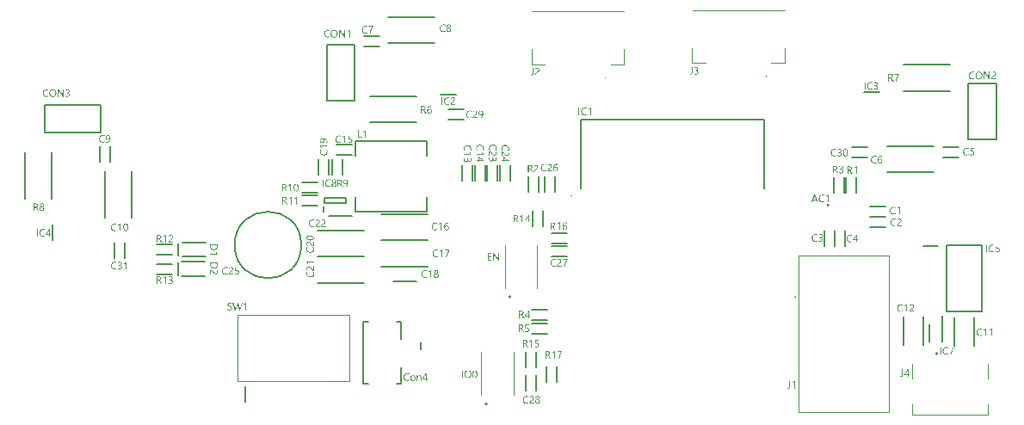
<source format=gbr>
%TF.GenerationSoftware,Altium Limited,Altium Designer,21.7.2 (23)*%
G04 Layer_Color=65535*
%FSLAX25Y25*%
%MOIN*%
%TF.SameCoordinates,95A22525-32A0-4EEE-A0C0-36F8BD1EB9D1*%
%TF.FilePolarity,Positive*%
%TF.FileFunction,Legend,Top*%
%TF.Part,Single*%
G01*
G75*
%TA.AperFunction,NonConductor*%
%ADD47C,0.01000*%
%ADD68C,0.00787*%
%ADD69C,0.00394*%
%ADD70C,0.00500*%
G36*
X234986Y17963D02*
X234646D01*
Y20859D01*
X234986D01*
Y17963D01*
D02*
G37*
G36*
X237018Y20904D02*
X237060Y20901D01*
X237110Y20897D01*
X237171Y20885D01*
X237236Y20874D01*
X237308Y20859D01*
X237381Y20836D01*
X237461Y20809D01*
X237541Y20778D01*
X237621Y20736D01*
X237702Y20691D01*
X237782Y20637D01*
X237855Y20576D01*
X237927Y20503D01*
X237931Y20500D01*
X237942Y20484D01*
X237961Y20461D01*
X237984Y20431D01*
X238011Y20389D01*
X238042Y20339D01*
X238076Y20286D01*
X238110Y20221D01*
X238145Y20148D01*
X238179Y20068D01*
X238210Y19980D01*
X238236Y19884D01*
X238259Y19785D01*
X238279Y19678D01*
X238290Y19564D01*
X238294Y19445D01*
Y19441D01*
Y19438D01*
Y19415D01*
X238290Y19376D01*
Y19327D01*
X238282Y19270D01*
X238275Y19201D01*
X238263Y19124D01*
X238248Y19040D01*
X238229Y18952D01*
X238202Y18861D01*
X238172Y18769D01*
X238137Y18674D01*
X238091Y18582D01*
X238042Y18494D01*
X237984Y18406D01*
X237919Y18326D01*
X237916Y18322D01*
X237900Y18307D01*
X237881Y18288D01*
X237851Y18261D01*
X237812Y18230D01*
X237767Y18196D01*
X237713Y18162D01*
X237652Y18124D01*
X237587Y18085D01*
X237511Y18047D01*
X237427Y18013D01*
X237339Y17982D01*
X237243Y17955D01*
X237140Y17936D01*
X237029Y17921D01*
X236915Y17917D01*
X236888D01*
X236854Y17921D01*
X236812Y17925D01*
X236758Y17929D01*
X236701Y17940D01*
X236632Y17952D01*
X236560Y17967D01*
X236483Y17990D01*
X236403Y18016D01*
X236319Y18047D01*
X236235Y18085D01*
X236155Y18131D01*
X236074Y18185D01*
X235998Y18249D01*
X235925Y18318D01*
X235922Y18322D01*
X235910Y18337D01*
X235891Y18360D01*
X235868Y18391D01*
X235841Y18433D01*
X235807Y18483D01*
X235776Y18536D01*
X235742Y18601D01*
X235704Y18674D01*
X235673Y18754D01*
X235643Y18842D01*
X235612Y18937D01*
X235589Y19037D01*
X235570Y19143D01*
X235559Y19258D01*
X235555Y19376D01*
Y19380D01*
Y19384D01*
Y19407D01*
X235559Y19445D01*
X235562Y19491D01*
X235566Y19552D01*
X235574Y19621D01*
X235585Y19697D01*
X235601Y19778D01*
X235624Y19865D01*
X235647Y19957D01*
X235677Y20049D01*
X235715Y20141D01*
X235757Y20236D01*
X235807Y20324D01*
X235868Y20412D01*
X235933Y20492D01*
X235937Y20496D01*
X235952Y20511D01*
X235971Y20530D01*
X236002Y20557D01*
X236040Y20587D01*
X236086Y20626D01*
X236143Y20660D01*
X236204Y20702D01*
X236273Y20740D01*
X236349Y20778D01*
X236433Y20813D01*
X236525Y20843D01*
X236624Y20870D01*
X236731Y20889D01*
X236842Y20904D01*
X236961Y20908D01*
X236987D01*
X237018Y20904D01*
D02*
G37*
G36*
X239669D02*
X239692D01*
X239715Y20897D01*
X239772Y20885D01*
X239841Y20862D01*
X239921Y20832D01*
X240001Y20782D01*
X240043Y20755D01*
X240089Y20721D01*
X240131Y20687D01*
X240173Y20645D01*
X240215Y20599D01*
X240253Y20545D01*
X240295Y20488D01*
X240334Y20427D01*
X240368Y20358D01*
X240402Y20282D01*
X240433Y20202D01*
X240460Y20110D01*
X240483Y20014D01*
X240506Y19911D01*
X240521Y19804D01*
X240532Y19686D01*
X240540Y19556D01*
X240544Y19422D01*
Y19419D01*
Y19407D01*
Y19388D01*
Y19361D01*
Y19331D01*
X240540Y19292D01*
Y19250D01*
X240536Y19205D01*
X240528Y19105D01*
X240517Y18998D01*
X240502Y18888D01*
X240479Y18777D01*
Y18773D01*
X240475Y18765D01*
X240471Y18750D01*
X240467Y18731D01*
X240460Y18708D01*
X240452Y18677D01*
X240429Y18612D01*
X240402Y18540D01*
X240372Y18460D01*
X240334Y18379D01*
X240288Y18303D01*
Y18299D01*
X240284Y18295D01*
X240265Y18272D01*
X240238Y18238D01*
X240204Y18196D01*
X240158Y18150D01*
X240104Y18101D01*
X240047Y18055D01*
X239982Y18013D01*
X239978D01*
X239975Y18009D01*
X239963Y18005D01*
X239952Y17997D01*
X239914Y17982D01*
X239864Y17963D01*
X239803Y17944D01*
X239734Y17929D01*
X239657Y17917D01*
X239574Y17913D01*
X239535D01*
X239493Y17917D01*
X239440Y17925D01*
X239379Y17936D01*
X239314Y17955D01*
X239245Y17978D01*
X239180Y18009D01*
X239172Y18013D01*
X239153Y18028D01*
X239119Y18047D01*
X239081Y18081D01*
X239035Y18120D01*
X238989Y18166D01*
X238939Y18223D01*
X238894Y18288D01*
Y18292D01*
X238890Y18295D01*
X238882Y18307D01*
X238874Y18322D01*
X238855Y18360D01*
X238829Y18414D01*
X238802Y18479D01*
X238771Y18555D01*
X238744Y18643D01*
X238718Y18738D01*
Y18742D01*
X238714Y18750D01*
Y18765D01*
X238710Y18784D01*
X238703Y18811D01*
X238699Y18842D01*
X238695Y18876D01*
X238687Y18914D01*
X238683Y18960D01*
X238676Y19006D01*
X238668Y19109D01*
X238661Y19224D01*
X238657Y19350D01*
Y19354D01*
Y19365D01*
Y19388D01*
Y19415D01*
X238661Y19449D01*
Y19487D01*
Y19529D01*
X238664Y19579D01*
X238672Y19682D01*
X238683Y19793D01*
X238699Y19911D01*
X238718Y20022D01*
Y20026D01*
X238722Y20033D01*
X238725Y20049D01*
X238729Y20072D01*
X238737Y20095D01*
X238744Y20125D01*
X238768Y20190D01*
X238790Y20267D01*
X238825Y20351D01*
X238863Y20431D01*
X238905Y20507D01*
Y20511D01*
X238913Y20515D01*
X238928Y20542D01*
X238955Y20576D01*
X238993Y20618D01*
X239035Y20668D01*
X239088Y20717D01*
X239149Y20763D01*
X239214Y20805D01*
X239218D01*
X239222Y20809D01*
X239233Y20817D01*
X239245Y20820D01*
X239283Y20840D01*
X239337Y20859D01*
X239398Y20874D01*
X239467Y20893D01*
X239547Y20904D01*
X239631Y20908D01*
X239654D01*
X239669Y20904D01*
D02*
G37*
G36*
X249014Y63386D02*
X248598D01*
X247108Y65693D01*
X247104Y65697D01*
X247100Y65708D01*
X247089Y65728D01*
X247073Y65750D01*
X247062Y65777D01*
X247047Y65808D01*
X247016Y65877D01*
X247005D01*
Y65873D01*
X247008Y65857D01*
Y65831D01*
X247012Y65792D01*
Y65766D01*
X247016Y65735D01*
Y65705D01*
Y65666D01*
X247020Y65624D01*
Y65582D01*
Y65529D01*
Y65475D01*
Y63386D01*
X246680D01*
Y66281D01*
X247119D01*
X248571Y64008D01*
X248575Y64001D01*
X248586Y63986D01*
X248601Y63963D01*
X248621Y63932D01*
X248659Y63867D01*
X248678Y63837D01*
X248689Y63814D01*
X248697D01*
Y63821D01*
X248693Y63837D01*
X248689Y63871D01*
X248686Y63913D01*
X248682Y63974D01*
X248678Y64008D01*
Y64047D01*
Y64089D01*
X248674Y64138D01*
Y64188D01*
Y64241D01*
Y66281D01*
X249014D01*
Y63386D01*
D02*
G37*
G36*
X246057Y65972D02*
X244927D01*
Y65009D01*
X245973D01*
Y64704D01*
X244927D01*
Y63691D01*
X246122D01*
Y63386D01*
X244587D01*
Y66281D01*
X246057D01*
Y65972D01*
D02*
G37*
G36*
X100222Y62966D02*
X100264Y62962D01*
X100310Y62958D01*
X100359Y62954D01*
X100466Y62939D01*
X100581Y62920D01*
X100695Y62889D01*
X100802Y62847D01*
Y62488D01*
X100798Y62492D01*
X100787Y62496D01*
X100772Y62503D01*
X100749Y62515D01*
X100718Y62526D01*
X100684Y62542D01*
X100646Y62557D01*
X100600Y62576D01*
X100550Y62591D01*
X100497Y62606D01*
X100382Y62633D01*
X100252Y62652D01*
X100183Y62660D01*
X100092D01*
X100065Y62656D01*
X100031D01*
X99989Y62648D01*
X99943Y62641D01*
X99885Y62633D01*
X99828Y62618D01*
X99763Y62603D01*
X99698Y62580D01*
X99633Y62553D01*
X99565Y62519D01*
X99496Y62480D01*
X99431Y62438D01*
X99366Y62385D01*
X99305Y62328D01*
X99301Y62324D01*
X99293Y62312D01*
X99278Y62293D01*
X99255Y62266D01*
X99232Y62232D01*
X99205Y62194D01*
X99179Y62144D01*
X99152Y62091D01*
X99121Y62030D01*
X99095Y61965D01*
X99068Y61892D01*
X99045Y61812D01*
X99026Y61728D01*
X99011Y61636D01*
X98999Y61541D01*
X98995Y61437D01*
Y61430D01*
Y61415D01*
X98999Y61388D01*
Y61350D01*
X99003Y61304D01*
X99011Y61254D01*
X99018Y61197D01*
X99034Y61132D01*
X99049Y61067D01*
X99068Y60998D01*
X99091Y60929D01*
X99118Y60857D01*
X99152Y60788D01*
X99190Y60719D01*
X99236Y60654D01*
X99286Y60593D01*
X99290Y60589D01*
X99301Y60582D01*
X99316Y60563D01*
X99339Y60544D01*
X99366Y60521D01*
X99404Y60494D01*
X99442Y60467D01*
X99488Y60437D01*
X99542Y60406D01*
X99599Y60379D01*
X99660Y60353D01*
X99729Y60330D01*
X99801Y60311D01*
X99878Y60295D01*
X99962Y60284D01*
X100046Y60280D01*
X100088D01*
X100119Y60284D01*
X100157Y60288D01*
X100203Y60291D01*
X100248Y60295D01*
X100306Y60303D01*
X100420Y60326D01*
X100550Y60360D01*
X100615Y60383D01*
X100676Y60410D01*
X100741Y60437D01*
X100802Y60471D01*
Y60142D01*
X100798D01*
X100787Y60135D01*
X100768Y60127D01*
X100745Y60116D01*
X100714Y60104D01*
X100676Y60089D01*
X100630Y60078D01*
X100581Y60062D01*
X100527Y60047D01*
X100466Y60032D01*
X100401Y60017D01*
X100329Y60005D01*
X100256Y59994D01*
X100176Y59986D01*
X100092Y59982D01*
X100004Y59978D01*
X99977D01*
X99943Y59982D01*
X99901Y59986D01*
X99847Y59990D01*
X99790Y59997D01*
X99721Y60013D01*
X99649Y60028D01*
X99568Y60047D01*
X99488Y60074D01*
X99408Y60108D01*
X99324Y60142D01*
X99240Y60188D01*
X99160Y60242D01*
X99083Y60303D01*
X99011Y60372D01*
X99007Y60375D01*
X98995Y60391D01*
X98976Y60414D01*
X98953Y60444D01*
X98927Y60483D01*
X98892Y60532D01*
X98862Y60586D01*
X98827Y60651D01*
X98789Y60723D01*
X98759Y60800D01*
X98728Y60887D01*
X98698Y60979D01*
X98674Y61078D01*
X98655Y61185D01*
X98644Y61296D01*
X98640Y61415D01*
Y61418D01*
Y61422D01*
Y61445D01*
X98644Y61483D01*
X98648Y61529D01*
X98652Y61590D01*
X98663Y61659D01*
X98674Y61732D01*
X98694Y61816D01*
X98713Y61904D01*
X98743Y61995D01*
X98774Y62087D01*
X98816Y62182D01*
X98862Y62274D01*
X98919Y62366D01*
X98984Y62454D01*
X99057Y62538D01*
X99060Y62542D01*
X99076Y62557D01*
X99099Y62576D01*
X99133Y62606D01*
X99175Y62637D01*
X99225Y62675D01*
X99282Y62713D01*
X99347Y62755D01*
X99419Y62794D01*
X99500Y62832D01*
X99588Y62870D01*
X99683Y62901D01*
X99782Y62931D01*
X99889Y62950D01*
X100000Y62966D01*
X100119Y62969D01*
X100187D01*
X100222Y62966D01*
D02*
G37*
G36*
X102097D02*
X102143Y62962D01*
X102193Y62958D01*
X102250Y62946D01*
X102304Y62935D01*
X102361Y62916D01*
X102368Y62912D01*
X102388Y62908D01*
X102414Y62897D01*
X102449Y62881D01*
X102487Y62859D01*
X102529Y62836D01*
X102571Y62809D01*
X102613Y62774D01*
X102617Y62771D01*
X102632Y62759D01*
X102651Y62740D01*
X102674Y62713D01*
X102701Y62683D01*
X102727Y62645D01*
X102754Y62603D01*
X102777Y62557D01*
X102781Y62553D01*
X102785Y62534D01*
X102796Y62507D01*
X102808Y62476D01*
X102815Y62435D01*
X102827Y62385D01*
X102831Y62335D01*
X102834Y62278D01*
Y62270D01*
Y62255D01*
X102831Y62224D01*
X102827Y62186D01*
X102815Y62140D01*
X102804Y62087D01*
X102785Y62030D01*
X102762Y61972D01*
X102731Y61907D01*
X102693Y61846D01*
X102647Y61785D01*
X102590Y61724D01*
X102525Y61671D01*
X102449Y61621D01*
X102361Y61575D01*
X102258Y61541D01*
Y61533D01*
X102265D01*
X102281Y61529D01*
X102311Y61525D01*
X102346Y61518D01*
X102388Y61510D01*
X102433Y61495D01*
X102483Y61480D01*
X102529Y61460D01*
X102533Y61457D01*
X102552Y61449D01*
X102575Y61437D01*
X102602Y61422D01*
X102636Y61403D01*
X102674Y61376D01*
X102708Y61350D01*
X102743Y61315D01*
X102747Y61312D01*
X102758Y61300D01*
X102773Y61281D01*
X102796Y61258D01*
X102819Y61224D01*
X102842Y61189D01*
X102865Y61151D01*
X102884Y61105D01*
X102888Y61101D01*
X102892Y61086D01*
X102900Y61059D01*
X102911Y61029D01*
X102922Y60991D01*
X102930Y60945D01*
X102934Y60895D01*
X102938Y60842D01*
Y60838D01*
Y60834D01*
Y60822D01*
Y60807D01*
X102934Y60773D01*
X102930Y60723D01*
X102919Y60670D01*
X102907Y60609D01*
X102888Y60548D01*
X102865Y60486D01*
X102861Y60479D01*
X102854Y60460D01*
X102834Y60429D01*
X102812Y60391D01*
X102781Y60349D01*
X102747Y60303D01*
X102705Y60257D01*
X102659Y60211D01*
X102651Y60207D01*
X102636Y60192D01*
X102605Y60173D01*
X102567Y60146D01*
X102521Y60120D01*
X102464Y60089D01*
X102403Y60062D01*
X102334Y60036D01*
X102330D01*
X102326Y60032D01*
X102315D01*
X102300Y60028D01*
X102261Y60017D01*
X102212Y60005D01*
X102151Y59994D01*
X102082Y59986D01*
X102006Y59978D01*
X101921Y59974D01*
X101883D01*
X101853Y59978D01*
X101818D01*
X101776Y59982D01*
X101734Y59986D01*
X101685Y59994D01*
X101582Y60013D01*
X101471Y60039D01*
X101364Y60078D01*
X101314Y60104D01*
X101265Y60131D01*
Y60486D01*
X101268Y60483D01*
X101276Y60475D01*
X101295Y60463D01*
X101314Y60452D01*
X101345Y60433D01*
X101375Y60414D01*
X101414Y60391D01*
X101455Y60372D01*
X101505Y60349D01*
X101555Y60326D01*
X101612Y60307D01*
X101669Y60291D01*
X101731Y60276D01*
X101795Y60265D01*
X101864Y60257D01*
X101933Y60253D01*
X101960D01*
X101987Y60257D01*
X102025D01*
X102067Y60261D01*
X102112Y60269D01*
X102208Y60291D01*
X102212D01*
X102227Y60299D01*
X102250Y60307D01*
X102281Y60318D01*
X102315Y60337D01*
X102349Y60353D01*
X102418Y60402D01*
X102422Y60406D01*
X102433Y60414D01*
X102449Y60429D01*
X102468Y60452D01*
X102491Y60479D01*
X102514Y60505D01*
X102533Y60540D01*
X102552Y60578D01*
X102556Y60582D01*
X102559Y60597D01*
X102567Y60616D01*
X102579Y60647D01*
X102586Y60681D01*
X102594Y60719D01*
X102598Y60765D01*
X102602Y60811D01*
Y60819D01*
Y60834D01*
X102598Y60865D01*
X102590Y60899D01*
X102579Y60945D01*
X102559Y60991D01*
X102533Y61044D01*
X102502Y61098D01*
X102456Y61147D01*
X102403Y61201D01*
X102338Y61247D01*
X102261Y61292D01*
X102216Y61312D01*
X102166Y61327D01*
X102116Y61342D01*
X102059Y61357D01*
X101998Y61365D01*
X101933Y61373D01*
X101864Y61380D01*
X101551D01*
Y61659D01*
X101811D01*
X101845Y61663D01*
X101891Y61667D01*
X101944Y61674D01*
X102006Y61686D01*
X102070Y61705D01*
X102139Y61728D01*
X102204Y61755D01*
X102269Y61789D01*
X102330Y61835D01*
X102384Y61884D01*
X102430Y61946D01*
X102464Y62018D01*
X102487Y62098D01*
X102491Y62144D01*
X102495Y62194D01*
Y62198D01*
Y62217D01*
X102491Y62240D01*
X102487Y62270D01*
X102479Y62309D01*
X102464Y62350D01*
X102449Y62396D01*
X102426Y62442D01*
X102399Y62488D01*
X102361Y62530D01*
X102319Y62572D01*
X102265Y62610D01*
X102200Y62641D01*
X102128Y62664D01*
X102044Y62683D01*
X101948Y62687D01*
X101918D01*
X101895Y62683D01*
X101868Y62679D01*
X101838Y62675D01*
X101803Y62671D01*
X101761Y62660D01*
X101673Y62637D01*
X101578Y62599D01*
X101528Y62576D01*
X101478Y62549D01*
X101425Y62519D01*
X101375Y62480D01*
Y62801D01*
X101379Y62805D01*
X101387Y62809D01*
X101402Y62817D01*
X101425Y62828D01*
X101452Y62839D01*
X101482Y62855D01*
X101520Y62870D01*
X101562Y62885D01*
X101608Y62901D01*
X101658Y62916D01*
X101711Y62931D01*
X101769Y62943D01*
X101895Y62962D01*
X101963Y62969D01*
X102063D01*
X102097Y62966D01*
D02*
G37*
G36*
X104706Y60024D02*
X104378D01*
Y62526D01*
X104370Y62519D01*
X104351Y62499D01*
X104313Y62473D01*
X104263Y62438D01*
X104259Y62435D01*
X104252Y62431D01*
X104236Y62419D01*
X104217Y62408D01*
X104191Y62392D01*
X104164Y62377D01*
X104099Y62339D01*
X104095Y62335D01*
X104084Y62331D01*
X104065Y62320D01*
X104042Y62309D01*
X104011Y62293D01*
X103977Y62278D01*
X103904Y62247D01*
X103900D01*
X103885Y62240D01*
X103866Y62232D01*
X103839Y62224D01*
X103809Y62213D01*
X103778Y62201D01*
X103706Y62182D01*
Y62519D01*
X103709D01*
X103725Y62522D01*
X103747Y62530D01*
X103778Y62542D01*
X103812Y62553D01*
X103851Y62564D01*
X103938Y62599D01*
X103942Y62603D01*
X103961Y62606D01*
X103984Y62618D01*
X104015Y62633D01*
X104049Y62648D01*
X104091Y62668D01*
X104175Y62713D01*
X104179Y62717D01*
X104194Y62725D01*
X104217Y62736D01*
X104248Y62755D01*
X104282Y62774D01*
X104321Y62797D01*
X104397Y62847D01*
X104401Y62851D01*
X104416Y62859D01*
X104435Y62874D01*
X104462Y62889D01*
X104523Y62935D01*
X104584Y62985D01*
X104706D01*
Y60024D01*
D02*
G37*
G36*
X100217Y77864D02*
X100259Y77860D01*
X100305Y77856D01*
X100355Y77852D01*
X100461Y77837D01*
X100576Y77818D01*
X100691Y77788D01*
X100798Y77745D01*
Y77386D01*
X100794Y77390D01*
X100782Y77394D01*
X100767Y77402D01*
X100744Y77413D01*
X100714Y77425D01*
X100679Y77440D01*
X100641Y77455D01*
X100595Y77474D01*
X100546Y77490D01*
X100492Y77505D01*
X100378Y77532D01*
X100248Y77551D01*
X100179Y77558D01*
X100087D01*
X100060Y77555D01*
X100026D01*
X99984Y77547D01*
X99938Y77539D01*
X99881Y77532D01*
X99824Y77516D01*
X99759Y77501D01*
X99694Y77478D01*
X99629Y77451D01*
X99560Y77417D01*
X99491Y77379D01*
X99426Y77337D01*
X99361Y77283D01*
X99300Y77226D01*
X99296Y77222D01*
X99289Y77211D01*
X99274Y77192D01*
X99251Y77165D01*
X99228Y77131D01*
X99201Y77092D01*
X99174Y77043D01*
X99147Y76989D01*
X99117Y76928D01*
X99090Y76863D01*
X99063Y76790D01*
X99041Y76710D01*
X99021Y76626D01*
X99006Y76535D01*
X98995Y76439D01*
X98991Y76336D01*
Y76328D01*
Y76313D01*
X98995Y76286D01*
Y76248D01*
X98998Y76202D01*
X99006Y76153D01*
X99014Y76095D01*
X99029Y76030D01*
X99044Y75965D01*
X99063Y75897D01*
X99086Y75828D01*
X99113Y75755D01*
X99147Y75687D01*
X99186Y75618D01*
X99231Y75553D01*
X99281Y75492D01*
X99285Y75488D01*
X99296Y75480D01*
X99312Y75461D01*
X99335Y75442D01*
X99361Y75419D01*
X99400Y75392D01*
X99438Y75366D01*
X99484Y75335D01*
X99537Y75305D01*
X99594Y75278D01*
X99655Y75251D01*
X99724Y75228D01*
X99797Y75209D01*
X99873Y75194D01*
X99957Y75182D01*
X100041Y75178D01*
X100083D01*
X100114Y75182D01*
X100152Y75186D01*
X100198Y75190D01*
X100244Y75194D01*
X100301Y75201D01*
X100416Y75224D01*
X100546Y75259D01*
X100610Y75282D01*
X100672Y75308D01*
X100736Y75335D01*
X100798Y75370D01*
Y75041D01*
X100794D01*
X100782Y75033D01*
X100763Y75026D01*
X100740Y75014D01*
X100710Y75003D01*
X100672Y74988D01*
X100626Y74976D01*
X100576Y74961D01*
X100523Y74945D01*
X100461Y74930D01*
X100397Y74915D01*
X100324Y74903D01*
X100251Y74892D01*
X100171Y74884D01*
X100087Y74880D01*
X99999Y74877D01*
X99973D01*
X99938Y74880D01*
X99896Y74884D01*
X99843Y74888D01*
X99785Y74896D01*
X99717Y74911D01*
X99644Y74926D01*
X99564Y74945D01*
X99484Y74972D01*
X99403Y75007D01*
X99319Y75041D01*
X99235Y75087D01*
X99155Y75140D01*
X99079Y75201D01*
X99006Y75270D01*
X99002Y75274D01*
X98991Y75289D01*
X98972Y75312D01*
X98949Y75343D01*
X98922Y75381D01*
X98888Y75431D01*
X98857Y75484D01*
X98823Y75549D01*
X98785Y75622D01*
X98754Y75698D01*
X98723Y75786D01*
X98693Y75877D01*
X98670Y75977D01*
X98651Y76084D01*
X98639Y76195D01*
X98636Y76313D01*
Y76317D01*
Y76321D01*
Y76344D01*
X98639Y76382D01*
X98643Y76428D01*
X98647Y76489D01*
X98659Y76557D01*
X98670Y76630D01*
X98689Y76714D01*
X98708Y76802D01*
X98739Y76894D01*
X98769Y76985D01*
X98811Y77081D01*
X98857Y77172D01*
X98914Y77264D01*
X98979Y77352D01*
X99052Y77436D01*
X99056Y77440D01*
X99071Y77455D01*
X99094Y77474D01*
X99128Y77505D01*
X99170Y77535D01*
X99220Y77574D01*
X99277Y77612D01*
X99342Y77654D01*
X99415Y77692D01*
X99495Y77730D01*
X99583Y77768D01*
X99678Y77799D01*
X99778Y77829D01*
X99885Y77849D01*
X99995Y77864D01*
X100114Y77868D01*
X100183D01*
X100217Y77864D01*
D02*
G37*
G36*
X102471Y74923D02*
X102142D01*
Y77425D01*
X102135Y77417D01*
X102116Y77398D01*
X102077Y77371D01*
X102028Y77337D01*
X102024Y77333D01*
X102016Y77329D01*
X102001Y77318D01*
X101982Y77306D01*
X101955Y77291D01*
X101928Y77276D01*
X101864Y77237D01*
X101860Y77234D01*
X101848Y77230D01*
X101829Y77218D01*
X101806Y77207D01*
X101776Y77192D01*
X101741Y77176D01*
X101669Y77146D01*
X101665D01*
X101649Y77138D01*
X101630Y77131D01*
X101604Y77123D01*
X101573Y77111D01*
X101543Y77100D01*
X101470Y77081D01*
Y77417D01*
X101474D01*
X101489Y77421D01*
X101512Y77428D01*
X101543Y77440D01*
X101577Y77451D01*
X101615Y77463D01*
X101703Y77497D01*
X101707Y77501D01*
X101726Y77505D01*
X101749Y77516D01*
X101779Y77532D01*
X101814Y77547D01*
X101856Y77566D01*
X101940Y77612D01*
X101944Y77616D01*
X101959Y77623D01*
X101982Y77635D01*
X102012Y77654D01*
X102047Y77673D01*
X102085Y77696D01*
X102161Y77745D01*
X102165Y77749D01*
X102181Y77757D01*
X102200Y77772D01*
X102226Y77788D01*
X102287Y77833D01*
X102349Y77883D01*
X102471D01*
Y74923D01*
D02*
G37*
G36*
X104427Y77864D02*
X104450D01*
X104472Y77856D01*
X104530Y77845D01*
X104599Y77822D01*
X104679Y77791D01*
X104759Y77742D01*
X104801Y77715D01*
X104847Y77681D01*
X104889Y77646D01*
X104931Y77604D01*
X104973Y77558D01*
X105011Y77505D01*
X105053Y77448D01*
X105091Y77386D01*
X105126Y77318D01*
X105160Y77241D01*
X105191Y77161D01*
X105217Y77069D01*
X105240Y76974D01*
X105263Y76871D01*
X105279Y76764D01*
X105290Y76645D01*
X105298Y76516D01*
X105301Y76382D01*
Y76378D01*
Y76367D01*
Y76347D01*
Y76321D01*
Y76290D01*
X105298Y76252D01*
Y76210D01*
X105294Y76164D01*
X105286Y76065D01*
X105275Y75958D01*
X105259Y75847D01*
X105236Y75736D01*
Y75732D01*
X105233Y75725D01*
X105229Y75709D01*
X105225Y75690D01*
X105217Y75667D01*
X105210Y75637D01*
X105187Y75572D01*
X105160Y75499D01*
X105130Y75419D01*
X105091Y75339D01*
X105045Y75262D01*
Y75259D01*
X105042Y75255D01*
X105023Y75232D01*
X104996Y75198D01*
X104962Y75156D01*
X104916Y75110D01*
X104862Y75060D01*
X104805Y75014D01*
X104740Y74972D01*
X104736D01*
X104732Y74968D01*
X104721Y74964D01*
X104709Y74957D01*
X104671Y74942D01*
X104622Y74923D01*
X104560Y74903D01*
X104492Y74888D01*
X104415Y74877D01*
X104331Y74873D01*
X104293D01*
X104251Y74877D01*
X104198Y74884D01*
X104136Y74896D01*
X104071Y74915D01*
X104003Y74938D01*
X103938Y74968D01*
X103930Y74972D01*
X103911Y74988D01*
X103877Y75007D01*
X103838Y75041D01*
X103793Y75079D01*
X103747Y75125D01*
X103697Y75182D01*
X103651Y75247D01*
Y75251D01*
X103647Y75255D01*
X103640Y75266D01*
X103632Y75282D01*
X103613Y75320D01*
X103586Y75373D01*
X103560Y75438D01*
X103529Y75515D01*
X103502Y75603D01*
X103475Y75698D01*
Y75702D01*
X103472Y75709D01*
Y75725D01*
X103468Y75744D01*
X103460Y75771D01*
X103456Y75801D01*
X103453Y75836D01*
X103445Y75874D01*
X103441Y75920D01*
X103434Y75965D01*
X103426Y76069D01*
X103418Y76183D01*
X103414Y76309D01*
Y76313D01*
Y76324D01*
Y76347D01*
Y76374D01*
X103418Y76408D01*
Y76447D01*
Y76489D01*
X103422Y76538D01*
X103430Y76641D01*
X103441Y76752D01*
X103456Y76871D01*
X103475Y76982D01*
Y76985D01*
X103479Y76993D01*
X103483Y77008D01*
X103487Y77031D01*
X103495Y77054D01*
X103502Y77085D01*
X103525Y77150D01*
X103548Y77226D01*
X103582Y77310D01*
X103621Y77390D01*
X103663Y77467D01*
Y77470D01*
X103670Y77474D01*
X103686Y77501D01*
X103712Y77535D01*
X103751Y77577D01*
X103793Y77627D01*
X103846Y77677D01*
X103907Y77723D01*
X103972Y77765D01*
X103976D01*
X103980Y77768D01*
X103991Y77776D01*
X104003Y77780D01*
X104041Y77799D01*
X104094Y77818D01*
X104155Y77833D01*
X104224Y77852D01*
X104304Y77864D01*
X104388Y77868D01*
X104411D01*
X104427Y77864D01*
D02*
G37*
G36*
X379056Y106809D02*
X379098Y106805D01*
X379144Y106801D01*
X379193Y106797D01*
X379300Y106782D01*
X379415Y106763D01*
X379529Y106732D01*
X379636Y106690D01*
Y106331D01*
X379632Y106335D01*
X379621Y106339D01*
X379606Y106346D01*
X379583Y106358D01*
X379552Y106369D01*
X379518Y106385D01*
X379480Y106400D01*
X379434Y106419D01*
X379384Y106434D01*
X379331Y106449D01*
X379216Y106476D01*
X379086Y106495D01*
X379017Y106503D01*
X378926D01*
X378899Y106499D01*
X378865D01*
X378823Y106491D01*
X378777Y106484D01*
X378719Y106476D01*
X378662Y106461D01*
X378597Y106446D01*
X378532Y106423D01*
X378467Y106396D01*
X378399Y106362D01*
X378330Y106323D01*
X378265Y106281D01*
X378200Y106228D01*
X378139Y106171D01*
X378135Y106167D01*
X378127Y106155D01*
X378112Y106136D01*
X378089Y106109D01*
X378066Y106075D01*
X378040Y106037D01*
X378013Y105987D01*
X377986Y105934D01*
X377956Y105873D01*
X377929Y105808D01*
X377902Y105735D01*
X377879Y105655D01*
X377860Y105571D01*
X377845Y105479D01*
X377833Y105384D01*
X377829Y105281D01*
Y105273D01*
Y105258D01*
X377833Y105231D01*
Y105193D01*
X377837Y105147D01*
X377845Y105097D01*
X377852Y105040D01*
X377868Y104975D01*
X377883Y104910D01*
X377902Y104841D01*
X377925Y104772D01*
X377952Y104700D01*
X377986Y104631D01*
X378024Y104562D01*
X378070Y104498D01*
X378120Y104436D01*
X378123Y104432D01*
X378135Y104425D01*
X378150Y104406D01*
X378173Y104387D01*
X378200Y104364D01*
X378238Y104337D01*
X378276Y104310D01*
X378322Y104280D01*
X378376Y104249D01*
X378433Y104222D01*
X378494Y104196D01*
X378563Y104173D01*
X378635Y104154D01*
X378712Y104138D01*
X378796Y104127D01*
X378880Y104123D01*
X378922D01*
X378953Y104127D01*
X378991Y104131D01*
X379036Y104135D01*
X379082Y104138D01*
X379140Y104146D01*
X379254Y104169D01*
X379384Y104203D01*
X379449Y104226D01*
X379510Y104253D01*
X379575Y104280D01*
X379636Y104314D01*
Y103986D01*
X379632D01*
X379621Y103978D01*
X379602Y103970D01*
X379579Y103959D01*
X379548Y103947D01*
X379510Y103932D01*
X379464Y103921D01*
X379415Y103905D01*
X379361Y103890D01*
X379300Y103875D01*
X379235Y103859D01*
X379163Y103848D01*
X379090Y103837D01*
X379010Y103829D01*
X378926Y103825D01*
X378838Y103821D01*
X378811D01*
X378777Y103825D01*
X378735Y103829D01*
X378681Y103833D01*
X378624Y103840D01*
X378555Y103856D01*
X378483Y103871D01*
X378402Y103890D01*
X378322Y103917D01*
X378242Y103951D01*
X378158Y103986D01*
X378074Y104031D01*
X377994Y104085D01*
X377917Y104146D01*
X377845Y104215D01*
X377841Y104219D01*
X377829Y104234D01*
X377810Y104257D01*
X377787Y104287D01*
X377761Y104326D01*
X377726Y104375D01*
X377696Y104429D01*
X377661Y104494D01*
X377623Y104566D01*
X377593Y104643D01*
X377562Y104730D01*
X377531Y104822D01*
X377508Y104921D01*
X377489Y105028D01*
X377478Y105139D01*
X377474Y105258D01*
Y105262D01*
Y105265D01*
Y105288D01*
X377478Y105326D01*
X377482Y105372D01*
X377486Y105433D01*
X377497Y105502D01*
X377508Y105575D01*
X377528Y105659D01*
X377547Y105747D01*
X377577Y105838D01*
X377608Y105930D01*
X377650Y106026D01*
X377696Y106117D01*
X377753Y106209D01*
X377818Y106297D01*
X377890Y106381D01*
X377894Y106385D01*
X377910Y106400D01*
X377933Y106419D01*
X377967Y106449D01*
X378009Y106480D01*
X378059Y106518D01*
X378116Y106556D01*
X378181Y106598D01*
X378253Y106637D01*
X378334Y106675D01*
X378421Y106713D01*
X378517Y106744D01*
X378616Y106774D01*
X378723Y106793D01*
X378834Y106809D01*
X378953Y106812D01*
X379021D01*
X379056Y106809D01*
D02*
G37*
G36*
X380931D02*
X380977Y106805D01*
X381027Y106801D01*
X381084Y106790D01*
X381137Y106778D01*
X381195Y106759D01*
X381203Y106755D01*
X381222Y106751D01*
X381248Y106740D01*
X381283Y106725D01*
X381321Y106702D01*
X381363Y106679D01*
X381405Y106652D01*
X381447Y106618D01*
X381451Y106614D01*
X381466Y106602D01*
X381485Y106583D01*
X381508Y106556D01*
X381535Y106526D01*
X381561Y106488D01*
X381588Y106446D01*
X381611Y106400D01*
X381615Y106396D01*
X381619Y106377D01*
X381630Y106350D01*
X381642Y106320D01*
X381649Y106278D01*
X381661Y106228D01*
X381665Y106178D01*
X381668Y106121D01*
Y106113D01*
Y106098D01*
X381665Y106068D01*
X381661Y106029D01*
X381649Y105983D01*
X381638Y105930D01*
X381619Y105873D01*
X381596Y105815D01*
X381565Y105750D01*
X381527Y105689D01*
X381481Y105628D01*
X381424Y105567D01*
X381359Y105514D01*
X381283Y105464D01*
X381195Y105418D01*
X381092Y105384D01*
Y105376D01*
X381099D01*
X381115Y105372D01*
X381145Y105368D01*
X381179Y105361D01*
X381222Y105353D01*
X381267Y105338D01*
X381317Y105323D01*
X381363Y105304D01*
X381367Y105300D01*
X381386Y105292D01*
X381409Y105281D01*
X381435Y105265D01*
X381470Y105246D01*
X381508Y105219D01*
X381542Y105193D01*
X381577Y105158D01*
X381581Y105155D01*
X381592Y105143D01*
X381607Y105124D01*
X381630Y105101D01*
X381653Y105067D01*
X381676Y105032D01*
X381699Y104994D01*
X381718Y104948D01*
X381722Y104944D01*
X381726Y104929D01*
X381733Y104902D01*
X381745Y104872D01*
X381756Y104834D01*
X381764Y104788D01*
X381768Y104738D01*
X381772Y104685D01*
Y104681D01*
Y104677D01*
Y104666D01*
Y104650D01*
X381768Y104616D01*
X381764Y104566D01*
X381752Y104513D01*
X381741Y104452D01*
X381722Y104391D01*
X381699Y104329D01*
X381695Y104322D01*
X381688Y104303D01*
X381668Y104272D01*
X381646Y104234D01*
X381615Y104192D01*
X381581Y104146D01*
X381539Y104100D01*
X381493Y104054D01*
X381485Y104051D01*
X381470Y104035D01*
X381439Y104016D01*
X381401Y103989D01*
X381355Y103963D01*
X381298Y103932D01*
X381237Y103905D01*
X381168Y103879D01*
X381164D01*
X381160Y103875D01*
X381149D01*
X381134Y103871D01*
X381096Y103859D01*
X381046Y103848D01*
X380985Y103837D01*
X380916Y103829D01*
X380840Y103821D01*
X380755Y103817D01*
X380717D01*
X380687Y103821D01*
X380652D01*
X380610Y103825D01*
X380568Y103829D01*
X380519Y103837D01*
X380416Y103856D01*
X380305Y103883D01*
X380198Y103921D01*
X380148Y103947D01*
X380099Y103974D01*
Y104329D01*
X380102Y104326D01*
X380110Y104318D01*
X380129Y104306D01*
X380148Y104295D01*
X380179Y104276D01*
X380209Y104257D01*
X380247Y104234D01*
X380290Y104215D01*
X380339Y104192D01*
X380389Y104169D01*
X380446Y104150D01*
X380503Y104135D01*
X380564Y104119D01*
X380629Y104108D01*
X380698Y104100D01*
X380767Y104096D01*
X380794D01*
X380820Y104100D01*
X380859D01*
X380901Y104104D01*
X380946Y104112D01*
X381042Y104135D01*
X381046D01*
X381061Y104142D01*
X381084Y104150D01*
X381115Y104161D01*
X381149Y104180D01*
X381183Y104196D01*
X381252Y104245D01*
X381256Y104249D01*
X381267Y104257D01*
X381283Y104272D01*
X381302Y104295D01*
X381325Y104322D01*
X381348Y104349D01*
X381367Y104383D01*
X381386Y104421D01*
X381390Y104425D01*
X381394Y104440D01*
X381401Y104459D01*
X381413Y104490D01*
X381420Y104524D01*
X381428Y104562D01*
X381432Y104608D01*
X381435Y104654D01*
Y104662D01*
Y104677D01*
X381432Y104708D01*
X381424Y104742D01*
X381413Y104788D01*
X381394Y104834D01*
X381367Y104887D01*
X381336Y104941D01*
X381290Y104990D01*
X381237Y105044D01*
X381172Y105090D01*
X381096Y105135D01*
X381050Y105155D01*
X381000Y105170D01*
X380950Y105185D01*
X380893Y105200D01*
X380832Y105208D01*
X380767Y105216D01*
X380698Y105223D01*
X380385D01*
Y105502D01*
X380645D01*
X380679Y105506D01*
X380725Y105510D01*
X380778Y105517D01*
X380840Y105529D01*
X380905Y105548D01*
X380973Y105571D01*
X381038Y105598D01*
X381103Y105632D01*
X381164Y105678D01*
X381218Y105728D01*
X381264Y105789D01*
X381298Y105861D01*
X381321Y105941D01*
X381325Y105987D01*
X381329Y106037D01*
Y106041D01*
Y106060D01*
X381325Y106083D01*
X381321Y106113D01*
X381313Y106151D01*
X381298Y106194D01*
X381283Y106239D01*
X381260Y106285D01*
X381233Y106331D01*
X381195Y106373D01*
X381153Y106415D01*
X381099Y106453D01*
X381034Y106484D01*
X380962Y106507D01*
X380878Y106526D01*
X380782Y106530D01*
X380752D01*
X380729Y106526D01*
X380702Y106522D01*
X380672Y106518D01*
X380637Y106514D01*
X380595Y106503D01*
X380507Y106480D01*
X380412Y106442D01*
X380362Y106419D01*
X380312Y106392D01*
X380259Y106362D01*
X380209Y106323D01*
Y106644D01*
X380213Y106648D01*
X380221Y106652D01*
X380236Y106660D01*
X380259Y106671D01*
X380286Y106683D01*
X380316Y106698D01*
X380354Y106713D01*
X380396Y106728D01*
X380442Y106744D01*
X380492Y106759D01*
X380545Y106774D01*
X380603Y106786D01*
X380729Y106805D01*
X380798Y106812D01*
X380897D01*
X380931Y106809D01*
D02*
G37*
G36*
X383265D02*
X383288D01*
X383311Y106801D01*
X383368Y106790D01*
X383437Y106767D01*
X383517Y106736D01*
X383598Y106686D01*
X383640Y106660D01*
X383685Y106625D01*
X383728Y106591D01*
X383769Y106549D01*
X383811Y106503D01*
X383850Y106449D01*
X383892Y106392D01*
X383930Y106331D01*
X383964Y106262D01*
X383999Y106186D01*
X384029Y106106D01*
X384056Y106014D01*
X384079Y105919D01*
X384102Y105815D01*
X384117Y105708D01*
X384129Y105590D01*
X384136Y105460D01*
X384140Y105326D01*
Y105323D01*
Y105311D01*
Y105292D01*
Y105265D01*
Y105235D01*
X384136Y105196D01*
Y105155D01*
X384132Y105109D01*
X384125Y105009D01*
X384113Y104902D01*
X384098Y104792D01*
X384075Y104681D01*
Y104677D01*
X384071Y104669D01*
X384068Y104654D01*
X384064Y104635D01*
X384056Y104612D01*
X384048Y104581D01*
X384025Y104517D01*
X383999Y104444D01*
X383968Y104364D01*
X383930Y104284D01*
X383884Y104207D01*
Y104203D01*
X383880Y104200D01*
X383861Y104177D01*
X383834Y104142D01*
X383800Y104100D01*
X383754Y104054D01*
X383701Y104005D01*
X383643Y103959D01*
X383578Y103917D01*
X383575D01*
X383571Y103913D01*
X383559Y103909D01*
X383548Y103902D01*
X383510Y103886D01*
X383460Y103867D01*
X383399Y103848D01*
X383330Y103833D01*
X383254Y103821D01*
X383170Y103817D01*
X383132D01*
X383089Y103821D01*
X383036Y103829D01*
X382975Y103840D01*
X382910Y103859D01*
X382841Y103883D01*
X382776Y103913D01*
X382769Y103917D01*
X382750Y103932D01*
X382715Y103951D01*
X382677Y103986D01*
X382631Y104024D01*
X382585Y104070D01*
X382536Y104127D01*
X382490Y104192D01*
Y104196D01*
X382486Y104200D01*
X382478Y104211D01*
X382471Y104226D01*
X382452Y104264D01*
X382425Y104318D01*
X382398Y104383D01*
X382368Y104459D01*
X382341Y104547D01*
X382314Y104643D01*
Y104647D01*
X382310Y104654D01*
Y104669D01*
X382306Y104689D01*
X382299Y104715D01*
X382295Y104746D01*
X382291Y104780D01*
X382283Y104818D01*
X382280Y104864D01*
X382272Y104910D01*
X382264Y105013D01*
X382257Y105128D01*
X382253Y105254D01*
Y105258D01*
Y105269D01*
Y105292D01*
Y105319D01*
X382257Y105353D01*
Y105391D01*
Y105433D01*
X382261Y105483D01*
X382268Y105586D01*
X382280Y105697D01*
X382295Y105815D01*
X382314Y105926D01*
Y105930D01*
X382318Y105938D01*
X382322Y105953D01*
X382326Y105976D01*
X382333Y105999D01*
X382341Y106029D01*
X382364Y106094D01*
X382387Y106171D01*
X382421Y106255D01*
X382459Y106335D01*
X382501Y106411D01*
Y106415D01*
X382509Y106419D01*
X382524Y106446D01*
X382551Y106480D01*
X382589Y106522D01*
X382631Y106572D01*
X382685Y106621D01*
X382746Y106667D01*
X382811Y106709D01*
X382815D01*
X382818Y106713D01*
X382830Y106721D01*
X382841Y106725D01*
X382879Y106744D01*
X382933Y106763D01*
X382994Y106778D01*
X383063Y106797D01*
X383143Y106809D01*
X383227Y106812D01*
X383250D01*
X383265Y106809D01*
D02*
G37*
G36*
X237796Y121572D02*
X237838Y121569D01*
X237884Y121565D01*
X237934Y121561D01*
X238041Y121546D01*
X238156Y121527D01*
X238270Y121496D01*
X238377Y121454D01*
Y121095D01*
X238373Y121099D01*
X238362Y121102D01*
X238347Y121110D01*
X238324Y121122D01*
X238293Y121133D01*
X238259Y121148D01*
X238220Y121164D01*
X238175Y121183D01*
X238125Y121198D01*
X238071Y121213D01*
X237957Y121240D01*
X237827Y121259D01*
X237758Y121267D01*
X237667D01*
X237640Y121263D01*
X237605D01*
X237563Y121255D01*
X237518Y121248D01*
X237460Y121240D01*
X237403Y121225D01*
X237338Y121210D01*
X237273Y121187D01*
X237208Y121160D01*
X237139Y121125D01*
X237071Y121087D01*
X237006Y121045D01*
X236941Y120992D01*
X236880Y120934D01*
X236876Y120931D01*
X236868Y120919D01*
X236853Y120900D01*
X236830Y120873D01*
X236807Y120839D01*
X236780Y120801D01*
X236754Y120751D01*
X236727Y120698D01*
X236696Y120636D01*
X236669Y120571D01*
X236643Y120499D01*
X236620Y120419D01*
X236601Y120335D01*
X236585Y120243D01*
X236574Y120148D01*
X236570Y120044D01*
Y120037D01*
Y120021D01*
X236574Y119995D01*
Y119957D01*
X236578Y119911D01*
X236585Y119861D01*
X236593Y119804D01*
X236608Y119739D01*
X236624Y119674D01*
X236643Y119605D01*
X236666Y119536D01*
X236692Y119464D01*
X236727Y119395D01*
X236765Y119326D01*
X236811Y119261D01*
X236860Y119200D01*
X236864Y119196D01*
X236876Y119189D01*
X236891Y119170D01*
X236914Y119150D01*
X236941Y119128D01*
X236979Y119101D01*
X237017Y119074D01*
X237063Y119044D01*
X237117Y119013D01*
X237174Y118986D01*
X237235Y118959D01*
X237304Y118937D01*
X237376Y118918D01*
X237453Y118902D01*
X237537Y118891D01*
X237621Y118887D01*
X237663D01*
X237693Y118891D01*
X237732Y118895D01*
X237777Y118898D01*
X237823Y118902D01*
X237880Y118910D01*
X237995Y118933D01*
X238125Y118967D01*
X238190Y118990D01*
X238251Y119017D01*
X238316Y119044D01*
X238377Y119078D01*
Y118749D01*
X238373D01*
X238362Y118742D01*
X238343Y118734D01*
X238320Y118723D01*
X238289Y118711D01*
X238251Y118696D01*
X238205Y118684D01*
X238156Y118669D01*
X238102Y118654D01*
X238041Y118639D01*
X237976Y118623D01*
X237903Y118612D01*
X237831Y118600D01*
X237751Y118593D01*
X237667Y118589D01*
X237579Y118585D01*
X237552D01*
X237518Y118589D01*
X237475Y118593D01*
X237422Y118597D01*
X237365Y118604D01*
X237296Y118620D01*
X237223Y118635D01*
X237143Y118654D01*
X237063Y118681D01*
X236983Y118715D01*
X236899Y118749D01*
X236815Y118795D01*
X236735Y118849D01*
X236658Y118910D01*
X236585Y118979D01*
X236582Y118982D01*
X236570Y118998D01*
X236551Y119021D01*
X236528Y119051D01*
X236501Y119089D01*
X236467Y119139D01*
X236437Y119193D01*
X236402Y119257D01*
X236364Y119330D01*
X236333Y119406D01*
X236303Y119494D01*
X236272Y119586D01*
X236249Y119685D01*
X236230Y119792D01*
X236219Y119903D01*
X236215Y120021D01*
Y120025D01*
Y120029D01*
Y120052D01*
X236219Y120090D01*
X236223Y120136D01*
X236226Y120197D01*
X236238Y120266D01*
X236249Y120338D01*
X236268Y120423D01*
X236287Y120510D01*
X236318Y120602D01*
X236349Y120694D01*
X236391Y120789D01*
X236437Y120881D01*
X236494Y120973D01*
X236559Y121061D01*
X236631Y121144D01*
X236635Y121148D01*
X236650Y121164D01*
X236673Y121183D01*
X236708Y121213D01*
X236750Y121244D01*
X236799Y121282D01*
X236857Y121320D01*
X236922Y121362D01*
X236994Y121400D01*
X237074Y121439D01*
X237162Y121477D01*
X237258Y121507D01*
X237357Y121538D01*
X237464Y121557D01*
X237575Y121572D01*
X237693Y121576D01*
X237762D01*
X237796Y121572D01*
D02*
G37*
G36*
X242018D02*
X242071Y121565D01*
X242132Y121553D01*
X242197Y121538D01*
X242262Y121519D01*
X242327Y121488D01*
X242331D01*
X242335Y121484D01*
X242354Y121473D01*
X242388Y121450D01*
X242426Y121423D01*
X242468Y121385D01*
X242518Y121343D01*
X242564Y121290D01*
X242610Y121229D01*
X242613Y121221D01*
X242629Y121198D01*
X242652Y121164D01*
X242675Y121114D01*
X242705Y121053D01*
X242736Y120980D01*
X242762Y120900D01*
X242785Y120812D01*
Y120808D01*
X242789Y120801D01*
X242793Y120789D01*
X242797Y120770D01*
X242801Y120747D01*
X242804Y120717D01*
X242812Y120686D01*
X242816Y120652D01*
X242827Y120568D01*
X242839Y120472D01*
X242843Y120365D01*
X242846Y120251D01*
Y120247D01*
Y120231D01*
Y120212D01*
Y120186D01*
X242843Y120148D01*
Y120109D01*
X242839Y120063D01*
X242835Y120014D01*
X242827Y119903D01*
X242812Y119785D01*
X242793Y119662D01*
X242766Y119544D01*
Y119540D01*
X242762Y119529D01*
X242759Y119513D01*
X242751Y119491D01*
X242743Y119468D01*
X242736Y119433D01*
X242709Y119361D01*
X242678Y119280D01*
X242636Y119193D01*
X242590Y119101D01*
X242537Y119017D01*
Y119013D01*
X242529Y119009D01*
X242522Y118998D01*
X242510Y118982D01*
X242480Y118944D01*
X242434Y118895D01*
X242380Y118845D01*
X242319Y118791D01*
X242250Y118738D01*
X242170Y118692D01*
X242166D01*
X242159Y118688D01*
X242147Y118681D01*
X242132Y118677D01*
X242113Y118665D01*
X242086Y118658D01*
X242025Y118639D01*
X241953Y118616D01*
X241868Y118600D01*
X241777Y118585D01*
X241674Y118581D01*
X241624D01*
X241601Y118585D01*
X241571D01*
X241502Y118593D01*
X241425Y118604D01*
X241338Y118623D01*
X241250Y118646D01*
X241166Y118681D01*
Y118998D01*
X241170D01*
X241177Y118990D01*
X241189Y118986D01*
X241208Y118975D01*
X241231Y118967D01*
X241257Y118956D01*
X241288Y118940D01*
X241322Y118929D01*
X241399Y118902D01*
X241487Y118883D01*
X241582Y118868D01*
X241681Y118860D01*
X241716D01*
X241750Y118864D01*
X241800Y118872D01*
X241853Y118879D01*
X241911Y118895D01*
X241972Y118914D01*
X242029Y118940D01*
X242037Y118944D01*
X242056Y118956D01*
X242083Y118975D01*
X242121Y119001D01*
X242163Y119036D01*
X242205Y119074D01*
X242250Y119124D01*
X242293Y119177D01*
X242296Y119185D01*
X242312Y119204D01*
X242331Y119238D01*
X242354Y119284D01*
X242380Y119338D01*
X242407Y119406D01*
X242434Y119479D01*
X242457Y119559D01*
Y119563D01*
X242461Y119571D01*
Y119582D01*
X242464Y119597D01*
X242472Y119620D01*
X242476Y119647D01*
X242480Y119674D01*
X242487Y119708D01*
X242495Y119785D01*
X242507Y119872D01*
X242510Y119972D01*
X242514Y120079D01*
X242507D01*
X242503Y120075D01*
X242499Y120063D01*
X242487Y120044D01*
X242468Y120021D01*
X242449Y119991D01*
X242422Y119960D01*
X242392Y119926D01*
X242354Y119892D01*
X242312Y119857D01*
X242266Y119823D01*
X242212Y119792D01*
X242155Y119762D01*
X242090Y119739D01*
X242018Y119720D01*
X241941Y119708D01*
X241857Y119704D01*
X241827D01*
X241792Y119708D01*
X241746Y119712D01*
X241693Y119720D01*
X241635Y119731D01*
X241578Y119746D01*
X241517Y119769D01*
X241510Y119773D01*
X241490Y119781D01*
X241460Y119796D01*
X241425Y119815D01*
X241383Y119842D01*
X241338Y119872D01*
X241292Y119911D01*
X241246Y119953D01*
X241242Y119957D01*
X241227Y119976D01*
X241208Y119999D01*
X241181Y120033D01*
X241154Y120075D01*
X241124Y120125D01*
X241097Y120178D01*
X241070Y120239D01*
Y120243D01*
X241066Y120247D01*
X241062Y120270D01*
X241051Y120304D01*
X241040Y120350D01*
X241028Y120403D01*
X241020Y120465D01*
X241013Y120533D01*
X241009Y120606D01*
Y120610D01*
Y120617D01*
Y120629D01*
Y120644D01*
X241013Y120682D01*
X241017Y120736D01*
X241024Y120797D01*
X241040Y120862D01*
X241055Y120927D01*
X241078Y120996D01*
Y120999D01*
X241082Y121003D01*
X241093Y121026D01*
X241108Y121061D01*
X241131Y121102D01*
X241158Y121148D01*
X241192Y121202D01*
X241231Y121251D01*
X241273Y121301D01*
X241280Y121309D01*
X241296Y121324D01*
X241322Y121347D01*
X241357Y121374D01*
X241399Y121408D01*
X241448Y121442D01*
X241506Y121473D01*
X241567Y121504D01*
X241571D01*
X241574Y121507D01*
X241597Y121515D01*
X241632Y121527D01*
X241677Y121542D01*
X241735Y121553D01*
X241796Y121565D01*
X241868Y121572D01*
X241941Y121576D01*
X241979D01*
X242018Y121572D01*
D02*
G37*
G36*
X239722D02*
X239764Y121569D01*
X239813Y121565D01*
X239871Y121553D01*
X239928Y121542D01*
X239985Y121523D01*
X239993Y121519D01*
X240012Y121515D01*
X240039Y121504D01*
X240077Y121484D01*
X240115Y121465D01*
X240161Y121439D01*
X240207Y121408D01*
X240249Y121374D01*
X240253Y121370D01*
X240268Y121355D01*
X240287Y121335D01*
X240314Y121305D01*
X240340Y121271D01*
X240367Y121229D01*
X240398Y121183D01*
X240421Y121129D01*
X240425Y121122D01*
X240432Y121102D01*
X240440Y121072D01*
X240455Y121034D01*
X240467Y120984D01*
X240474Y120927D01*
X240482Y120862D01*
X240486Y120793D01*
Y120785D01*
Y120763D01*
X240482Y120732D01*
Y120690D01*
X240474Y120640D01*
X240467Y120587D01*
X240459Y120533D01*
X240444Y120480D01*
Y120472D01*
X240436Y120457D01*
X240428Y120430D01*
X240413Y120396D01*
X240398Y120358D01*
X240379Y120312D01*
X240352Y120266D01*
X240325Y120220D01*
X240321Y120216D01*
X240310Y120201D01*
X240295Y120174D01*
X240272Y120144D01*
X240245Y120109D01*
X240211Y120067D01*
X240169Y120025D01*
X240127Y119983D01*
X240123Y119979D01*
X240104Y119964D01*
X240081Y119941D01*
X240046Y119914D01*
X240004Y119880D01*
X239955Y119838D01*
X239901Y119800D01*
X239840Y119754D01*
X239836D01*
X239832Y119746D01*
X239821Y119739D01*
X239806Y119731D01*
X239768Y119704D01*
X239722Y119670D01*
X239668Y119628D01*
X239615Y119590D01*
X239557Y119548D01*
X239504Y119506D01*
X239500Y119502D01*
X239481Y119487D01*
X239458Y119468D01*
X239428Y119445D01*
X239397Y119414D01*
X239359Y119380D01*
X239324Y119345D01*
X239294Y119311D01*
X239290Y119307D01*
X239282Y119296D01*
X239267Y119276D01*
X239252Y119257D01*
X239233Y119227D01*
X239217Y119200D01*
X239202Y119166D01*
X239187Y119131D01*
Y119128D01*
X239183Y119116D01*
X239179Y119097D01*
X239172Y119074D01*
X239168Y119044D01*
X239160Y119009D01*
X239156Y118967D01*
Y118925D01*
X240597D01*
Y118631D01*
X238809D01*
Y118772D01*
Y118776D01*
Y118780D01*
Y118803D01*
X238812Y118837D01*
Y118883D01*
X238816Y118937D01*
X238824Y118990D01*
X238836Y119047D01*
X238847Y119101D01*
X238851Y119108D01*
X238855Y119124D01*
X238866Y119150D01*
X238881Y119189D01*
X238897Y119227D01*
X238919Y119273D01*
X238950Y119322D01*
X238981Y119368D01*
X238984Y119376D01*
X239000Y119391D01*
X239019Y119414D01*
X239046Y119448D01*
X239084Y119487D01*
X239126Y119529D01*
X239172Y119574D01*
X239225Y119620D01*
X239233Y119628D01*
X239252Y119643D01*
X239286Y119670D01*
X239328Y119704D01*
X239382Y119750D01*
X239447Y119796D01*
X239515Y119853D01*
X239596Y119911D01*
X239603Y119914D01*
X239622Y119930D01*
X239649Y119953D01*
X239687Y119979D01*
X239729Y120010D01*
X239771Y120048D01*
X239817Y120086D01*
X239859Y120125D01*
X239863Y120128D01*
X239878Y120144D01*
X239897Y120163D01*
X239920Y120189D01*
X239947Y120220D01*
X239974Y120255D01*
X240004Y120293D01*
X240027Y120331D01*
X240031Y120335D01*
X240039Y120350D01*
X240050Y120369D01*
X240062Y120396D01*
X240077Y120426D01*
X240092Y120465D01*
X240119Y120541D01*
Y120545D01*
X240123Y120560D01*
X240130Y120583D01*
X240134Y120610D01*
X240142Y120644D01*
X240146Y120682D01*
X240149Y120766D01*
Y120774D01*
Y120789D01*
X240146Y120812D01*
Y120847D01*
X240138Y120881D01*
X240130Y120923D01*
X240123Y120961D01*
X240107Y120999D01*
Y121003D01*
X240100Y121015D01*
X240092Y121034D01*
X240077Y121057D01*
X240043Y121110D01*
X239993Y121164D01*
X239989Y121168D01*
X239982Y121175D01*
X239966Y121187D01*
X239947Y121202D01*
X239920Y121217D01*
X239894Y121232D01*
X239825Y121259D01*
X239821D01*
X239810Y121263D01*
X239791Y121271D01*
X239764Y121278D01*
X239733Y121282D01*
X239695Y121290D01*
X239615Y121293D01*
X239580D01*
X239554Y121290D01*
X239527Y121286D01*
X239493Y121282D01*
X239424Y121267D01*
X239420D01*
X239408Y121263D01*
X239389Y121255D01*
X239366Y121248D01*
X239340Y121236D01*
X239309Y121225D01*
X239244Y121194D01*
X239240Y121190D01*
X239229Y121187D01*
X239214Y121175D01*
X239191Y121164D01*
X239164Y121148D01*
X239133Y121129D01*
X239072Y121083D01*
X239069Y121080D01*
X239057Y121072D01*
X239042Y121061D01*
X239023Y121041D01*
X238977Y120996D01*
X238923Y120938D01*
Y121297D01*
X238931Y121305D01*
X238946Y121320D01*
X238977Y121343D01*
X239015Y121374D01*
X239061Y121408D01*
X239110Y121442D01*
X239172Y121473D01*
X239233Y121504D01*
X239237D01*
X239240Y121507D01*
X239263Y121515D01*
X239301Y121527D01*
X239351Y121542D01*
X239412Y121553D01*
X239485Y121565D01*
X239569Y121572D01*
X239657Y121576D01*
X239687D01*
X239722Y121572D01*
D02*
G37*
G36*
X260612Y79226D02*
X260982D01*
Y78924D01*
X260612D01*
Y78244D01*
X260283D01*
Y78924D01*
X258924D01*
Y79211D01*
X258927Y79214D01*
X258931Y79222D01*
X258943Y79233D01*
X258958Y79249D01*
X258973Y79268D01*
X258992Y79291D01*
X259042Y79348D01*
X259099Y79417D01*
X259164Y79493D01*
X259233Y79577D01*
X259306Y79665D01*
X259309Y79669D01*
X259313Y79677D01*
X259325Y79688D01*
X259340Y79707D01*
X259355Y79730D01*
X259378Y79757D01*
X259424Y79818D01*
X259481Y79894D01*
X259542Y79975D01*
X259611Y80066D01*
X259676Y80158D01*
X259680Y80162D01*
X259684Y80169D01*
X259695Y80185D01*
X259707Y80200D01*
X259722Y80223D01*
X259741Y80250D01*
X259783Y80315D01*
X259837Y80391D01*
X259890Y80475D01*
X259947Y80567D01*
X260005Y80658D01*
Y80662D01*
X260012Y80670D01*
X260020Y80685D01*
X260031Y80700D01*
X260043Y80723D01*
X260058Y80750D01*
X260092Y80815D01*
X260131Y80888D01*
X260173Y80968D01*
X260215Y81052D01*
X260257Y81140D01*
X260612D01*
Y79226D01*
D02*
G37*
G36*
X258125Y78244D02*
X257797D01*
Y80746D01*
X257789Y80739D01*
X257770Y80720D01*
X257732Y80693D01*
X257682Y80658D01*
X257678Y80655D01*
X257670Y80651D01*
X257655Y80639D01*
X257636Y80628D01*
X257609Y80613D01*
X257583Y80597D01*
X257518Y80559D01*
X257514Y80555D01*
X257503Y80551D01*
X257483Y80540D01*
X257460Y80528D01*
X257430Y80513D01*
X257396Y80498D01*
X257323Y80467D01*
X257319D01*
X257304Y80460D01*
X257285Y80452D01*
X257258Y80445D01*
X257227Y80433D01*
X257197Y80422D01*
X257124Y80402D01*
Y80739D01*
X257128D01*
X257143Y80742D01*
X257166Y80750D01*
X257197Y80761D01*
X257231Y80773D01*
X257269Y80784D01*
X257357Y80819D01*
X257361Y80823D01*
X257380Y80826D01*
X257403Y80838D01*
X257434Y80853D01*
X257468Y80869D01*
X257510Y80888D01*
X257594Y80933D01*
X257598Y80937D01*
X257613Y80945D01*
X257636Y80956D01*
X257667Y80976D01*
X257701Y80995D01*
X257739Y81018D01*
X257816Y81067D01*
X257820Y81071D01*
X257835Y81079D01*
X257854Y81094D01*
X257881Y81109D01*
X257942Y81155D01*
X258003Y81205D01*
X258125D01*
Y78244D01*
D02*
G37*
G36*
X255501Y81136D02*
X255547Y81132D01*
X255600Y81128D01*
X255661Y81121D01*
X255722Y81105D01*
X255784Y81090D01*
X255791Y81086D01*
X255810Y81082D01*
X255841Y81071D01*
X255879Y81056D01*
X255921Y81033D01*
X255971Y81010D01*
X256016Y80979D01*
X256062Y80945D01*
X256066Y80941D01*
X256081Y80930D01*
X256104Y80907D01*
X256131Y80880D01*
X256158Y80846D01*
X256188Y80804D01*
X256219Y80758D01*
X256246Y80704D01*
X256249Y80697D01*
X256257Y80677D01*
X256269Y80651D01*
X256280Y80609D01*
X256292Y80559D01*
X256303Y80502D01*
X256311Y80437D01*
X256314Y80368D01*
Y80360D01*
Y80341D01*
X256311Y80315D01*
Y80276D01*
X256303Y80234D01*
X256295Y80185D01*
X256284Y80139D01*
X256269Y80089D01*
X256265Y80085D01*
X256261Y80066D01*
X256249Y80043D01*
X256234Y80013D01*
X256215Y79978D01*
X256196Y79940D01*
X256139Y79864D01*
X256135Y79860D01*
X256123Y79849D01*
X256104Y79830D01*
X256081Y79807D01*
X256051Y79780D01*
X256016Y79753D01*
X255978Y79722D01*
X255936Y79696D01*
X255932Y79692D01*
X255917Y79684D01*
X255890Y79673D01*
X255860Y79658D01*
X255822Y79638D01*
X255776Y79623D01*
X255726Y79604D01*
X255673Y79589D01*
Y79581D01*
X255677D01*
X255684Y79574D01*
X255699Y79570D01*
X255715Y79558D01*
X255757Y79535D01*
X255799Y79505D01*
X255803D01*
X255806Y79497D01*
X255833Y79478D01*
X255864Y79444D01*
X255898Y79405D01*
X255902Y79402D01*
X255906Y79398D01*
X255917Y79386D01*
X255929Y79371D01*
X255959Y79329D01*
X255994Y79279D01*
X255997Y79276D01*
X256001Y79268D01*
X256013Y79253D01*
X256024Y79230D01*
X256043Y79207D01*
X256059Y79176D01*
X256101Y79111D01*
X256647Y78244D01*
X256242D01*
X255757Y79054D01*
X255753Y79058D01*
X255745Y79073D01*
X255730Y79096D01*
X255715Y79123D01*
X255673Y79184D01*
X255627Y79245D01*
X255623Y79249D01*
X255615Y79260D01*
X255604Y79272D01*
X255589Y79291D01*
X255547Y79333D01*
X255497Y79375D01*
X255493Y79379D01*
X255486Y79382D01*
X255474Y79394D01*
X255455Y79405D01*
X255409Y79428D01*
X255356Y79451D01*
X255352D01*
X255344Y79455D01*
X255329Y79459D01*
X255306Y79463D01*
X255283Y79467D01*
X255253Y79470D01*
X255188Y79474D01*
X254909D01*
Y78244D01*
X254569D01*
Y81140D01*
X255466D01*
X255501Y81136D01*
D02*
G37*
G36*
X264327Y32441D02*
X263277D01*
X263215Y31589D01*
X263238D01*
X263258Y31593D01*
X263300D01*
X263353Y31597D01*
X263380D01*
X263395Y31601D01*
X263521D01*
X263563Y31597D01*
X263620Y31593D01*
X263685Y31586D01*
X263750Y31574D01*
X263823Y31559D01*
X263892Y31540D01*
X263896D01*
X263899Y31536D01*
X263922Y31528D01*
X263957Y31513D01*
X263999Y31494D01*
X264048Y31471D01*
X264098Y31441D01*
X264151Y31406D01*
X264201Y31364D01*
X264209Y31360D01*
X264224Y31345D01*
X264247Y31322D01*
X264274Y31288D01*
X264304Y31249D01*
X264339Y31200D01*
X264369Y31146D01*
X264396Y31089D01*
X264400Y31082D01*
X264407Y31062D01*
X264415Y31028D01*
X264430Y30982D01*
X264442Y30929D01*
X264449Y30867D01*
X264457Y30799D01*
X264461Y30726D01*
Y30722D01*
Y30719D01*
Y30707D01*
Y30692D01*
X264457Y30650D01*
X264453Y30600D01*
X264442Y30539D01*
X264430Y30478D01*
X264411Y30409D01*
X264388Y30344D01*
X264384Y30337D01*
X264377Y30314D01*
X264358Y30283D01*
X264335Y30241D01*
X264304Y30195D01*
X264270Y30146D01*
X264228Y30096D01*
X264182Y30046D01*
X264174Y30042D01*
X264159Y30027D01*
X264128Y30004D01*
X264090Y29978D01*
X264044Y29947D01*
X263987Y29916D01*
X263926Y29886D01*
X263857Y29859D01*
X263854D01*
X263850Y29855D01*
X263838Y29851D01*
X263823Y29848D01*
X263785Y29840D01*
X263731Y29829D01*
X263670Y29813D01*
X263597Y29806D01*
X263517Y29798D01*
X263433Y29794D01*
X263395D01*
X263368Y29798D01*
X263334D01*
X263296Y29802D01*
X263254Y29806D01*
X263208Y29809D01*
X263112Y29825D01*
X263013Y29844D01*
X262918Y29874D01*
X262872Y29893D01*
X262833Y29912D01*
Y30264D01*
X262837Y30260D01*
X262845Y30256D01*
X262864Y30245D01*
X262883Y30233D01*
X262910Y30218D01*
X262944Y30203D01*
X262979Y30188D01*
X263021Y30169D01*
X263109Y30134D01*
X263212Y30104D01*
X263322Y30081D01*
X263380Y30077D01*
X263437Y30073D01*
X263464D01*
X263494Y30077D01*
X263533Y30081D01*
X263578Y30084D01*
X263624Y30092D01*
X263674Y30104D01*
X263724Y30119D01*
X263727Y30123D01*
X263747Y30127D01*
X263769Y30138D01*
X263796Y30153D01*
X263830Y30172D01*
X263869Y30195D01*
X263937Y30249D01*
X263941Y30253D01*
X263953Y30264D01*
X263968Y30283D01*
X263987Y30306D01*
X264010Y30333D01*
X264033Y30367D01*
X264052Y30405D01*
X264071Y30447D01*
X264075Y30451D01*
X264079Y30466D01*
X264087Y30493D01*
X264098Y30524D01*
X264106Y30562D01*
X264113Y30608D01*
X264117Y30654D01*
X264121Y30707D01*
Y30711D01*
Y30719D01*
Y30734D01*
X264117Y30753D01*
Y30776D01*
X264109Y30806D01*
X264098Y30867D01*
X264075Y30940D01*
X264041Y31013D01*
X264018Y31051D01*
X263995Y31085D01*
X263964Y31120D01*
X263930Y31150D01*
X263926Y31154D01*
X263922Y31158D01*
X263911Y31166D01*
X263896Y31177D01*
X263876Y31188D01*
X263854Y31200D01*
X263823Y31215D01*
X263792Y31231D01*
X263754Y31246D01*
X263712Y31261D01*
X263670Y31273D01*
X263620Y31284D01*
X263567Y31295D01*
X263506Y31303D01*
X263445Y31311D01*
X263303D01*
X263258Y31307D01*
X263177D01*
X263128Y31303D01*
X263105D01*
X263089Y31299D01*
X263047D01*
X263002Y31295D01*
X262979D01*
X262963Y31292D01*
X262929D01*
X262891Y31288D01*
X262986Y32739D01*
X264327D01*
Y32441D01*
D02*
G37*
G36*
X261733Y29844D02*
X261405D01*
Y32346D01*
X261397Y32338D01*
X261378Y32319D01*
X261340Y32292D01*
X261290Y32258D01*
X261286Y32254D01*
X261279Y32250D01*
X261263Y32239D01*
X261244Y32228D01*
X261218Y32212D01*
X261191Y32197D01*
X261126Y32159D01*
X261122Y32155D01*
X261111Y32151D01*
X261092Y32140D01*
X261069Y32128D01*
X261038Y32113D01*
X261004Y32098D01*
X260931Y32067D01*
X260927D01*
X260912Y32059D01*
X260893Y32052D01*
X260866Y32044D01*
X260836Y32033D01*
X260805Y32021D01*
X260733Y32002D01*
Y32338D01*
X260736D01*
X260752Y32342D01*
X260774Y32350D01*
X260805Y32361D01*
X260840Y32373D01*
X260878Y32384D01*
X260965Y32419D01*
X260969Y32422D01*
X260988Y32426D01*
X261011Y32438D01*
X261042Y32453D01*
X261076Y32468D01*
X261118Y32487D01*
X261202Y32533D01*
X261206Y32537D01*
X261222Y32544D01*
X261244Y32556D01*
X261275Y32575D01*
X261309Y32594D01*
X261348Y32617D01*
X261424Y32667D01*
X261428Y32671D01*
X261443Y32678D01*
X261462Y32693D01*
X261489Y32709D01*
X261550Y32755D01*
X261611Y32804D01*
X261733D01*
Y29844D01*
D02*
G37*
G36*
X259109Y32735D02*
X259155Y32732D01*
X259208Y32728D01*
X259269Y32720D01*
X259331Y32705D01*
X259392Y32690D01*
X259399Y32686D01*
X259418Y32682D01*
X259449Y32671D01*
X259487Y32655D01*
X259529Y32632D01*
X259579Y32610D01*
X259625Y32579D01*
X259671Y32544D01*
X259674Y32541D01*
X259690Y32529D01*
X259713Y32506D01*
X259739Y32480D01*
X259766Y32445D01*
X259797Y32403D01*
X259827Y32357D01*
X259854Y32304D01*
X259858Y32296D01*
X259865Y32277D01*
X259877Y32250D01*
X259888Y32208D01*
X259900Y32159D01*
X259911Y32101D01*
X259919Y32037D01*
X259923Y31968D01*
Y31960D01*
Y31941D01*
X259919Y31914D01*
Y31876D01*
X259911Y31834D01*
X259904Y31784D01*
X259892Y31738D01*
X259877Y31689D01*
X259873Y31685D01*
X259869Y31666D01*
X259858Y31643D01*
X259842Y31613D01*
X259823Y31578D01*
X259804Y31540D01*
X259747Y31464D01*
X259743Y31460D01*
X259732Y31448D01*
X259713Y31429D01*
X259690Y31406D01*
X259659Y31379D01*
X259625Y31353D01*
X259587Y31322D01*
X259544Y31295D01*
X259541Y31292D01*
X259525Y31284D01*
X259499Y31273D01*
X259468Y31257D01*
X259430Y31238D01*
X259384Y31223D01*
X259334Y31204D01*
X259281Y31188D01*
Y31181D01*
X259285D01*
X259292Y31173D01*
X259308Y31169D01*
X259323Y31158D01*
X259365Y31135D01*
X259407Y31104D01*
X259411D01*
X259415Y31097D01*
X259441Y31078D01*
X259472Y31043D01*
X259506Y31005D01*
X259510Y31001D01*
X259514Y30997D01*
X259525Y30986D01*
X259537Y30971D01*
X259567Y30929D01*
X259602Y30879D01*
X259606Y30875D01*
X259609Y30867D01*
X259621Y30852D01*
X259632Y30829D01*
X259651Y30806D01*
X259667Y30776D01*
X259709Y30711D01*
X260255Y29844D01*
X259850D01*
X259365Y30654D01*
X259361Y30658D01*
X259353Y30673D01*
X259338Y30696D01*
X259323Y30722D01*
X259281Y30784D01*
X259235Y30845D01*
X259231Y30849D01*
X259224Y30860D01*
X259212Y30871D01*
X259197Y30891D01*
X259155Y30933D01*
X259105Y30975D01*
X259101Y30978D01*
X259094Y30982D01*
X259082Y30994D01*
X259063Y31005D01*
X259017Y31028D01*
X258964Y31051D01*
X258960D01*
X258952Y31055D01*
X258937Y31059D01*
X258914Y31062D01*
X258891Y31066D01*
X258861Y31070D01*
X258796Y31074D01*
X258517D01*
Y29844D01*
X258177D01*
Y32739D01*
X259075D01*
X259109Y32735D01*
D02*
G37*
G36*
X259764Y10941D02*
X259806Y10937D01*
X259852Y10933D01*
X259902Y10929D01*
X260009Y10914D01*
X260123Y10895D01*
X260238Y10864D01*
X260345Y10822D01*
Y10463D01*
X260341Y10467D01*
X260330Y10471D01*
X260314Y10478D01*
X260291Y10490D01*
X260261Y10501D01*
X260226Y10516D01*
X260188Y10532D01*
X260142Y10551D01*
X260093Y10566D01*
X260039Y10581D01*
X259925Y10608D01*
X259795Y10627D01*
X259726Y10635D01*
X259634D01*
X259608Y10631D01*
X259573D01*
X259531Y10623D01*
X259485Y10616D01*
X259428Y10608D01*
X259371Y10593D01*
X259306Y10578D01*
X259241Y10555D01*
X259176Y10528D01*
X259107Y10494D01*
X259038Y10455D01*
X258974Y10413D01*
X258909Y10360D01*
X258847Y10303D01*
X258844Y10299D01*
X258836Y10287D01*
X258821Y10268D01*
X258798Y10242D01*
X258775Y10207D01*
X258748Y10169D01*
X258721Y10119D01*
X258695Y10066D01*
X258664Y10005D01*
X258637Y9940D01*
X258611Y9867D01*
X258588Y9787D01*
X258569Y9703D01*
X258553Y9611D01*
X258542Y9516D01*
X258538Y9413D01*
Y9405D01*
Y9390D01*
X258542Y9363D01*
Y9325D01*
X258546Y9279D01*
X258553Y9229D01*
X258561Y9172D01*
X258576Y9107D01*
X258592Y9042D01*
X258611Y8973D01*
X258634Y8905D01*
X258660Y8832D01*
X258695Y8763D01*
X258733Y8694D01*
X258779Y8629D01*
X258828Y8568D01*
X258832Y8564D01*
X258844Y8557D01*
X258859Y8538D01*
X258882Y8519D01*
X258909Y8496D01*
X258947Y8469D01*
X258985Y8442D01*
X259031Y8412D01*
X259084Y8381D01*
X259142Y8354D01*
X259203Y8328D01*
X259272Y8305D01*
X259344Y8286D01*
X259420Y8270D01*
X259505Y8259D01*
X259589Y8255D01*
X259631D01*
X259661Y8259D01*
X259699Y8263D01*
X259745Y8266D01*
X259791Y8270D01*
X259848Y8278D01*
X259963Y8301D01*
X260093Y8335D01*
X260158Y8358D01*
X260219Y8385D01*
X260284Y8412D01*
X260345Y8446D01*
Y8117D01*
X260341D01*
X260330Y8110D01*
X260311Y8102D01*
X260288Y8091D01*
X260257Y8079D01*
X260219Y8064D01*
X260173Y8053D01*
X260123Y8037D01*
X260070Y8022D01*
X260009Y8007D01*
X259944Y7992D01*
X259871Y7980D01*
X259799Y7969D01*
X259718Y7961D01*
X259634Y7957D01*
X259546Y7953D01*
X259520D01*
X259485Y7957D01*
X259443Y7961D01*
X259390Y7965D01*
X259333Y7972D01*
X259264Y7988D01*
X259191Y8003D01*
X259111Y8022D01*
X259031Y8049D01*
X258951Y8083D01*
X258867Y8117D01*
X258783Y8163D01*
X258702Y8217D01*
X258626Y8278D01*
X258553Y8347D01*
X258549Y8351D01*
X258538Y8366D01*
X258519Y8389D01*
X258496Y8419D01*
X258469Y8457D01*
X258435Y8507D01*
X258404Y8561D01*
X258370Y8626D01*
X258332Y8698D01*
X258301Y8775D01*
X258271Y8862D01*
X258240Y8954D01*
X258217Y9053D01*
X258198Y9160D01*
X258187Y9271D01*
X258183Y9390D01*
Y9393D01*
Y9397D01*
Y9420D01*
X258187Y9458D01*
X258190Y9504D01*
X258194Y9565D01*
X258206Y9634D01*
X258217Y9707D01*
X258236Y9791D01*
X258255Y9879D01*
X258286Y9970D01*
X258316Y10062D01*
X258359Y10157D01*
X258404Y10249D01*
X258462Y10341D01*
X258527Y10429D01*
X258599Y10513D01*
X258603Y10516D01*
X258618Y10532D01*
X258641Y10551D01*
X258676Y10581D01*
X258718Y10612D01*
X258767Y10650D01*
X258825Y10688D01*
X258890Y10730D01*
X258962Y10769D01*
X259042Y10807D01*
X259130Y10845D01*
X259226Y10876D01*
X259325Y10906D01*
X259432Y10925D01*
X259543Y10941D01*
X259661Y10944D01*
X259730D01*
X259764Y10941D01*
D02*
G37*
G36*
X261690D02*
X261732Y10937D01*
X261781Y10933D01*
X261839Y10921D01*
X261896Y10910D01*
X261953Y10891D01*
X261961Y10887D01*
X261980Y10883D01*
X262007Y10872D01*
X262045Y10853D01*
X262083Y10834D01*
X262129Y10807D01*
X262175Y10776D01*
X262217Y10742D01*
X262221Y10738D01*
X262236Y10723D01*
X262255Y10704D01*
X262282Y10673D01*
X262308Y10639D01*
X262335Y10597D01*
X262366Y10551D01*
X262389Y10497D01*
X262392Y10490D01*
X262400Y10471D01*
X262408Y10440D01*
X262423Y10402D01*
X262435Y10352D01*
X262442Y10295D01*
X262450Y10230D01*
X262454Y10161D01*
Y10154D01*
Y10131D01*
X262450Y10100D01*
Y10058D01*
X262442Y10008D01*
X262435Y9955D01*
X262427Y9901D01*
X262411Y9848D01*
Y9840D01*
X262404Y9825D01*
X262396Y9798D01*
X262381Y9764D01*
X262366Y9726D01*
X262347Y9680D01*
X262320Y9634D01*
X262293Y9588D01*
X262289Y9584D01*
X262278Y9569D01*
X262263Y9542D01*
X262240Y9512D01*
X262213Y9477D01*
X262178Y9435D01*
X262137Y9393D01*
X262094Y9351D01*
X262091Y9348D01*
X262072Y9332D01*
X262049Y9309D01*
X262014Y9283D01*
X261972Y9248D01*
X261923Y9206D01*
X261869Y9168D01*
X261808Y9122D01*
X261804D01*
X261800Y9115D01*
X261789Y9107D01*
X261774Y9099D01*
X261735Y9072D01*
X261690Y9038D01*
X261636Y8996D01*
X261583Y8958D01*
X261525Y8916D01*
X261472Y8874D01*
X261468Y8870D01*
X261449Y8855D01*
X261426Y8836D01*
X261395Y8813D01*
X261365Y8782D01*
X261327Y8748D01*
X261292Y8714D01*
X261262Y8679D01*
X261258Y8675D01*
X261250Y8664D01*
X261235Y8645D01*
X261220Y8626D01*
X261201Y8595D01*
X261185Y8568D01*
X261170Y8534D01*
X261155Y8500D01*
Y8496D01*
X261151Y8484D01*
X261147Y8465D01*
X261139Y8442D01*
X261136Y8412D01*
X261128Y8377D01*
X261124Y8335D01*
Y8293D01*
X262564D01*
Y7999D01*
X260777D01*
Y8140D01*
Y8144D01*
Y8148D01*
Y8171D01*
X260780Y8205D01*
Y8251D01*
X260784Y8305D01*
X260792Y8358D01*
X260803Y8416D01*
X260815Y8469D01*
X260819Y8477D01*
X260822Y8492D01*
X260834Y8519D01*
X260849Y8557D01*
X260864Y8595D01*
X260887Y8641D01*
X260918Y8691D01*
X260948Y8736D01*
X260952Y8744D01*
X260968Y8759D01*
X260987Y8782D01*
X261013Y8817D01*
X261052Y8855D01*
X261094Y8897D01*
X261139Y8943D01*
X261193Y8988D01*
X261201Y8996D01*
X261220Y9011D01*
X261254Y9038D01*
X261296Y9072D01*
X261350Y9118D01*
X261415Y9164D01*
X261483Y9222D01*
X261563Y9279D01*
X261571Y9283D01*
X261590Y9298D01*
X261617Y9321D01*
X261655Y9348D01*
X261697Y9378D01*
X261739Y9416D01*
X261785Y9454D01*
X261827Y9493D01*
X261831Y9497D01*
X261846Y9512D01*
X261865Y9531D01*
X261888Y9558D01*
X261915Y9588D01*
X261942Y9623D01*
X261972Y9661D01*
X261995Y9699D01*
X261999Y9703D01*
X262007Y9718D01*
X262018Y9737D01*
X262030Y9764D01*
X262045Y9794D01*
X262060Y9833D01*
X262087Y9909D01*
Y9913D01*
X262091Y9928D01*
X262098Y9951D01*
X262102Y9978D01*
X262110Y10012D01*
X262114Y10051D01*
X262117Y10135D01*
Y10142D01*
Y10157D01*
X262114Y10180D01*
Y10215D01*
X262106Y10249D01*
X262098Y10291D01*
X262091Y10329D01*
X262075Y10368D01*
Y10371D01*
X262068Y10383D01*
X262060Y10402D01*
X262045Y10425D01*
X262010Y10478D01*
X261961Y10532D01*
X261957Y10536D01*
X261949Y10543D01*
X261934Y10555D01*
X261915Y10570D01*
X261888Y10585D01*
X261861Y10600D01*
X261793Y10627D01*
X261789D01*
X261777Y10631D01*
X261758Y10639D01*
X261732Y10646D01*
X261701Y10650D01*
X261663Y10658D01*
X261583Y10662D01*
X261548D01*
X261522Y10658D01*
X261495Y10654D01*
X261460Y10650D01*
X261392Y10635D01*
X261388D01*
X261376Y10631D01*
X261357Y10623D01*
X261334Y10616D01*
X261308Y10604D01*
X261277Y10593D01*
X261212Y10562D01*
X261208Y10559D01*
X261197Y10555D01*
X261181Y10543D01*
X261159Y10532D01*
X261132Y10516D01*
X261101Y10497D01*
X261040Y10452D01*
X261036Y10448D01*
X261025Y10440D01*
X261010Y10429D01*
X260991Y10409D01*
X260945Y10364D01*
X260891Y10306D01*
Y10666D01*
X260899Y10673D01*
X260914Y10688D01*
X260945Y10711D01*
X260983Y10742D01*
X261029Y10776D01*
X261078Y10811D01*
X261139Y10841D01*
X261201Y10872D01*
X261204D01*
X261208Y10876D01*
X261231Y10883D01*
X261269Y10895D01*
X261319Y10910D01*
X261380Y10921D01*
X261453Y10933D01*
X261537Y10941D01*
X261625Y10944D01*
X261655D01*
X261690Y10941D01*
D02*
G37*
G36*
X263974D02*
X264016Y10937D01*
X264066Y10929D01*
X264119Y10921D01*
X264176Y10906D01*
X264234Y10887D01*
X264241Y10883D01*
X264260Y10876D01*
X264287Y10864D01*
X264321Y10845D01*
X264364Y10822D01*
X264406Y10795D01*
X264448Y10765D01*
X264490Y10730D01*
X264493Y10727D01*
X264509Y10711D01*
X264528Y10692D01*
X264555Y10666D01*
X264581Y10627D01*
X264608Y10589D01*
X264639Y10543D01*
X264662Y10494D01*
X264665Y10486D01*
X264673Y10471D01*
X264681Y10444D01*
X264692Y10406D01*
X264703Y10364D01*
X264715Y10314D01*
X264719Y10261D01*
X264723Y10203D01*
Y10199D01*
Y10196D01*
Y10184D01*
Y10169D01*
X264719Y10131D01*
X264707Y10085D01*
X264696Y10028D01*
X264677Y9966D01*
X264650Y9901D01*
X264612Y9837D01*
X264608Y9829D01*
X264593Y9810D01*
X264566Y9779D01*
X264535Y9741D01*
X264490Y9699D01*
X264440Y9653D01*
X264383Y9611D01*
X264318Y9569D01*
X264321Y9565D01*
X264341Y9561D01*
X264364Y9550D01*
X264394Y9535D01*
X264428Y9516D01*
X264463Y9493D01*
X264539Y9435D01*
X264543Y9432D01*
X264555Y9420D01*
X264574Y9405D01*
X264597Y9382D01*
X264623Y9355D01*
X264654Y9325D01*
X264707Y9252D01*
X264711Y9248D01*
X264719Y9233D01*
X264730Y9214D01*
X264746Y9187D01*
X264765Y9157D01*
X264780Y9118D01*
X264810Y9034D01*
Y9031D01*
X264818Y9015D01*
X264822Y8992D01*
X264830Y8962D01*
X264837Y8927D01*
X264841Y8889D01*
X264849Y8805D01*
Y8801D01*
Y8798D01*
Y8775D01*
X264845Y8736D01*
X264841Y8691D01*
X264833Y8637D01*
X264818Y8580D01*
X264803Y8519D01*
X264780Y8457D01*
X264776Y8450D01*
X264769Y8431D01*
X264753Y8400D01*
X264730Y8366D01*
X264703Y8324D01*
X264669Y8278D01*
X264631Y8232D01*
X264585Y8186D01*
X264581Y8183D01*
X264562Y8167D01*
X264535Y8148D01*
X264501Y8125D01*
X264459Y8095D01*
X264409Y8068D01*
X264352Y8041D01*
X264287Y8014D01*
X264280Y8011D01*
X264257Y8007D01*
X264222Y7995D01*
X264176Y7984D01*
X264119Y7972D01*
X264054Y7965D01*
X263985Y7957D01*
X263909Y7953D01*
X263875D01*
X263836Y7957D01*
X263783Y7961D01*
X263726Y7969D01*
X263661Y7980D01*
X263596Y7995D01*
X263531Y8014D01*
X263523Y8018D01*
X263500Y8026D01*
X263470Y8041D01*
X263428Y8060D01*
X263382Y8083D01*
X263332Y8114D01*
X263282Y8148D01*
X263233Y8186D01*
X263229Y8190D01*
X263214Y8205D01*
X263191Y8232D01*
X263164Y8263D01*
X263134Y8305D01*
X263099Y8351D01*
X263069Y8400D01*
X263038Y8457D01*
X263034Y8465D01*
X263027Y8484D01*
X263015Y8519D01*
X263004Y8561D01*
X262992Y8610D01*
X262981Y8671D01*
X262973Y8736D01*
X262969Y8805D01*
Y8809D01*
Y8824D01*
X262973Y8847D01*
Y8878D01*
X262977Y8912D01*
X262984Y8950D01*
X263004Y9034D01*
Y9038D01*
X263011Y9053D01*
X263019Y9076D01*
X263030Y9107D01*
X263046Y9141D01*
X263065Y9176D01*
X263111Y9252D01*
X263114Y9256D01*
X263122Y9271D01*
X263137Y9290D01*
X263156Y9313D01*
X263183Y9344D01*
X263210Y9374D01*
X263279Y9435D01*
X263282Y9439D01*
X263298Y9451D01*
X263317Y9466D01*
X263344Y9485D01*
X263378Y9504D01*
X263416Y9527D01*
X263458Y9550D01*
X263504Y9569D01*
X263500D01*
X263496Y9573D01*
X263474Y9588D01*
X263439Y9611D01*
X263397Y9642D01*
X263347Y9680D01*
X263298Y9726D01*
X263252Y9779D01*
X263206Y9837D01*
Y9840D01*
X263202Y9844D01*
X263191Y9867D01*
X263172Y9901D01*
X263153Y9947D01*
X263130Y10001D01*
X263114Y10062D01*
X263099Y10131D01*
X263095Y10203D01*
Y10211D01*
Y10230D01*
X263099Y10261D01*
X263103Y10299D01*
X263111Y10345D01*
X263122Y10394D01*
X263137Y10448D01*
X263156Y10497D01*
X263160Y10505D01*
X263168Y10520D01*
X263183Y10547D01*
X263202Y10578D01*
X263225Y10616D01*
X263252Y10654D01*
X263286Y10692D01*
X263324Y10730D01*
X263328Y10734D01*
X263344Y10746D01*
X263367Y10765D01*
X263397Y10788D01*
X263435Y10811D01*
X263481Y10837D01*
X263531Y10864D01*
X263584Y10887D01*
X263592Y10891D01*
X263611Y10895D01*
X263642Y10906D01*
X263684Y10918D01*
X263729Y10925D01*
X263787Y10937D01*
X263844Y10941D01*
X263909Y10944D01*
X263939D01*
X263974Y10941D01*
D02*
G37*
G36*
X140006Y61761D02*
X140002Y61735D01*
Y61700D01*
X139998Y61658D01*
X139990Y61612D01*
X139983Y61559D01*
X139975Y61506D01*
X139964Y61444D01*
X139933Y61314D01*
X139887Y61177D01*
X139860Y61104D01*
X139830Y61032D01*
X139795Y60963D01*
X139753Y60891D01*
X139711Y60822D01*
X139662Y60753D01*
X139604Y60688D01*
X139547Y60623D01*
X139482Y60562D01*
X139410Y60509D01*
X139333Y60455D01*
X139249Y60409D01*
X139158Y60367D01*
X139058Y60333D01*
X138955Y60306D01*
X138840Y60283D01*
X138722Y60272D01*
X138592Y60268D01*
X138585D01*
X138562D01*
X138527Y60272D01*
X138481Y60275D01*
X138424Y60279D01*
X138359Y60291D01*
X138287Y60302D01*
X138206Y60321D01*
X138122Y60344D01*
X138034Y60371D01*
X137947Y60405D01*
X137855Y60447D01*
X137767Y60497D01*
X137679Y60550D01*
X137595Y60615D01*
X137515Y60692D01*
X137511Y60696D01*
X137496Y60711D01*
X137477Y60734D01*
X137450Y60768D01*
X137419Y60810D01*
X137385Y60864D01*
X137351Y60925D01*
X137312Y60994D01*
X137274Y61070D01*
X137240Y61158D01*
X137206Y61250D01*
X137175Y61353D01*
X137148Y61460D01*
X137129Y61574D01*
X137114Y61700D01*
X137110Y61830D01*
Y62598D01*
X140006D01*
Y61761D01*
D02*
G37*
G36*
X137316Y59855D02*
X137362D01*
X137416Y59851D01*
X137469Y59844D01*
X137526Y59832D01*
X137580Y59821D01*
X137588Y59817D01*
X137603Y59813D01*
X137630Y59802D01*
X137668Y59786D01*
X137706Y59771D01*
X137752Y59748D01*
X137802Y59718D01*
X137847Y59687D01*
X137855Y59683D01*
X137870Y59668D01*
X137893Y59649D01*
X137927Y59622D01*
X137966Y59584D01*
X138008Y59542D01*
X138054Y59496D01*
X138099Y59443D01*
X138107Y59435D01*
X138122Y59416D01*
X138149Y59382D01*
X138183Y59339D01*
X138229Y59286D01*
X138275Y59221D01*
X138332Y59152D01*
X138390Y59072D01*
X138394Y59065D01*
X138409Y59045D01*
X138432Y59019D01*
X138459Y58981D01*
X138489Y58938D01*
X138527Y58896D01*
X138566Y58851D01*
X138604Y58809D01*
X138608Y58805D01*
X138623Y58789D01*
X138642Y58770D01*
X138669Y58747D01*
X138699Y58721D01*
X138734Y58694D01*
X138772Y58663D01*
X138810Y58640D01*
X138814Y58637D01*
X138829Y58629D01*
X138848Y58618D01*
X138875Y58606D01*
X138906Y58591D01*
X138944Y58575D01*
X139020Y58549D01*
X139024D01*
X139039Y58545D01*
X139062Y58537D01*
X139089Y58534D01*
X139123Y58526D01*
X139161Y58522D01*
X139245Y58518D01*
X139253D01*
X139268D01*
X139291Y58522D01*
X139326D01*
X139360Y58530D01*
X139402Y58537D01*
X139440Y58545D01*
X139479Y58560D01*
X139482D01*
X139494Y58568D01*
X139513Y58575D01*
X139536Y58591D01*
X139589Y58625D01*
X139643Y58675D01*
X139646Y58679D01*
X139654Y58686D01*
X139666Y58702D01*
X139681Y58721D01*
X139696Y58747D01*
X139711Y58774D01*
X139738Y58843D01*
Y58847D01*
X139742Y58858D01*
X139750Y58877D01*
X139757Y58904D01*
X139761Y58935D01*
X139769Y58973D01*
X139773Y59053D01*
Y59087D01*
X139769Y59114D01*
X139765Y59141D01*
X139761Y59175D01*
X139746Y59244D01*
Y59248D01*
X139742Y59259D01*
X139734Y59278D01*
X139727Y59301D01*
X139715Y59328D01*
X139704Y59359D01*
X139673Y59424D01*
X139670Y59427D01*
X139666Y59439D01*
X139654Y59454D01*
X139643Y59477D01*
X139627Y59504D01*
X139608Y59534D01*
X139562Y59596D01*
X139559Y59599D01*
X139551Y59611D01*
X139540Y59626D01*
X139521Y59645D01*
X139475Y59691D01*
X139417Y59745D01*
X139776D01*
X139784Y59737D01*
X139799Y59721D01*
X139822Y59691D01*
X139853Y59653D01*
X139887Y59607D01*
X139922Y59557D01*
X139952Y59496D01*
X139983Y59435D01*
Y59431D01*
X139987Y59427D01*
X139994Y59404D01*
X140006Y59366D01*
X140021Y59317D01*
X140032Y59255D01*
X140044Y59183D01*
X140051Y59099D01*
X140055Y59011D01*
Y58981D01*
X140051Y58946D01*
X140048Y58904D01*
X140044Y58854D01*
X140032Y58797D01*
X140021Y58740D01*
X140002Y58683D01*
X139998Y58675D01*
X139994Y58656D01*
X139983Y58629D01*
X139964Y58591D01*
X139945Y58553D01*
X139918Y58507D01*
X139887Y58461D01*
X139853Y58419D01*
X139849Y58415D01*
X139834Y58400D01*
X139815Y58381D01*
X139784Y58354D01*
X139750Y58327D01*
X139708Y58301D01*
X139662Y58270D01*
X139608Y58247D01*
X139601Y58243D01*
X139582Y58236D01*
X139551Y58228D01*
X139513Y58213D01*
X139463Y58201D01*
X139406Y58193D01*
X139341Y58186D01*
X139272Y58182D01*
X139265D01*
X139242D01*
X139211Y58186D01*
X139169D01*
X139119Y58193D01*
X139066Y58201D01*
X139012Y58209D01*
X138959Y58224D01*
X138951D01*
X138936Y58232D01*
X138909Y58239D01*
X138875Y58255D01*
X138837Y58270D01*
X138791Y58289D01*
X138745Y58316D01*
X138699Y58342D01*
X138695Y58346D01*
X138680Y58358D01*
X138653Y58373D01*
X138623Y58396D01*
X138588Y58423D01*
X138546Y58457D01*
X138504Y58499D01*
X138462Y58541D01*
X138459Y58545D01*
X138443Y58564D01*
X138420Y58587D01*
X138394Y58621D01*
X138359Y58663D01*
X138317Y58713D01*
X138279Y58767D01*
X138233Y58828D01*
Y58832D01*
X138225Y58835D01*
X138218Y58847D01*
X138210Y58862D01*
X138183Y58900D01*
X138149Y58946D01*
X138107Y59000D01*
X138069Y59053D01*
X138027Y59110D01*
X137985Y59164D01*
X137981Y59168D01*
X137966Y59187D01*
X137947Y59210D01*
X137924Y59240D01*
X137893Y59271D01*
X137859Y59309D01*
X137824Y59343D01*
X137790Y59374D01*
X137786Y59378D01*
X137775Y59385D01*
X137756Y59401D01*
X137736Y59416D01*
X137706Y59435D01*
X137679Y59450D01*
X137645Y59466D01*
X137610Y59481D01*
X137607D01*
X137595Y59485D01*
X137576Y59488D01*
X137553Y59496D01*
X137523Y59500D01*
X137488Y59508D01*
X137446Y59511D01*
X137404D01*
Y58071D01*
X137110D01*
Y59859D01*
X137251D01*
X137255D01*
X137259D01*
X137282D01*
X137316Y59855D01*
D02*
G37*
G36*
X139900Y68969D02*
X139896Y68942D01*
Y68907D01*
X139892Y68866D01*
X139884Y68820D01*
X139877Y68766D01*
X139869Y68713D01*
X139857Y68651D01*
X139827Y68522D01*
X139781Y68384D01*
X139754Y68312D01*
X139724Y68239D01*
X139690Y68170D01*
X139647Y68098D01*
X139605Y68029D01*
X139556Y67960D01*
X139498Y67895D01*
X139441Y67830D01*
X139376Y67769D01*
X139304Y67716D01*
X139227Y67662D01*
X139143Y67616D01*
X139051Y67574D01*
X138952Y67540D01*
X138849Y67513D01*
X138734Y67490D01*
X138616Y67479D01*
X138486Y67475D01*
X138479D01*
X138456D01*
X138421Y67479D01*
X138375Y67483D01*
X138318Y67486D01*
X138253Y67498D01*
X138180Y67509D01*
X138100Y67528D01*
X138016Y67551D01*
X137928Y67578D01*
X137841Y67612D01*
X137749Y67655D01*
X137661Y67704D01*
X137573Y67758D01*
X137489Y67823D01*
X137409Y67899D01*
X137405Y67903D01*
X137390Y67918D01*
X137371Y67941D01*
X137344Y67975D01*
X137313Y68017D01*
X137279Y68071D01*
X137245Y68132D01*
X137206Y68201D01*
X137168Y68277D01*
X137134Y68365D01*
X137100Y68457D01*
X137069Y68560D01*
X137042Y68667D01*
X137023Y68781D01*
X137008Y68907D01*
X137004Y69037D01*
Y69805D01*
X139900D01*
Y68969D01*
D02*
G37*
G36*
X139498Y66822D02*
X139502Y66807D01*
X139510Y66784D01*
X139521Y66753D01*
X139533Y66719D01*
X139544Y66680D01*
X139579Y66593D01*
X139583Y66589D01*
X139586Y66570D01*
X139598Y66547D01*
X139613Y66516D01*
X139628Y66482D01*
X139647Y66440D01*
X139693Y66356D01*
X139697Y66352D01*
X139705Y66337D01*
X139716Y66314D01*
X139735Y66283D01*
X139754Y66249D01*
X139777Y66211D01*
X139827Y66134D01*
X139831Y66130D01*
X139838Y66115D01*
X139854Y66096D01*
X139869Y66069D01*
X139915Y66008D01*
X139964Y65947D01*
Y65825D01*
X137004D01*
Y66153D01*
X139506D01*
X139498Y66161D01*
X139479Y66180D01*
X139453Y66218D01*
X139418Y66268D01*
X139414Y66272D01*
X139411Y66279D01*
X139399Y66295D01*
X139388Y66314D01*
X139372Y66340D01*
X139357Y66367D01*
X139319Y66432D01*
X139315Y66436D01*
X139311Y66447D01*
X139300Y66466D01*
X139288Y66489D01*
X139273Y66520D01*
X139258Y66554D01*
X139227Y66627D01*
Y66631D01*
X139220Y66646D01*
X139212Y66665D01*
X139204Y66692D01*
X139193Y66722D01*
X139181Y66753D01*
X139162Y66826D01*
X139498D01*
Y66822D01*
D02*
G37*
G36*
X274761Y78258D02*
X274787D01*
X274856Y78250D01*
X274932Y78242D01*
X275013Y78227D01*
X275089Y78204D01*
X275162Y78177D01*
Y77864D01*
X275158D01*
X275150Y77868D01*
X275139Y77876D01*
X275123Y77883D01*
X275104Y77891D01*
X275078Y77902D01*
X275020Y77921D01*
X274952Y77944D01*
X274871Y77960D01*
X274783Y77975D01*
X274692Y77979D01*
X274657D01*
X274623Y77975D01*
X274573Y77967D01*
X274520Y77956D01*
X274463Y77941D01*
X274401Y77921D01*
X274340Y77891D01*
X274333Y77887D01*
X274313Y77876D01*
X274287Y77856D01*
X274249Y77830D01*
X274207Y77795D01*
X274161Y77753D01*
X274115Y77704D01*
X274073Y77646D01*
X274069Y77639D01*
X274054Y77620D01*
X274035Y77585D01*
X274012Y77539D01*
X273981Y77486D01*
X273954Y77421D01*
X273928Y77345D01*
X273901Y77264D01*
Y77261D01*
X273897Y77253D01*
Y77241D01*
X273893Y77226D01*
X273889Y77203D01*
X273882Y77180D01*
X273874Y77119D01*
X273863Y77043D01*
X273851Y76959D01*
X273848Y76863D01*
X273844Y76764D01*
X273851D01*
X273855Y76768D01*
X273863Y76779D01*
X273874Y76798D01*
X273889Y76821D01*
X273912Y76848D01*
X273939Y76879D01*
X273973Y76913D01*
X274012Y76947D01*
X274054Y76978D01*
X274103Y77012D01*
X274157Y77043D01*
X274214Y77070D01*
X274283Y77092D01*
X274352Y77112D01*
X274428Y77123D01*
X274512Y77127D01*
X274543D01*
X274581Y77123D01*
X274627Y77119D01*
X274680Y77112D01*
X274738Y77100D01*
X274799Y77085D01*
X274856Y77062D01*
X274864Y77058D01*
X274883Y77051D01*
X274909Y77035D01*
X274948Y77016D01*
X274986Y76989D01*
X275032Y76959D01*
X275074Y76921D01*
X275116Y76879D01*
X275119Y76875D01*
X275135Y76859D01*
X275154Y76833D01*
X275177Y76798D01*
X275204Y76756D01*
X275230Y76710D01*
X275257Y76657D01*
X275280Y76596D01*
X275284Y76588D01*
X275291Y76569D01*
X275299Y76535D01*
X275310Y76489D01*
X275322Y76436D01*
X275333Y76374D01*
X275337Y76306D01*
X275341Y76233D01*
Y76229D01*
Y76225D01*
Y76214D01*
Y76199D01*
X275337Y76157D01*
X275333Y76107D01*
X275326Y76046D01*
X275310Y75981D01*
X275295Y75912D01*
X275272Y75843D01*
X275269Y75836D01*
X275261Y75813D01*
X275246Y75782D01*
X275223Y75740D01*
X275196Y75691D01*
X275162Y75641D01*
X275123Y75587D01*
X275081Y75538D01*
X275078Y75534D01*
X275062Y75515D01*
X275036Y75492D01*
X275001Y75465D01*
X274959Y75431D01*
X274909Y75397D01*
X274856Y75366D01*
X274795Y75335D01*
X274787Y75331D01*
X274764Y75324D01*
X274730Y75312D01*
X274688Y75301D01*
X274631Y75289D01*
X274570Y75278D01*
X274501Y75270D01*
X274428Y75267D01*
X274390D01*
X274352Y75270D01*
X274298Y75278D01*
X274237Y75289D01*
X274172Y75305D01*
X274103Y75324D01*
X274039Y75354D01*
X274031Y75358D01*
X274012Y75370D01*
X273977Y75393D01*
X273939Y75423D01*
X273889Y75458D01*
X273844Y75503D01*
X273794Y75553D01*
X273744Y75614D01*
Y75618D01*
X273741Y75622D01*
X273725Y75645D01*
X273702Y75683D01*
X273676Y75733D01*
X273649Y75790D01*
X273618Y75862D01*
X273588Y75943D01*
X273561Y76031D01*
Y76034D01*
X273557Y76042D01*
Y76057D01*
X273553Y76073D01*
X273546Y76099D01*
X273542Y76126D01*
X273538Y76157D01*
X273530Y76195D01*
X273519Y76275D01*
X273511Y76371D01*
X273504Y76477D01*
X273500Y76588D01*
Y76592D01*
Y76604D01*
Y76626D01*
Y76653D01*
X273504Y76684D01*
Y76726D01*
X273507Y76768D01*
X273511Y76818D01*
X273519Y76921D01*
X273534Y77035D01*
X273557Y77154D01*
X273584Y77272D01*
Y77276D01*
X273588Y77287D01*
X273591Y77303D01*
X273599Y77326D01*
X273607Y77352D01*
X273618Y77383D01*
X273645Y77455D01*
X273679Y77536D01*
X273718Y77623D01*
X273767Y77715D01*
X273821Y77799D01*
X273825Y77803D01*
X273828Y77811D01*
X273836Y77822D01*
X273848Y77837D01*
X273882Y77876D01*
X273928Y77925D01*
X273981Y77979D01*
X274046Y78036D01*
X274115Y78090D01*
X274195Y78139D01*
X274199D01*
X274207Y78143D01*
X274218Y78151D01*
X274233Y78158D01*
X274252Y78166D01*
X274279Y78177D01*
X274336Y78200D01*
X274409Y78223D01*
X274493Y78242D01*
X274585Y78258D01*
X274684Y78262D01*
X274734D01*
X274761Y78258D01*
D02*
G37*
G36*
X272507Y75316D02*
X272178D01*
Y77818D01*
X272170Y77811D01*
X272151Y77792D01*
X272113Y77765D01*
X272063Y77731D01*
X272060Y77727D01*
X272052Y77723D01*
X272037Y77711D01*
X272018Y77700D01*
X271991Y77685D01*
X271964Y77669D01*
X271899Y77631D01*
X271896Y77627D01*
X271884Y77623D01*
X271865Y77612D01*
X271842Y77601D01*
X271811Y77585D01*
X271777Y77570D01*
X271705Y77539D01*
X271701D01*
X271685Y77532D01*
X271666Y77524D01*
X271639Y77517D01*
X271609Y77505D01*
X271578Y77494D01*
X271506Y77474D01*
Y77811D01*
X271510D01*
X271525Y77815D01*
X271548Y77822D01*
X271578Y77834D01*
X271613Y77845D01*
X271651Y77856D01*
X271739Y77891D01*
X271743Y77895D01*
X271762Y77899D01*
X271785Y77910D01*
X271815Y77925D01*
X271850Y77941D01*
X271892Y77960D01*
X271976Y78005D01*
X271979Y78009D01*
X271995Y78017D01*
X272018Y78028D01*
X272048Y78048D01*
X272083Y78067D01*
X272121Y78090D01*
X272197Y78139D01*
X272201Y78143D01*
X272216Y78151D01*
X272235Y78166D01*
X272262Y78181D01*
X272323Y78227D01*
X272384Y78277D01*
X272507D01*
Y75316D01*
D02*
G37*
G36*
X269882Y78208D02*
X269928Y78204D01*
X269982Y78200D01*
X270043Y78193D01*
X270104Y78177D01*
X270165Y78162D01*
X270173Y78158D01*
X270192Y78154D01*
X270222Y78143D01*
X270261Y78128D01*
X270303Y78105D01*
X270352Y78082D01*
X270398Y78051D01*
X270444Y78017D01*
X270448Y78013D01*
X270463Y78002D01*
X270486Y77979D01*
X270513Y77952D01*
X270539Y77918D01*
X270570Y77876D01*
X270601Y77830D01*
X270627Y77776D01*
X270631Y77769D01*
X270639Y77750D01*
X270650Y77723D01*
X270662Y77681D01*
X270673Y77631D01*
X270685Y77574D01*
X270692Y77509D01*
X270696Y77440D01*
Y77433D01*
Y77413D01*
X270692Y77387D01*
Y77349D01*
X270685Y77306D01*
X270677Y77257D01*
X270665Y77211D01*
X270650Y77161D01*
X270646Y77157D01*
X270642Y77138D01*
X270631Y77115D01*
X270616Y77085D01*
X270597Y77051D01*
X270578Y77012D01*
X270520Y76936D01*
X270516Y76932D01*
X270505Y76921D01*
X270486Y76902D01*
X270463Y76879D01*
X270432Y76852D01*
X270398Y76825D01*
X270360Y76795D01*
X270318Y76768D01*
X270314Y76764D01*
X270299Y76756D01*
X270272Y76745D01*
X270241Y76730D01*
X270203Y76710D01*
X270157Y76695D01*
X270108Y76676D01*
X270054Y76661D01*
Y76653D01*
X270058D01*
X270066Y76646D01*
X270081Y76642D01*
X270096Y76630D01*
X270138Y76607D01*
X270180Y76577D01*
X270184D01*
X270188Y76569D01*
X270215Y76550D01*
X270245Y76516D01*
X270280Y76477D01*
X270283Y76474D01*
X270287Y76470D01*
X270299Y76458D01*
X270310Y76443D01*
X270341Y76401D01*
X270375Y76351D01*
X270379Y76348D01*
X270383Y76340D01*
X270394Y76325D01*
X270406Y76302D01*
X270425Y76279D01*
X270440Y76248D01*
X270482Y76183D01*
X271028Y75316D01*
X270623D01*
X270138Y76126D01*
X270134Y76130D01*
X270127Y76145D01*
X270111Y76168D01*
X270096Y76195D01*
X270054Y76256D01*
X270008Y76317D01*
X270005Y76321D01*
X269997Y76332D01*
X269986Y76344D01*
X269970Y76363D01*
X269928Y76405D01*
X269879Y76447D01*
X269875Y76451D01*
X269867Y76455D01*
X269856Y76466D01*
X269836Y76477D01*
X269791Y76500D01*
X269737Y76523D01*
X269733D01*
X269726Y76527D01*
X269710Y76531D01*
X269688Y76535D01*
X269665Y76539D01*
X269634Y76543D01*
X269569Y76546D01*
X269290D01*
Y75316D01*
X268950D01*
Y78212D01*
X269848D01*
X269882Y78208D01*
D02*
G37*
G36*
X270430Y64090D02*
X270472Y64086D01*
X270518Y64082D01*
X270567Y64079D01*
X270674Y64063D01*
X270789Y64044D01*
X270903Y64014D01*
X271010Y63972D01*
Y63613D01*
X271007Y63616D01*
X270995Y63620D01*
X270980Y63628D01*
X270957Y63639D01*
X270926Y63651D01*
X270892Y63666D01*
X270854Y63681D01*
X270808Y63700D01*
X270758Y63716D01*
X270705Y63731D01*
X270590Y63758D01*
X270460Y63777D01*
X270392Y63784D01*
X270300D01*
X270273Y63781D01*
X270239D01*
X270197Y63773D01*
X270151Y63765D01*
X270094Y63758D01*
X270036Y63743D01*
X269971Y63727D01*
X269906Y63704D01*
X269841Y63678D01*
X269773Y63643D01*
X269704Y63605D01*
X269639Y63563D01*
X269574Y63510D01*
X269513Y63452D01*
X269509Y63448D01*
X269501Y63437D01*
X269486Y63418D01*
X269463Y63391D01*
X269440Y63357D01*
X269414Y63319D01*
X269387Y63269D01*
X269360Y63215D01*
X269330Y63154D01*
X269303Y63089D01*
X269276Y63017D01*
X269253Y62937D01*
X269234Y62852D01*
X269219Y62761D01*
X269207Y62665D01*
X269203Y62562D01*
Y62555D01*
Y62539D01*
X269207Y62512D01*
Y62474D01*
X269211Y62428D01*
X269219Y62379D01*
X269226Y62322D01*
X269242Y62256D01*
X269257Y62192D01*
X269276Y62123D01*
X269299Y62054D01*
X269326Y61981D01*
X269360Y61913D01*
X269398Y61844D01*
X269444Y61779D01*
X269494Y61718D01*
X269498Y61714D01*
X269509Y61706D01*
X269524Y61687D01*
X269547Y61668D01*
X269574Y61645D01*
X269612Y61619D01*
X269651Y61592D01*
X269696Y61561D01*
X269750Y61531D01*
X269807Y61504D01*
X269868Y61477D01*
X269937Y61454D01*
X270009Y61435D01*
X270086Y61420D01*
X270170Y61409D01*
X270254Y61405D01*
X270296D01*
X270327Y61409D01*
X270365Y61412D01*
X270411Y61416D01*
X270457Y61420D01*
X270514Y61428D01*
X270628Y61450D01*
X270758Y61485D01*
X270823Y61508D01*
X270884Y61535D01*
X270949Y61561D01*
X271010Y61596D01*
Y61267D01*
X271007D01*
X270995Y61260D01*
X270976Y61252D01*
X270953Y61240D01*
X270922Y61229D01*
X270884Y61214D01*
X270838Y61202D01*
X270789Y61187D01*
X270735Y61172D01*
X270674Y61156D01*
X270609Y61141D01*
X270537Y61130D01*
X270464Y61118D01*
X270384Y61111D01*
X270300Y61107D01*
X270212Y61103D01*
X270185D01*
X270151Y61107D01*
X270109Y61111D01*
X270055Y61114D01*
X269998Y61122D01*
X269929Y61137D01*
X269857Y61152D01*
X269777Y61172D01*
X269696Y61198D01*
X269616Y61233D01*
X269532Y61267D01*
X269448Y61313D01*
X269368Y61366D01*
X269291Y61428D01*
X269219Y61496D01*
X269215Y61500D01*
X269203Y61515D01*
X269184Y61538D01*
X269162Y61569D01*
X269135Y61607D01*
X269100Y61657D01*
X269070Y61710D01*
X269035Y61775D01*
X268997Y61848D01*
X268967Y61924D01*
X268936Y62012D01*
X268905Y62104D01*
X268883Y62203D01*
X268864Y62310D01*
X268852Y62421D01*
X268848Y62539D01*
Y62543D01*
Y62547D01*
Y62570D01*
X268852Y62608D01*
X268856Y62654D01*
X268860Y62715D01*
X268871Y62784D01*
X268883Y62856D01*
X268902Y62940D01*
X268921Y63028D01*
X268951Y63120D01*
X268982Y63212D01*
X269024Y63307D01*
X269070Y63399D01*
X269127Y63490D01*
X269192Y63578D01*
X269265Y63662D01*
X269268Y63666D01*
X269284Y63681D01*
X269307Y63700D01*
X269341Y63731D01*
X269383Y63762D01*
X269433Y63800D01*
X269490Y63838D01*
X269555Y63880D01*
X269627Y63918D01*
X269708Y63956D01*
X269796Y63995D01*
X269891Y64025D01*
X269990Y64056D01*
X270097Y64075D01*
X270208Y64090D01*
X270327Y64094D01*
X270395D01*
X270430Y64090D01*
D02*
G37*
G36*
X275495Y63853D02*
X275491Y63850D01*
X275484Y63830D01*
X275468Y63807D01*
X275449Y63773D01*
X275426Y63731D01*
X275396Y63681D01*
X275365Y63624D01*
X275331Y63563D01*
X275327Y63555D01*
X275315Y63532D01*
X275296Y63498D01*
X275273Y63452D01*
X275243Y63395D01*
X275209Y63330D01*
X275170Y63257D01*
X275132Y63177D01*
Y63173D01*
X275128Y63166D01*
X275121Y63154D01*
X275113Y63139D01*
X275105Y63120D01*
X275094Y63097D01*
X275067Y63040D01*
X275033Y62971D01*
X274998Y62891D01*
X274960Y62807D01*
X274918Y62715D01*
Y62711D01*
X274914Y62704D01*
X274907Y62692D01*
X274899Y62673D01*
X274891Y62650D01*
X274880Y62623D01*
X274853Y62558D01*
X274823Y62482D01*
X274788Y62398D01*
X274750Y62306D01*
X274716Y62207D01*
Y62203D01*
X274712Y62195D01*
X274708Y62180D01*
X274700Y62161D01*
X274693Y62138D01*
X274681Y62111D01*
X274670Y62077D01*
X274658Y62043D01*
X274632Y61962D01*
X274605Y61875D01*
X274574Y61775D01*
X274548Y61676D01*
Y61672D01*
X274544Y61664D01*
X274540Y61649D01*
X274536Y61630D01*
X274532Y61607D01*
X274525Y61577D01*
X274517Y61546D01*
X274510Y61512D01*
X274494Y61431D01*
X274475Y61340D01*
X274460Y61244D01*
X274445Y61149D01*
X274089D01*
Y61152D01*
Y61160D01*
X274093Y61176D01*
X274097Y61195D01*
X274101Y61217D01*
X274105Y61244D01*
X274112Y61275D01*
X274116Y61309D01*
X274135Y61389D01*
X274150Y61477D01*
X274173Y61573D01*
X274200Y61672D01*
Y61676D01*
X274204Y61683D01*
X274208Y61699D01*
X274215Y61718D01*
X274219Y61745D01*
X274231Y61771D01*
X274238Y61806D01*
X274250Y61840D01*
X274276Y61920D01*
X274303Y62012D01*
X274338Y62108D01*
X274372Y62203D01*
Y62207D01*
X274376Y62214D01*
X274383Y62230D01*
X274387Y62249D01*
X274399Y62272D01*
X274406Y62299D01*
X274433Y62363D01*
X274464Y62440D01*
X274498Y62524D01*
X274536Y62612D01*
X274574Y62704D01*
Y62707D01*
X274578Y62715D01*
X274586Y62726D01*
X274593Y62745D01*
X274605Y62765D01*
X274616Y62791D01*
X274643Y62849D01*
X274674Y62917D01*
X274708Y62994D01*
X274784Y63147D01*
Y63150D01*
X274788Y63154D01*
X274796Y63166D01*
X274800Y63181D01*
X274819Y63219D01*
X274846Y63269D01*
X274872Y63322D01*
X274903Y63383D01*
X274937Y63445D01*
X274968Y63502D01*
X274972Y63510D01*
X274983Y63529D01*
X274998Y63555D01*
X275017Y63590D01*
X275037Y63632D01*
X275063Y63670D01*
X275082Y63712D01*
X275105Y63746D01*
X273650D01*
Y64044D01*
X275495D01*
Y63853D01*
D02*
G37*
G36*
X272355Y64090D02*
X272397Y64086D01*
X272447Y64082D01*
X272504Y64071D01*
X272561Y64060D01*
X272619Y64040D01*
X272626Y64037D01*
X272645Y64033D01*
X272672Y64021D01*
X272710Y64002D01*
X272748Y63983D01*
X272794Y63956D01*
X272840Y63926D01*
X272882Y63892D01*
X272886Y63888D01*
X272901Y63872D01*
X272920Y63853D01*
X272947Y63823D01*
X272974Y63788D01*
X273001Y63746D01*
X273031Y63700D01*
X273054Y63647D01*
X273058Y63639D01*
X273065Y63620D01*
X273073Y63590D01*
X273089Y63551D01*
X273100Y63502D01*
X273108Y63445D01*
X273115Y63380D01*
X273119Y63311D01*
Y63303D01*
Y63280D01*
X273115Y63250D01*
Y63208D01*
X273108Y63158D01*
X273100Y63105D01*
X273092Y63051D01*
X273077Y62998D01*
Y62990D01*
X273069Y62975D01*
X273062Y62948D01*
X273046Y62914D01*
X273031Y62875D01*
X273012Y62830D01*
X272985Y62784D01*
X272959Y62738D01*
X272955Y62734D01*
X272943Y62719D01*
X272928Y62692D01*
X272905Y62661D01*
X272878Y62627D01*
X272844Y62585D01*
X272802Y62543D01*
X272760Y62501D01*
X272756Y62497D01*
X272737Y62482D01*
X272714Y62459D01*
X272680Y62432D01*
X272638Y62398D01*
X272588Y62356D01*
X272534Y62318D01*
X272473Y62272D01*
X272470D01*
X272466Y62264D01*
X272454Y62256D01*
X272439Y62249D01*
X272401Y62222D01*
X272355Y62188D01*
X272302Y62146D01*
X272248Y62108D01*
X272191Y62066D01*
X272137Y62024D01*
X272133Y62020D01*
X272114Y62004D01*
X272091Y61985D01*
X272061Y61962D01*
X272030Y61932D01*
X271992Y61897D01*
X271958Y61863D01*
X271927Y61829D01*
X271923Y61825D01*
X271916Y61813D01*
X271900Y61794D01*
X271885Y61775D01*
X271866Y61745D01*
X271851Y61718D01*
X271835Y61683D01*
X271820Y61649D01*
Y61645D01*
X271816Y61634D01*
X271813Y61615D01*
X271805Y61592D01*
X271801Y61561D01*
X271794Y61527D01*
X271790Y61485D01*
Y61443D01*
X273230D01*
Y61149D01*
X271442D01*
Y61290D01*
Y61294D01*
Y61298D01*
Y61321D01*
X271446Y61355D01*
Y61401D01*
X271450Y61454D01*
X271457Y61508D01*
X271469Y61565D01*
X271480Y61619D01*
X271484Y61626D01*
X271488Y61642D01*
X271499Y61668D01*
X271515Y61706D01*
X271530Y61745D01*
X271553Y61791D01*
X271583Y61840D01*
X271614Y61886D01*
X271618Y61894D01*
X271633Y61909D01*
X271652Y61932D01*
X271679Y61966D01*
X271717Y62004D01*
X271759Y62046D01*
X271805Y62092D01*
X271858Y62138D01*
X271866Y62146D01*
X271885Y62161D01*
X271919Y62188D01*
X271961Y62222D01*
X272015Y62268D01*
X272080Y62314D01*
X272149Y62371D01*
X272229Y62428D01*
X272237Y62432D01*
X272256Y62448D01*
X272282Y62471D01*
X272321Y62497D01*
X272363Y62528D01*
X272405Y62566D01*
X272450Y62604D01*
X272493Y62642D01*
X272496Y62646D01*
X272512Y62661D01*
X272531Y62681D01*
X272554Y62707D01*
X272580Y62738D01*
X272607Y62772D01*
X272638Y62810D01*
X272661Y62849D01*
X272664Y62852D01*
X272672Y62868D01*
X272684Y62887D01*
X272695Y62914D01*
X272710Y62944D01*
X272726Y62982D01*
X272752Y63059D01*
Y63063D01*
X272756Y63078D01*
X272764Y63101D01*
X272768Y63127D01*
X272775Y63162D01*
X272779Y63200D01*
X272783Y63284D01*
Y63292D01*
Y63307D01*
X272779Y63330D01*
Y63364D01*
X272771Y63399D01*
X272764Y63441D01*
X272756Y63479D01*
X272741Y63517D01*
Y63521D01*
X272733Y63532D01*
X272726Y63551D01*
X272710Y63574D01*
X272676Y63628D01*
X272626Y63681D01*
X272622Y63685D01*
X272615Y63693D01*
X272600Y63704D01*
X272580Y63720D01*
X272554Y63735D01*
X272527Y63750D01*
X272458Y63777D01*
X272454D01*
X272443Y63781D01*
X272424Y63788D01*
X272397Y63796D01*
X272366Y63800D01*
X272328Y63807D01*
X272248Y63811D01*
X272214D01*
X272187Y63807D01*
X272160Y63804D01*
X272126Y63800D01*
X272057Y63784D01*
X272053D01*
X272042Y63781D01*
X272023Y63773D01*
X272000Y63765D01*
X271973Y63754D01*
X271942Y63743D01*
X271878Y63712D01*
X271874Y63708D01*
X271862Y63704D01*
X271847Y63693D01*
X271824Y63681D01*
X271797Y63666D01*
X271767Y63647D01*
X271706Y63601D01*
X271702Y63597D01*
X271690Y63590D01*
X271675Y63578D01*
X271656Y63559D01*
X271610Y63513D01*
X271557Y63456D01*
Y63815D01*
X271564Y63823D01*
X271580Y63838D01*
X271610Y63861D01*
X271648Y63892D01*
X271694Y63926D01*
X271744Y63960D01*
X271805Y63991D01*
X271866Y64021D01*
X271870D01*
X271874Y64025D01*
X271897Y64033D01*
X271935Y64044D01*
X271985Y64060D01*
X272046Y64071D01*
X272118Y64082D01*
X272202Y64090D01*
X272290Y64094D01*
X272321D01*
X272355Y64090D01*
D02*
G37*
G36*
X271243Y100903D02*
X271269D01*
X271338Y100895D01*
X271415Y100888D01*
X271495Y100873D01*
X271571Y100850D01*
X271644Y100823D01*
Y100510D01*
X271640D01*
X271632Y100513D01*
X271621Y100521D01*
X271606Y100529D01*
X271586Y100536D01*
X271560Y100548D01*
X271502Y100567D01*
X271434Y100590D01*
X271354Y100605D01*
X271266Y100620D01*
X271174Y100624D01*
X271140D01*
X271105Y100620D01*
X271056Y100613D01*
X271002Y100601D01*
X270945Y100586D01*
X270884Y100567D01*
X270823Y100536D01*
X270815Y100532D01*
X270796Y100521D01*
X270769Y100502D01*
X270731Y100475D01*
X270689Y100441D01*
X270643Y100399D01*
X270597Y100349D01*
X270555Y100292D01*
X270551Y100284D01*
X270536Y100265D01*
X270517Y100231D01*
X270494Y100185D01*
X270463Y100131D01*
X270437Y100066D01*
X270410Y99990D01*
X270383Y99910D01*
Y99906D01*
X270379Y99898D01*
Y99887D01*
X270376Y99872D01*
X270372Y99849D01*
X270364Y99826D01*
X270356Y99765D01*
X270345Y99688D01*
X270334Y99604D01*
X270330Y99509D01*
X270326Y99410D01*
X270334D01*
X270337Y99413D01*
X270345Y99425D01*
X270356Y99444D01*
X270372Y99467D01*
X270395Y99493D01*
X270421Y99524D01*
X270456Y99558D01*
X270494Y99593D01*
X270536Y99623D01*
X270586Y99658D01*
X270639Y99688D01*
X270696Y99715D01*
X270765Y99738D01*
X270834Y99757D01*
X270910Y99769D01*
X270994Y99772D01*
X271025D01*
X271063Y99769D01*
X271109Y99765D01*
X271163Y99757D01*
X271220Y99746D01*
X271281Y99730D01*
X271338Y99707D01*
X271346Y99704D01*
X271365Y99696D01*
X271392Y99681D01*
X271430Y99662D01*
X271468Y99635D01*
X271514Y99604D01*
X271556Y99566D01*
X271598Y99524D01*
X271602Y99520D01*
X271617Y99505D01*
X271636Y99478D01*
X271659Y99444D01*
X271686Y99402D01*
X271713Y99356D01*
X271739Y99303D01*
X271762Y99241D01*
X271766Y99234D01*
X271774Y99215D01*
X271781Y99180D01*
X271793Y99134D01*
X271804Y99081D01*
X271816Y99020D01*
X271819Y98951D01*
X271823Y98879D01*
Y98875D01*
Y98871D01*
Y98859D01*
Y98844D01*
X271819Y98802D01*
X271816Y98752D01*
X271808Y98691D01*
X271793Y98626D01*
X271778Y98558D01*
X271755Y98489D01*
X271751Y98481D01*
X271743Y98458D01*
X271728Y98428D01*
X271705Y98386D01*
X271678Y98336D01*
X271644Y98286D01*
X271606Y98233D01*
X271564Y98183D01*
X271560Y98179D01*
X271545Y98160D01*
X271518Y98137D01*
X271483Y98111D01*
X271441Y98076D01*
X271392Y98042D01*
X271338Y98011D01*
X271277Y97981D01*
X271269Y97977D01*
X271247Y97969D01*
X271212Y97958D01*
X271170Y97946D01*
X271113Y97935D01*
X271052Y97923D01*
X270983Y97916D01*
X270910Y97912D01*
X270872D01*
X270834Y97916D01*
X270780Y97923D01*
X270719Y97935D01*
X270654Y97950D01*
X270586Y97969D01*
X270521Y98000D01*
X270513Y98004D01*
X270494Y98015D01*
X270460Y98038D01*
X270421Y98069D01*
X270372Y98103D01*
X270326Y98149D01*
X270276Y98198D01*
X270227Y98260D01*
Y98264D01*
X270223Y98267D01*
X270208Y98290D01*
X270185Y98328D01*
X270158Y98378D01*
X270131Y98435D01*
X270100Y98508D01*
X270070Y98588D01*
X270043Y98676D01*
Y98680D01*
X270039Y98687D01*
Y98703D01*
X270036Y98718D01*
X270028Y98745D01*
X270024Y98772D01*
X270020Y98802D01*
X270013Y98840D01*
X270001Y98921D01*
X269994Y99016D01*
X269986Y99123D01*
X269982Y99234D01*
Y99238D01*
Y99249D01*
Y99272D01*
Y99299D01*
X269986Y99329D01*
Y99371D01*
X269990Y99413D01*
X269994Y99463D01*
X270001Y99566D01*
X270017Y99681D01*
X270039Y99799D01*
X270066Y99918D01*
Y99921D01*
X270070Y99933D01*
X270074Y99948D01*
X270081Y99971D01*
X270089Y99998D01*
X270100Y100028D01*
X270127Y100101D01*
X270162Y100181D01*
X270200Y100269D01*
X270250Y100361D01*
X270303Y100445D01*
X270307Y100449D01*
X270311Y100456D01*
X270318Y100468D01*
X270330Y100483D01*
X270364Y100521D01*
X270410Y100571D01*
X270463Y100624D01*
X270528Y100681D01*
X270597Y100735D01*
X270677Y100785D01*
X270681D01*
X270689Y100788D01*
X270700Y100796D01*
X270716Y100804D01*
X270735Y100811D01*
X270761Y100823D01*
X270819Y100846D01*
X270891Y100869D01*
X270975Y100888D01*
X271067Y100903D01*
X271166Y100907D01*
X271216D01*
X271243Y100903D01*
D02*
G37*
G36*
X266735D02*
X266777Y100899D01*
X266823Y100895D01*
X266873Y100892D01*
X266980Y100876D01*
X267094Y100857D01*
X267209Y100827D01*
X267316Y100785D01*
Y100426D01*
X267312Y100429D01*
X267301Y100433D01*
X267285Y100441D01*
X267262Y100452D01*
X267232Y100464D01*
X267197Y100479D01*
X267159Y100494D01*
X267113Y100513D01*
X267064Y100529D01*
X267010Y100544D01*
X266896Y100571D01*
X266766Y100590D01*
X266697Y100598D01*
X266605D01*
X266579Y100594D01*
X266544D01*
X266502Y100586D01*
X266456Y100578D01*
X266399Y100571D01*
X266342Y100555D01*
X266277Y100540D01*
X266212Y100517D01*
X266147Y100490D01*
X266078Y100456D01*
X266009Y100418D01*
X265944Y100376D01*
X265879Y100322D01*
X265818Y100265D01*
X265814Y100261D01*
X265807Y100250D01*
X265792Y100231D01*
X265769Y100204D01*
X265746Y100170D01*
X265719Y100131D01*
X265692Y100082D01*
X265666Y100028D01*
X265635Y99967D01*
X265608Y99902D01*
X265581Y99830D01*
X265559Y99749D01*
X265540Y99665D01*
X265524Y99574D01*
X265513Y99478D01*
X265509Y99375D01*
Y99367D01*
Y99352D01*
X265513Y99325D01*
Y99287D01*
X265516Y99241D01*
X265524Y99192D01*
X265532Y99134D01*
X265547Y99069D01*
X265562Y99005D01*
X265581Y98936D01*
X265604Y98867D01*
X265631Y98794D01*
X265666Y98726D01*
X265704Y98657D01*
X265750Y98592D01*
X265799Y98531D01*
X265803Y98527D01*
X265814Y98519D01*
X265830Y98500D01*
X265853Y98481D01*
X265879Y98458D01*
X265918Y98431D01*
X265956Y98405D01*
X266002Y98374D01*
X266055Y98344D01*
X266112Y98317D01*
X266174Y98290D01*
X266242Y98267D01*
X266315Y98248D01*
X266391Y98233D01*
X266475Y98221D01*
X266559Y98218D01*
X266601D01*
X266632Y98221D01*
X266670Y98225D01*
X266716Y98229D01*
X266762Y98233D01*
X266819Y98241D01*
X266934Y98264D01*
X267064Y98298D01*
X267129Y98321D01*
X267190Y98348D01*
X267255Y98374D01*
X267316Y98409D01*
Y98080D01*
X267312D01*
X267301Y98072D01*
X267281Y98065D01*
X267259Y98053D01*
X267228Y98042D01*
X267190Y98027D01*
X267144Y98015D01*
X267094Y98000D01*
X267041Y97985D01*
X266980Y97969D01*
X266915Y97954D01*
X266842Y97943D01*
X266770Y97931D01*
X266689Y97923D01*
X266605Y97920D01*
X266517Y97916D01*
X266491D01*
X266456Y97920D01*
X266414Y97923D01*
X266361Y97927D01*
X266303Y97935D01*
X266235Y97950D01*
X266162Y97966D01*
X266082Y97985D01*
X266002Y98011D01*
X265921Y98046D01*
X265837Y98080D01*
X265753Y98126D01*
X265673Y98179D01*
X265597Y98241D01*
X265524Y98309D01*
X265520Y98313D01*
X265509Y98328D01*
X265490Y98351D01*
X265467Y98382D01*
X265440Y98420D01*
X265406Y98470D01*
X265375Y98523D01*
X265341Y98588D01*
X265303Y98661D01*
X265272Y98737D01*
X265242Y98825D01*
X265211Y98917D01*
X265188Y99016D01*
X265169Y99123D01*
X265158Y99234D01*
X265154Y99352D01*
Y99356D01*
Y99360D01*
Y99383D01*
X265158Y99421D01*
X265161Y99467D01*
X265165Y99528D01*
X265177Y99597D01*
X265188Y99669D01*
X265207Y99753D01*
X265226Y99841D01*
X265257Y99933D01*
X265287Y100024D01*
X265329Y100120D01*
X265375Y100212D01*
X265433Y100303D01*
X265497Y100391D01*
X265570Y100475D01*
X265574Y100479D01*
X265589Y100494D01*
X265612Y100513D01*
X265646Y100544D01*
X265688Y100575D01*
X265738Y100613D01*
X265795Y100651D01*
X265860Y100693D01*
X265933Y100731D01*
X266013Y100769D01*
X266101Y100808D01*
X266196Y100838D01*
X266296Y100869D01*
X266403Y100888D01*
X266514Y100903D01*
X266632Y100907D01*
X266701D01*
X266735Y100903D01*
D02*
G37*
G36*
X268660D02*
X268702Y100899D01*
X268752Y100895D01*
X268809Y100884D01*
X268867Y100873D01*
X268924Y100853D01*
X268932Y100850D01*
X268951Y100846D01*
X268977Y100834D01*
X269016Y100815D01*
X269054Y100796D01*
X269100Y100769D01*
X269145Y100739D01*
X269188Y100704D01*
X269191Y100701D01*
X269207Y100685D01*
X269226Y100666D01*
X269252Y100636D01*
X269279Y100601D01*
X269306Y100559D01*
X269337Y100513D01*
X269359Y100460D01*
X269363Y100452D01*
X269371Y100433D01*
X269379Y100403D01*
X269394Y100364D01*
X269405Y100315D01*
X269413Y100258D01*
X269421Y100193D01*
X269424Y100124D01*
Y100116D01*
Y100093D01*
X269421Y100063D01*
Y100021D01*
X269413Y99971D01*
X269405Y99918D01*
X269398Y99864D01*
X269382Y99811D01*
Y99803D01*
X269375Y99788D01*
X269367Y99761D01*
X269352Y99726D01*
X269337Y99688D01*
X269317Y99642D01*
X269291Y99597D01*
X269264Y99551D01*
X269260Y99547D01*
X269249Y99532D01*
X269233Y99505D01*
X269211Y99474D01*
X269184Y99440D01*
X269149Y99398D01*
X269107Y99356D01*
X269065Y99314D01*
X269061Y99310D01*
X269042Y99295D01*
X269020Y99272D01*
X268985Y99245D01*
X268943Y99211D01*
X268893Y99169D01*
X268840Y99131D01*
X268779Y99085D01*
X268775D01*
X268771Y99077D01*
X268760Y99069D01*
X268744Y99062D01*
X268706Y99035D01*
X268660Y99001D01*
X268607Y98959D01*
X268553Y98921D01*
X268496Y98879D01*
X268443Y98836D01*
X268439Y98833D01*
X268420Y98817D01*
X268397Y98798D01*
X268366Y98775D01*
X268336Y98745D01*
X268298Y98710D01*
X268263Y98676D01*
X268233Y98642D01*
X268229Y98638D01*
X268221Y98626D01*
X268206Y98607D01*
X268191Y98588D01*
X268171Y98558D01*
X268156Y98531D01*
X268141Y98497D01*
X268126Y98462D01*
Y98458D01*
X268122Y98447D01*
X268118Y98428D01*
X268110Y98405D01*
X268107Y98374D01*
X268099Y98340D01*
X268095Y98298D01*
Y98256D01*
X269535D01*
Y97962D01*
X267747D01*
Y98103D01*
Y98107D01*
Y98111D01*
Y98134D01*
X267751Y98168D01*
Y98214D01*
X267755Y98267D01*
X267763Y98321D01*
X267774Y98378D01*
X267786Y98431D01*
X267789Y98439D01*
X267793Y98454D01*
X267805Y98481D01*
X267820Y98519D01*
X267835Y98558D01*
X267858Y98603D01*
X267889Y98653D01*
X267919Y98699D01*
X267923Y98707D01*
X267938Y98722D01*
X267957Y98745D01*
X267984Y98779D01*
X268022Y98817D01*
X268064Y98859D01*
X268110Y98905D01*
X268164Y98951D01*
X268171Y98959D01*
X268191Y98974D01*
X268225Y99001D01*
X268267Y99035D01*
X268320Y99081D01*
X268385Y99127D01*
X268454Y99184D01*
X268534Y99241D01*
X268542Y99245D01*
X268561Y99260D01*
X268588Y99283D01*
X268626Y99310D01*
X268668Y99341D01*
X268710Y99379D01*
X268756Y99417D01*
X268798Y99455D01*
X268802Y99459D01*
X268817Y99474D01*
X268836Y99493D01*
X268859Y99520D01*
X268886Y99551D01*
X268913Y99585D01*
X268943Y99623D01*
X268966Y99662D01*
X268970Y99665D01*
X268977Y99681D01*
X268989Y99700D01*
X269000Y99726D01*
X269016Y99757D01*
X269031Y99795D01*
X269058Y99872D01*
Y99875D01*
X269061Y99891D01*
X269069Y99914D01*
X269073Y99940D01*
X269081Y99975D01*
X269084Y100013D01*
X269088Y100097D01*
Y100105D01*
Y100120D01*
X269084Y100143D01*
Y100177D01*
X269077Y100212D01*
X269069Y100254D01*
X269061Y100292D01*
X269046Y100330D01*
Y100334D01*
X269039Y100345D01*
X269031Y100364D01*
X269016Y100387D01*
X268981Y100441D01*
X268932Y100494D01*
X268928Y100498D01*
X268920Y100506D01*
X268905Y100517D01*
X268886Y100532D01*
X268859Y100548D01*
X268832Y100563D01*
X268763Y100590D01*
X268760D01*
X268748Y100594D01*
X268729Y100601D01*
X268702Y100609D01*
X268672Y100613D01*
X268634Y100620D01*
X268553Y100624D01*
X268519D01*
X268492Y100620D01*
X268466Y100617D01*
X268431Y100613D01*
X268362Y100598D01*
X268359D01*
X268347Y100594D01*
X268328Y100586D01*
X268305Y100578D01*
X268278Y100567D01*
X268248Y100555D01*
X268183Y100525D01*
X268179Y100521D01*
X268168Y100517D01*
X268152Y100506D01*
X268129Y100494D01*
X268103Y100479D01*
X268072Y100460D01*
X268011Y100414D01*
X268007Y100410D01*
X267996Y100403D01*
X267980Y100391D01*
X267961Y100372D01*
X267916Y100326D01*
X267862Y100269D01*
Y100628D01*
X267870Y100636D01*
X267885Y100651D01*
X267916Y100674D01*
X267954Y100704D01*
X268000Y100739D01*
X268049Y100773D01*
X268110Y100804D01*
X268171Y100834D01*
X268175D01*
X268179Y100838D01*
X268202Y100846D01*
X268240Y100857D01*
X268290Y100873D01*
X268351Y100884D01*
X268424Y100895D01*
X268508Y100903D01*
X268596Y100907D01*
X268626D01*
X268660Y100903D01*
D02*
G37*
G36*
X197479Y111020D02*
X197151D01*
Y113522D01*
X197143Y113514D01*
X197124Y113495D01*
X197086Y113468D01*
X197036Y113434D01*
X197032Y113430D01*
X197025Y113426D01*
X197009Y113415D01*
X196990Y113403D01*
X196964Y113388D01*
X196937Y113373D01*
X196872Y113335D01*
X196868Y113331D01*
X196856Y113327D01*
X196837Y113316D01*
X196815Y113304D01*
X196784Y113289D01*
X196750Y113274D01*
X196677Y113243D01*
X196673D01*
X196658Y113235D01*
X196639Y113228D01*
X196612Y113220D01*
X196581Y113209D01*
X196551Y113197D01*
X196478Y113178D01*
Y113514D01*
X196482D01*
X196497Y113518D01*
X196520Y113526D01*
X196551Y113537D01*
X196585Y113549D01*
X196624Y113560D01*
X196711Y113594D01*
X196715Y113598D01*
X196734Y113602D01*
X196757Y113613D01*
X196788Y113629D01*
X196822Y113644D01*
X196864Y113663D01*
X196948Y113709D01*
X196952Y113713D01*
X196967Y113721D01*
X196990Y113732D01*
X197021Y113751D01*
X197055Y113770D01*
X197093Y113793D01*
X197170Y113843D01*
X197174Y113847D01*
X197189Y113854D01*
X197208Y113870D01*
X197235Y113885D01*
X197296Y113931D01*
X197357Y113980D01*
X197479D01*
Y111020D01*
D02*
G37*
G36*
X194790Y111325D02*
X195951D01*
Y111020D01*
X194450D01*
Y113915D01*
X194790D01*
Y111325D01*
D02*
G37*
G36*
X273368Y28105D02*
X273364Y28101D01*
X273357Y28082D01*
X273341Y28059D01*
X273322Y28024D01*
X273299Y27982D01*
X273269Y27933D01*
X273238Y27875D01*
X273204Y27814D01*
X273200Y27807D01*
X273188Y27784D01*
X273169Y27749D01*
X273146Y27703D01*
X273116Y27646D01*
X273081Y27581D01*
X273043Y27509D01*
X273005Y27428D01*
Y27425D01*
X273001Y27417D01*
X272994Y27406D01*
X272986Y27390D01*
X272978Y27371D01*
X272967Y27348D01*
X272940Y27291D01*
X272906Y27222D01*
X272871Y27142D01*
X272833Y27058D01*
X272791Y26966D01*
Y26962D01*
X272787Y26955D01*
X272780Y26943D01*
X272772Y26924D01*
X272764Y26901D01*
X272753Y26875D01*
X272726Y26810D01*
X272696Y26733D01*
X272661Y26649D01*
X272623Y26557D01*
X272589Y26458D01*
Y26454D01*
X272585Y26447D01*
X272581Y26431D01*
X272573Y26412D01*
X272566Y26389D01*
X272554Y26363D01*
X272543Y26328D01*
X272531Y26294D01*
X272505Y26214D01*
X272478Y26126D01*
X272447Y26026D01*
X272421Y25927D01*
Y25923D01*
X272417Y25916D01*
X272413Y25900D01*
X272409Y25881D01*
X272405Y25858D01*
X272398Y25828D01*
X272390Y25797D01*
X272382Y25763D01*
X272367Y25683D01*
X272348Y25591D01*
X272333Y25495D01*
X272317Y25400D01*
X271962D01*
Y25404D01*
Y25411D01*
X271966Y25427D01*
X271970Y25446D01*
X271974Y25469D01*
X271977Y25495D01*
X271985Y25526D01*
X271989Y25560D01*
X272008Y25641D01*
X272023Y25728D01*
X272046Y25824D01*
X272073Y25923D01*
Y25927D01*
X272077Y25935D01*
X272081Y25950D01*
X272088Y25969D01*
X272092Y25996D01*
X272104Y26023D01*
X272111Y26057D01*
X272123Y26091D01*
X272149Y26172D01*
X272176Y26263D01*
X272211Y26359D01*
X272245Y26454D01*
Y26458D01*
X272249Y26466D01*
X272256Y26481D01*
X272260Y26500D01*
X272272Y26523D01*
X272279Y26550D01*
X272306Y26615D01*
X272337Y26691D01*
X272371Y26775D01*
X272409Y26863D01*
X272447Y26955D01*
Y26959D01*
X272451Y26966D01*
X272459Y26978D01*
X272466Y26997D01*
X272478Y27016D01*
X272489Y27043D01*
X272516Y27100D01*
X272547Y27169D01*
X272581Y27245D01*
X272657Y27398D01*
Y27402D01*
X272661Y27406D01*
X272669Y27417D01*
X272673Y27432D01*
X272692Y27470D01*
X272719Y27520D01*
X272745Y27574D01*
X272776Y27635D01*
X272810Y27696D01*
X272841Y27753D01*
X272845Y27761D01*
X272856Y27780D01*
X272871Y27807D01*
X272890Y27841D01*
X272909Y27883D01*
X272936Y27921D01*
X272955Y27963D01*
X272978Y27998D01*
X271523D01*
Y28296D01*
X273368D01*
Y28105D01*
D02*
G37*
G36*
X270556Y25400D02*
X270228D01*
Y27902D01*
X270220Y27894D01*
X270201Y27875D01*
X270163Y27849D01*
X270113Y27814D01*
X270110Y27810D01*
X270102Y27807D01*
X270087Y27795D01*
X270068Y27784D01*
X270041Y27768D01*
X270014Y27753D01*
X269949Y27715D01*
X269945Y27711D01*
X269934Y27707D01*
X269915Y27696D01*
X269892Y27684D01*
X269861Y27669D01*
X269827Y27654D01*
X269754Y27623D01*
X269750D01*
X269735Y27616D01*
X269716Y27608D01*
X269689Y27600D01*
X269659Y27589D01*
X269628Y27577D01*
X269556Y27558D01*
Y27894D01*
X269559D01*
X269575Y27898D01*
X269598Y27906D01*
X269628Y27917D01*
X269662Y27929D01*
X269701Y27940D01*
X269789Y27975D01*
X269792Y27979D01*
X269812Y27982D01*
X269834Y27994D01*
X269865Y28009D01*
X269899Y28024D01*
X269941Y28043D01*
X270025Y28089D01*
X270029Y28093D01*
X270044Y28101D01*
X270068Y28112D01*
X270098Y28131D01*
X270132Y28150D01*
X270171Y28173D01*
X270247Y28223D01*
X270251Y28227D01*
X270266Y28234D01*
X270285Y28250D01*
X270312Y28265D01*
X270373Y28311D01*
X270434Y28361D01*
X270556D01*
Y25400D01*
D02*
G37*
G36*
X267932Y28292D02*
X267978Y28288D01*
X268031Y28284D01*
X268092Y28277D01*
X268154Y28261D01*
X268215Y28246D01*
X268222Y28242D01*
X268242Y28238D01*
X268272Y28227D01*
X268310Y28212D01*
X268352Y28189D01*
X268402Y28166D01*
X268448Y28135D01*
X268494Y28101D01*
X268497Y28097D01*
X268513Y28086D01*
X268536Y28062D01*
X268562Y28036D01*
X268589Y28001D01*
X268620Y27959D01*
X268650Y27914D01*
X268677Y27860D01*
X268681Y27852D01*
X268688Y27833D01*
X268700Y27807D01*
X268711Y27765D01*
X268723Y27715D01*
X268734Y27658D01*
X268742Y27593D01*
X268746Y27524D01*
Y27516D01*
Y27497D01*
X268742Y27470D01*
Y27432D01*
X268734Y27390D01*
X268727Y27341D01*
X268715Y27295D01*
X268700Y27245D01*
X268696Y27241D01*
X268692Y27222D01*
X268681Y27199D01*
X268666Y27169D01*
X268646Y27134D01*
X268627Y27096D01*
X268570Y27020D01*
X268566Y27016D01*
X268555Y27004D01*
X268536Y26985D01*
X268513Y26962D01*
X268482Y26936D01*
X268448Y26909D01*
X268410Y26878D01*
X268368Y26852D01*
X268364Y26848D01*
X268349Y26840D01*
X268322Y26829D01*
X268291Y26813D01*
X268253Y26794D01*
X268207Y26779D01*
X268158Y26760D01*
X268104Y26745D01*
Y26737D01*
X268108D01*
X268115Y26729D01*
X268131Y26726D01*
X268146Y26714D01*
X268188Y26691D01*
X268230Y26661D01*
X268234D01*
X268238Y26653D01*
X268264Y26634D01*
X268295Y26599D01*
X268329Y26561D01*
X268333Y26557D01*
X268337Y26554D01*
X268349Y26542D01*
X268360Y26527D01*
X268390Y26485D01*
X268425Y26435D01*
X268429Y26431D01*
X268432Y26424D01*
X268444Y26408D01*
X268455Y26386D01*
X268475Y26363D01*
X268490Y26332D01*
X268532Y26267D01*
X269078Y25400D01*
X268673D01*
X268188Y26210D01*
X268184Y26214D01*
X268177Y26229D01*
X268161Y26252D01*
X268146Y26279D01*
X268104Y26340D01*
X268058Y26401D01*
X268054Y26405D01*
X268047Y26416D01*
X268035Y26428D01*
X268020Y26447D01*
X267978Y26489D01*
X267928Y26531D01*
X267924Y26535D01*
X267917Y26538D01*
X267905Y26550D01*
X267886Y26561D01*
X267840Y26584D01*
X267787Y26607D01*
X267783D01*
X267776Y26611D01*
X267760Y26615D01*
X267737Y26619D01*
X267714Y26622D01*
X267684Y26626D01*
X267619Y26630D01*
X267340D01*
Y25400D01*
X267000D01*
Y28296D01*
X267898D01*
X267932Y28292D01*
D02*
G37*
G36*
X121773Y57392D02*
X121818Y57388D01*
X121868Y57384D01*
X121925Y57372D01*
X121979Y57361D01*
X122036Y57342D01*
X122044Y57338D01*
X122063Y57334D01*
X122090Y57323D01*
X122124Y57307D01*
X122162Y57284D01*
X122204Y57262D01*
X122246Y57235D01*
X122288Y57200D01*
X122292Y57197D01*
X122307Y57185D01*
X122326Y57166D01*
X122349Y57139D01*
X122376Y57109D01*
X122403Y57071D01*
X122430Y57029D01*
X122452Y56983D01*
X122456Y56979D01*
X122460Y56960D01*
X122472Y56933D01*
X122483Y56902D01*
X122491Y56861D01*
X122502Y56811D01*
X122506Y56761D01*
X122510Y56704D01*
Y56696D01*
Y56681D01*
X122506Y56650D01*
X122502Y56612D01*
X122491Y56566D01*
X122479Y56513D01*
X122460Y56456D01*
X122437Y56398D01*
X122407Y56333D01*
X122369Y56272D01*
X122323Y56211D01*
X122265Y56150D01*
X122200Y56097D01*
X122124Y56047D01*
X122036Y56001D01*
X121933Y55967D01*
Y55959D01*
X121941D01*
X121956Y55955D01*
X121986Y55951D01*
X122021Y55944D01*
X122063Y55936D01*
X122109Y55921D01*
X122158Y55905D01*
X122204Y55886D01*
X122208Y55883D01*
X122227Y55875D01*
X122250Y55863D01*
X122277Y55848D01*
X122311Y55829D01*
X122349Y55802D01*
X122384Y55776D01*
X122418Y55741D01*
X122422Y55737D01*
X122433Y55726D01*
X122449Y55707D01*
X122472Y55684D01*
X122494Y55650D01*
X122517Y55615D01*
X122540Y55577D01*
X122559Y55531D01*
X122563Y55527D01*
X122567Y55512D01*
X122575Y55485D01*
X122586Y55455D01*
X122598Y55417D01*
X122605Y55371D01*
X122609Y55321D01*
X122613Y55268D01*
Y55264D01*
Y55260D01*
Y55248D01*
Y55233D01*
X122609Y55199D01*
X122605Y55149D01*
X122594Y55096D01*
X122582Y55035D01*
X122563Y54973D01*
X122540Y54912D01*
X122537Y54905D01*
X122529Y54886D01*
X122510Y54855D01*
X122487Y54817D01*
X122456Y54775D01*
X122422Y54729D01*
X122380Y54683D01*
X122334Y54637D01*
X122326Y54633D01*
X122311Y54618D01*
X122281Y54599D01*
X122242Y54572D01*
X122197Y54546D01*
X122139Y54515D01*
X122078Y54488D01*
X122009Y54462D01*
X122006D01*
X122002Y54458D01*
X121990D01*
X121975Y54454D01*
X121937Y54443D01*
X121887Y54431D01*
X121826Y54419D01*
X121757Y54412D01*
X121681Y54404D01*
X121597Y54400D01*
X121559D01*
X121528Y54404D01*
X121494D01*
X121452Y54408D01*
X121410Y54412D01*
X121360Y54419D01*
X121257Y54439D01*
X121146Y54465D01*
X121039Y54504D01*
X120989Y54530D01*
X120940Y54557D01*
Y54912D01*
X120944Y54909D01*
X120951Y54901D01*
X120970Y54889D01*
X120989Y54878D01*
X121020Y54859D01*
X121051Y54840D01*
X121089Y54817D01*
X121131Y54798D01*
X121180Y54775D01*
X121230Y54752D01*
X121287Y54733D01*
X121345Y54717D01*
X121406Y54702D01*
X121471Y54691D01*
X121539Y54683D01*
X121608Y54679D01*
X121635D01*
X121662Y54683D01*
X121700D01*
X121742Y54687D01*
X121788Y54695D01*
X121883Y54717D01*
X121887D01*
X121902Y54725D01*
X121925Y54733D01*
X121956Y54744D01*
X121990Y54763D01*
X122025Y54779D01*
X122093Y54828D01*
X122097Y54832D01*
X122109Y54840D01*
X122124Y54855D01*
X122143Y54878D01*
X122166Y54905D01*
X122189Y54931D01*
X122208Y54966D01*
X122227Y55004D01*
X122231Y55008D01*
X122235Y55023D01*
X122242Y55042D01*
X122254Y55073D01*
X122262Y55107D01*
X122269Y55145D01*
X122273Y55191D01*
X122277Y55237D01*
Y55245D01*
Y55260D01*
X122273Y55291D01*
X122265Y55325D01*
X122254Y55371D01*
X122235Y55417D01*
X122208Y55470D01*
X122178Y55524D01*
X122132Y55573D01*
X122078Y55627D01*
X122013Y55673D01*
X121937Y55718D01*
X121891Y55737D01*
X121841Y55753D01*
X121792Y55768D01*
X121734Y55783D01*
X121673Y55791D01*
X121608Y55799D01*
X121539Y55806D01*
X121226D01*
Y56085D01*
X121486D01*
X121520Y56089D01*
X121566Y56093D01*
X121620Y56100D01*
X121681Y56112D01*
X121746Y56131D01*
X121815Y56154D01*
X121879Y56181D01*
X121944Y56215D01*
X122006Y56261D01*
X122059Y56310D01*
X122105Y56372D01*
X122139Y56444D01*
X122162Y56524D01*
X122166Y56570D01*
X122170Y56620D01*
Y56624D01*
Y56643D01*
X122166Y56666D01*
X122162Y56696D01*
X122154Y56735D01*
X122139Y56776D01*
X122124Y56822D01*
X122101Y56868D01*
X122074Y56914D01*
X122036Y56956D01*
X121994Y56998D01*
X121941Y57036D01*
X121876Y57067D01*
X121803Y57090D01*
X121719Y57109D01*
X121624Y57113D01*
X121593D01*
X121570Y57109D01*
X121543Y57105D01*
X121513Y57101D01*
X121478Y57097D01*
X121436Y57086D01*
X121349Y57063D01*
X121253Y57025D01*
X121203Y57002D01*
X121154Y56975D01*
X121100Y56945D01*
X121051Y56906D01*
Y57227D01*
X121054Y57231D01*
X121062Y57235D01*
X121077Y57243D01*
X121100Y57254D01*
X121127Y57265D01*
X121158Y57281D01*
X121196Y57296D01*
X121238Y57311D01*
X121284Y57327D01*
X121333Y57342D01*
X121387Y57357D01*
X121444Y57369D01*
X121570Y57388D01*
X121639Y57395D01*
X121738D01*
X121773Y57392D01*
D02*
G37*
G36*
X119920Y54450D02*
X119591D01*
Y56952D01*
X119584Y56945D01*
X119565Y56925D01*
X119526Y56899D01*
X119477Y56864D01*
X119473Y56861D01*
X119465Y56857D01*
X119450Y56845D01*
X119431Y56834D01*
X119404Y56818D01*
X119377Y56803D01*
X119313Y56765D01*
X119309Y56761D01*
X119297Y56757D01*
X119278Y56746D01*
X119255Y56735D01*
X119225Y56719D01*
X119190Y56704D01*
X119118Y56673D01*
X119114D01*
X119098Y56666D01*
X119079Y56658D01*
X119053Y56650D01*
X119022Y56639D01*
X118992Y56628D01*
X118919Y56608D01*
Y56945D01*
X118923D01*
X118938Y56948D01*
X118961Y56956D01*
X118992Y56968D01*
X119026Y56979D01*
X119064Y56990D01*
X119152Y57025D01*
X119156Y57029D01*
X119175Y57032D01*
X119198Y57044D01*
X119228Y57059D01*
X119263Y57074D01*
X119305Y57094D01*
X119389Y57139D01*
X119393Y57143D01*
X119408Y57151D01*
X119431Y57162D01*
X119461Y57181D01*
X119496Y57200D01*
X119534Y57223D01*
X119610Y57273D01*
X119614Y57277D01*
X119630Y57284D01*
X119649Y57300D01*
X119675Y57315D01*
X119737Y57361D01*
X119798Y57411D01*
X119920D01*
Y54450D01*
D02*
G37*
G36*
X117296Y57342D02*
X117341Y57338D01*
X117395Y57334D01*
X117456Y57327D01*
X117517Y57311D01*
X117578Y57296D01*
X117586Y57292D01*
X117605Y57288D01*
X117636Y57277D01*
X117674Y57262D01*
X117716Y57239D01*
X117765Y57216D01*
X117811Y57185D01*
X117857Y57151D01*
X117861Y57147D01*
X117876Y57136D01*
X117899Y57113D01*
X117926Y57086D01*
X117953Y57051D01*
X117983Y57010D01*
X118014Y56964D01*
X118040Y56910D01*
X118044Y56902D01*
X118052Y56883D01*
X118063Y56857D01*
X118075Y56815D01*
X118086Y56765D01*
X118098Y56708D01*
X118105Y56643D01*
X118109Y56574D01*
Y56566D01*
Y56547D01*
X118105Y56520D01*
Y56482D01*
X118098Y56440D01*
X118090Y56391D01*
X118079Y56345D01*
X118063Y56295D01*
X118060Y56291D01*
X118056Y56272D01*
X118044Y56249D01*
X118029Y56219D01*
X118010Y56184D01*
X117991Y56146D01*
X117933Y56070D01*
X117930Y56066D01*
X117918Y56055D01*
X117899Y56035D01*
X117876Y56012D01*
X117846Y55986D01*
X117811Y55959D01*
X117773Y55928D01*
X117731Y55902D01*
X117727Y55898D01*
X117712Y55890D01*
X117685Y55879D01*
X117655Y55863D01*
X117616Y55844D01*
X117570Y55829D01*
X117521Y55810D01*
X117467Y55795D01*
Y55787D01*
X117471D01*
X117479Y55779D01*
X117494Y55776D01*
X117509Y55764D01*
X117551Y55741D01*
X117594Y55711D01*
X117597D01*
X117601Y55703D01*
X117628Y55684D01*
X117658Y55650D01*
X117693Y55611D01*
X117697Y55608D01*
X117700Y55604D01*
X117712Y55592D01*
X117723Y55577D01*
X117754Y55535D01*
X117788Y55485D01*
X117792Y55481D01*
X117796Y55474D01*
X117807Y55459D01*
X117819Y55436D01*
X117838Y55413D01*
X117853Y55382D01*
X117895Y55317D01*
X118441Y54450D01*
X118037D01*
X117551Y55260D01*
X117548Y55264D01*
X117540Y55279D01*
X117525Y55302D01*
X117509Y55329D01*
X117467Y55390D01*
X117422Y55451D01*
X117418Y55455D01*
X117410Y55466D01*
X117399Y55478D01*
X117383Y55497D01*
X117341Y55539D01*
X117292Y55581D01*
X117288Y55585D01*
X117280Y55589D01*
X117269Y55600D01*
X117250Y55611D01*
X117204Y55634D01*
X117150Y55657D01*
X117147D01*
X117139Y55661D01*
X117124Y55665D01*
X117101Y55669D01*
X117078Y55673D01*
X117047Y55676D01*
X116982Y55680D01*
X116703D01*
Y54450D01*
X116363D01*
Y57346D01*
X117261D01*
X117296Y57342D01*
D02*
G37*
G36*
X121879Y73410D02*
X121921Y73406D01*
X121970Y73402D01*
X122028Y73391D01*
X122085Y73379D01*
X122142Y73360D01*
X122150Y73356D01*
X122169Y73353D01*
X122196Y73341D01*
X122234Y73322D01*
X122272Y73303D01*
X122318Y73276D01*
X122364Y73246D01*
X122406Y73211D01*
X122410Y73207D01*
X122425Y73192D01*
X122444Y73173D01*
X122471Y73143D01*
X122497Y73108D01*
X122524Y73066D01*
X122555Y73020D01*
X122578Y72967D01*
X122582Y72959D01*
X122589Y72940D01*
X122597Y72910D01*
X122612Y72871D01*
X122624Y72822D01*
X122631Y72764D01*
X122639Y72699D01*
X122643Y72631D01*
Y72623D01*
Y72600D01*
X122639Y72570D01*
Y72527D01*
X122631Y72478D01*
X122624Y72424D01*
X122616Y72371D01*
X122601Y72317D01*
Y72310D01*
X122593Y72294D01*
X122585Y72268D01*
X122570Y72233D01*
X122555Y72195D01*
X122536Y72149D01*
X122509Y72104D01*
X122482Y72058D01*
X122478Y72054D01*
X122467Y72039D01*
X122452Y72012D01*
X122429Y71981D01*
X122402Y71947D01*
X122368Y71905D01*
X122326Y71863D01*
X122283Y71821D01*
X122280Y71817D01*
X122261Y71802D01*
X122238Y71779D01*
X122203Y71752D01*
X122161Y71718D01*
X122112Y71676D01*
X122058Y71637D01*
X121997Y71592D01*
X121993D01*
X121989Y71584D01*
X121978Y71576D01*
X121963Y71569D01*
X121924Y71542D01*
X121879Y71508D01*
X121825Y71466D01*
X121772Y71427D01*
X121714Y71385D01*
X121661Y71343D01*
X121657Y71339D01*
X121638Y71324D01*
X121615Y71305D01*
X121584Y71282D01*
X121554Y71252D01*
X121516Y71217D01*
X121481Y71183D01*
X121451Y71149D01*
X121447Y71145D01*
X121439Y71133D01*
X121424Y71114D01*
X121409Y71095D01*
X121390Y71065D01*
X121374Y71038D01*
X121359Y71003D01*
X121344Y70969D01*
Y70965D01*
X121340Y70954D01*
X121336Y70935D01*
X121328Y70912D01*
X121325Y70881D01*
X121317Y70847D01*
X121313Y70805D01*
Y70763D01*
X122753D01*
Y70469D01*
X120966D01*
Y70610D01*
Y70614D01*
Y70618D01*
Y70640D01*
X120969Y70675D01*
Y70721D01*
X120973Y70774D01*
X120981Y70828D01*
X120992Y70885D01*
X121004Y70938D01*
X121008Y70946D01*
X121011Y70961D01*
X121023Y70988D01*
X121038Y71026D01*
X121054Y71065D01*
X121076Y71110D01*
X121107Y71160D01*
X121137Y71206D01*
X121141Y71214D01*
X121157Y71229D01*
X121176Y71252D01*
X121203Y71286D01*
X121241Y71324D01*
X121283Y71366D01*
X121328Y71412D01*
X121382Y71458D01*
X121390Y71466D01*
X121409Y71481D01*
X121443Y71508D01*
X121485Y71542D01*
X121539Y71588D01*
X121604Y71634D01*
X121672Y71691D01*
X121753Y71748D01*
X121760Y71752D01*
X121779Y71767D01*
X121806Y71790D01*
X121844Y71817D01*
X121886Y71848D01*
X121928Y71886D01*
X121974Y71924D01*
X122016Y71962D01*
X122020Y71966D01*
X122035Y71981D01*
X122054Y72000D01*
X122077Y72027D01*
X122104Y72058D01*
X122131Y72092D01*
X122161Y72130D01*
X122184Y72168D01*
X122188Y72172D01*
X122196Y72188D01*
X122207Y72207D01*
X122219Y72233D01*
X122234Y72264D01*
X122249Y72302D01*
X122276Y72379D01*
Y72382D01*
X122280Y72398D01*
X122287Y72421D01*
X122291Y72447D01*
X122299Y72482D01*
X122303Y72520D01*
X122306Y72604D01*
Y72612D01*
Y72627D01*
X122303Y72650D01*
Y72684D01*
X122295Y72719D01*
X122287Y72761D01*
X122280Y72799D01*
X122264Y72837D01*
Y72841D01*
X122257Y72852D01*
X122249Y72871D01*
X122234Y72894D01*
X122199Y72948D01*
X122150Y73001D01*
X122146Y73005D01*
X122138Y73013D01*
X122123Y73024D01*
X122104Y73039D01*
X122077Y73055D01*
X122050Y73070D01*
X121982Y73097D01*
X121978D01*
X121967Y73101D01*
X121947Y73108D01*
X121921Y73116D01*
X121890Y73120D01*
X121852Y73127D01*
X121772Y73131D01*
X121737D01*
X121711Y73127D01*
X121684Y73124D01*
X121649Y73120D01*
X121581Y73104D01*
X121577D01*
X121565Y73101D01*
X121546Y73093D01*
X121523Y73085D01*
X121497Y73074D01*
X121466Y73062D01*
X121401Y73032D01*
X121397Y73028D01*
X121386Y73024D01*
X121371Y73013D01*
X121348Y73001D01*
X121321Y72986D01*
X121290Y72967D01*
X121229Y72921D01*
X121225Y72917D01*
X121214Y72910D01*
X121199Y72898D01*
X121179Y72879D01*
X121134Y72833D01*
X121080Y72776D01*
Y73135D01*
X121088Y73143D01*
X121103Y73158D01*
X121134Y73181D01*
X121172Y73211D01*
X121218Y73246D01*
X121267Y73280D01*
X121328Y73311D01*
X121390Y73341D01*
X121394D01*
X121397Y73345D01*
X121420Y73353D01*
X121458Y73364D01*
X121508Y73379D01*
X121569Y73391D01*
X121642Y73402D01*
X121726Y73410D01*
X121814Y73414D01*
X121844D01*
X121879Y73410D01*
D02*
G37*
G36*
X119976Y70469D02*
X119648D01*
Y72971D01*
X119640Y72963D01*
X119621Y72944D01*
X119583Y72917D01*
X119533Y72883D01*
X119529Y72879D01*
X119522Y72875D01*
X119506Y72864D01*
X119487Y72852D01*
X119460Y72837D01*
X119434Y72822D01*
X119369Y72783D01*
X119365Y72780D01*
X119354Y72776D01*
X119334Y72764D01*
X119312Y72753D01*
X119281Y72738D01*
X119247Y72722D01*
X119174Y72692D01*
X119170D01*
X119155Y72684D01*
X119136Y72676D01*
X119109Y72669D01*
X119079Y72657D01*
X119048Y72646D01*
X118975Y72627D01*
Y72963D01*
X118979D01*
X118994Y72967D01*
X119017Y72974D01*
X119048Y72986D01*
X119082Y72997D01*
X119121Y73009D01*
X119208Y73043D01*
X119212Y73047D01*
X119231Y73051D01*
X119254Y73062D01*
X119285Y73078D01*
X119319Y73093D01*
X119361Y73112D01*
X119445Y73158D01*
X119449Y73162D01*
X119464Y73169D01*
X119487Y73181D01*
X119518Y73200D01*
X119552Y73219D01*
X119590Y73242D01*
X119667Y73291D01*
X119671Y73295D01*
X119686Y73303D01*
X119705Y73318D01*
X119732Y73334D01*
X119793Y73379D01*
X119854Y73429D01*
X119976D01*
Y70469D01*
D02*
G37*
G36*
X117352Y73360D02*
X117398Y73356D01*
X117451Y73353D01*
X117512Y73345D01*
X117573Y73330D01*
X117635Y73314D01*
X117642Y73311D01*
X117661Y73307D01*
X117692Y73295D01*
X117730Y73280D01*
X117772Y73257D01*
X117822Y73234D01*
X117868Y73204D01*
X117913Y73169D01*
X117917Y73166D01*
X117932Y73154D01*
X117956Y73131D01*
X117982Y73104D01*
X118009Y73070D01*
X118040Y73028D01*
X118070Y72982D01*
X118097Y72929D01*
X118101Y72921D01*
X118108Y72902D01*
X118120Y72875D01*
X118131Y72833D01*
X118143Y72783D01*
X118154Y72726D01*
X118162Y72661D01*
X118166Y72593D01*
Y72585D01*
Y72566D01*
X118162Y72539D01*
Y72501D01*
X118154Y72459D01*
X118147Y72409D01*
X118135Y72363D01*
X118120Y72314D01*
X118116Y72310D01*
X118112Y72291D01*
X118101Y72268D01*
X118085Y72237D01*
X118066Y72203D01*
X118047Y72165D01*
X117990Y72088D01*
X117986Y72084D01*
X117975Y72073D01*
X117956Y72054D01*
X117932Y72031D01*
X117902Y72004D01*
X117868Y71978D01*
X117829Y71947D01*
X117787Y71920D01*
X117784Y71916D01*
X117768Y71909D01*
X117742Y71897D01*
X117711Y71882D01*
X117673Y71863D01*
X117627Y71848D01*
X117577Y71829D01*
X117524Y71813D01*
Y71806D01*
X117528D01*
X117535Y71798D01*
X117551Y71794D01*
X117566Y71783D01*
X117608Y71760D01*
X117650Y71729D01*
X117654D01*
X117657Y71722D01*
X117684Y71702D01*
X117715Y71668D01*
X117749Y71630D01*
X117753Y71626D01*
X117757Y71622D01*
X117768Y71611D01*
X117780Y71596D01*
X117810Y71553D01*
X117845Y71504D01*
X117849Y71500D01*
X117852Y71492D01*
X117864Y71477D01*
X117875Y71454D01*
X117894Y71431D01*
X117910Y71401D01*
X117952Y71336D01*
X118498Y70469D01*
X118093D01*
X117608Y71278D01*
X117604Y71282D01*
X117596Y71298D01*
X117581Y71320D01*
X117566Y71347D01*
X117524Y71408D01*
X117478Y71469D01*
X117474Y71473D01*
X117466Y71485D01*
X117455Y71496D01*
X117440Y71515D01*
X117398Y71557D01*
X117348Y71599D01*
X117344Y71603D01*
X117337Y71607D01*
X117325Y71618D01*
X117306Y71630D01*
X117260Y71653D01*
X117207Y71676D01*
X117203D01*
X117195Y71680D01*
X117180Y71683D01*
X117157Y71687D01*
X117134Y71691D01*
X117104Y71695D01*
X117039Y71699D01*
X116760D01*
Y70469D01*
X116420D01*
Y73364D01*
X117317D01*
X117352Y73360D01*
D02*
G37*
G36*
X143280Y60942D02*
X143322Y60939D01*
X143368Y60935D01*
X143418Y60931D01*
X143525Y60916D01*
X143640Y60897D01*
X143754Y60866D01*
X143861Y60824D01*
Y60465D01*
X143857Y60469D01*
X143846Y60473D01*
X143831Y60480D01*
X143808Y60492D01*
X143777Y60503D01*
X143743Y60518D01*
X143704Y60534D01*
X143659Y60553D01*
X143609Y60568D01*
X143555Y60583D01*
X143441Y60610D01*
X143311Y60629D01*
X143242Y60637D01*
X143150D01*
X143124Y60633D01*
X143089D01*
X143047Y60625D01*
X143001Y60618D01*
X142944Y60610D01*
X142887Y60595D01*
X142822Y60580D01*
X142757Y60557D01*
X142692Y60530D01*
X142623Y60496D01*
X142555Y60457D01*
X142490Y60415D01*
X142425Y60362D01*
X142364Y60304D01*
X142360Y60301D01*
X142352Y60289D01*
X142337Y60270D01*
X142314Y60243D01*
X142291Y60209D01*
X142264Y60171D01*
X142238Y60121D01*
X142211Y60068D01*
X142180Y60006D01*
X142154Y59942D01*
X142127Y59869D01*
X142104Y59789D01*
X142085Y59705D01*
X142069Y59613D01*
X142058Y59518D01*
X142054Y59414D01*
Y59407D01*
Y59391D01*
X142058Y59365D01*
Y59327D01*
X142062Y59281D01*
X142069Y59231D01*
X142077Y59174D01*
X142092Y59109D01*
X142108Y59044D01*
X142127Y58975D01*
X142150Y58906D01*
X142176Y58834D01*
X142211Y58765D01*
X142249Y58696D01*
X142295Y58631D01*
X142344Y58570D01*
X142348Y58566D01*
X142360Y58559D01*
X142375Y58540D01*
X142398Y58521D01*
X142425Y58498D01*
X142463Y58471D01*
X142501Y58444D01*
X142547Y58414D01*
X142601Y58383D01*
X142658Y58356D01*
X142719Y58330D01*
X142788Y58307D01*
X142860Y58288D01*
X142937Y58272D01*
X143021Y58261D01*
X143105Y58257D01*
X143147D01*
X143177Y58261D01*
X143216Y58265D01*
X143261Y58268D01*
X143307Y58272D01*
X143365Y58280D01*
X143479Y58303D01*
X143609Y58337D01*
X143674Y58360D01*
X143735Y58387D01*
X143800Y58414D01*
X143861Y58448D01*
Y58119D01*
X143857D01*
X143846Y58112D01*
X143827Y58104D01*
X143804Y58093D01*
X143773Y58081D01*
X143735Y58066D01*
X143689Y58055D01*
X143640Y58039D01*
X143586Y58024D01*
X143525Y58009D01*
X143460Y57993D01*
X143387Y57982D01*
X143315Y57970D01*
X143235Y57963D01*
X143150Y57959D01*
X143063Y57955D01*
X143036D01*
X143001Y57959D01*
X142959Y57963D01*
X142906Y57967D01*
X142849Y57974D01*
X142780Y57990D01*
X142707Y58005D01*
X142627Y58024D01*
X142547Y58051D01*
X142467Y58085D01*
X142383Y58119D01*
X142299Y58165D01*
X142218Y58219D01*
X142142Y58280D01*
X142069Y58349D01*
X142066Y58353D01*
X142054Y58368D01*
X142035Y58391D01*
X142012Y58421D01*
X141985Y58459D01*
X141951Y58509D01*
X141920Y58563D01*
X141886Y58627D01*
X141848Y58700D01*
X141817Y58776D01*
X141787Y58864D01*
X141756Y58956D01*
X141733Y59055D01*
X141714Y59162D01*
X141703Y59273D01*
X141699Y59391D01*
Y59395D01*
Y59399D01*
Y59422D01*
X141703Y59460D01*
X141707Y59506D01*
X141710Y59567D01*
X141722Y59636D01*
X141733Y59709D01*
X141752Y59793D01*
X141771Y59881D01*
X141802Y59972D01*
X141833Y60064D01*
X141875Y60159D01*
X141920Y60251D01*
X141978Y60343D01*
X142043Y60431D01*
X142115Y60515D01*
X142119Y60518D01*
X142134Y60534D01*
X142157Y60553D01*
X142192Y60583D01*
X142234Y60614D01*
X142283Y60652D01*
X142341Y60690D01*
X142406Y60732D01*
X142478Y60770D01*
X142558Y60809D01*
X142646Y60847D01*
X142742Y60878D01*
X142841Y60908D01*
X142948Y60927D01*
X143059Y60942D01*
X143177Y60946D01*
X143246D01*
X143280Y60942D01*
D02*
G37*
G36*
X148128Y60599D02*
X147078D01*
X147016Y59747D01*
X147039D01*
X147058Y59751D01*
X147100D01*
X147154Y59754D01*
X147181D01*
X147196Y59758D01*
X147322D01*
X147364Y59754D01*
X147421Y59751D01*
X147486Y59743D01*
X147551Y59732D01*
X147624Y59716D01*
X147693Y59697D01*
X147696D01*
X147700Y59693D01*
X147723Y59686D01*
X147757Y59670D01*
X147800Y59651D01*
X147849Y59628D01*
X147899Y59598D01*
X147952Y59563D01*
X148002Y59521D01*
X148010Y59518D01*
X148025Y59502D01*
X148048Y59479D01*
X148074Y59445D01*
X148105Y59407D01*
X148140Y59357D01*
X148170Y59304D01*
X148197Y59246D01*
X148201Y59239D01*
X148208Y59220D01*
X148216Y59185D01*
X148231Y59139D01*
X148243Y59086D01*
X148250Y59025D01*
X148258Y58956D01*
X148262Y58884D01*
Y58880D01*
Y58876D01*
Y58864D01*
Y58849D01*
X148258Y58807D01*
X148254Y58757D01*
X148243Y58696D01*
X148231Y58635D01*
X148212Y58566D01*
X148189Y58501D01*
X148185Y58494D01*
X148178Y58471D01*
X148159Y58440D01*
X148136Y58398D01*
X148105Y58353D01*
X148071Y58303D01*
X148029Y58253D01*
X147983Y58204D01*
X147975Y58200D01*
X147960Y58184D01*
X147929Y58161D01*
X147891Y58135D01*
X147845Y58104D01*
X147788Y58074D01*
X147727Y58043D01*
X147658Y58016D01*
X147654D01*
X147651Y58012D01*
X147639Y58009D01*
X147624Y58005D01*
X147585Y57997D01*
X147532Y57986D01*
X147471Y57970D01*
X147398Y57963D01*
X147318Y57955D01*
X147234Y57951D01*
X147196D01*
X147169Y57955D01*
X147135D01*
X147097Y57959D01*
X147055Y57963D01*
X147009Y57967D01*
X146913Y57982D01*
X146814Y58001D01*
X146718Y58032D01*
X146673Y58051D01*
X146634Y58070D01*
Y58421D01*
X146638Y58417D01*
X146646Y58414D01*
X146665Y58402D01*
X146684Y58391D01*
X146711Y58375D01*
X146745Y58360D01*
X146780Y58345D01*
X146822Y58326D01*
X146909Y58291D01*
X147013Y58261D01*
X147123Y58238D01*
X147181Y58234D01*
X147238Y58230D01*
X147265D01*
X147295Y58234D01*
X147333Y58238D01*
X147379Y58242D01*
X147425Y58249D01*
X147475Y58261D01*
X147524Y58276D01*
X147528Y58280D01*
X147547Y58284D01*
X147570Y58295D01*
X147597Y58311D01*
X147631Y58330D01*
X147670Y58353D01*
X147738Y58406D01*
X147742Y58410D01*
X147754Y58421D01*
X147769Y58440D01*
X147788Y58463D01*
X147811Y58490D01*
X147834Y58524D01*
X147853Y58563D01*
X147872Y58605D01*
X147876Y58608D01*
X147880Y58624D01*
X147887Y58650D01*
X147899Y58681D01*
X147906Y58719D01*
X147914Y58765D01*
X147918Y58811D01*
X147922Y58864D01*
Y58868D01*
Y58876D01*
Y58891D01*
X147918Y58910D01*
Y58933D01*
X147910Y58964D01*
X147899Y59025D01*
X147876Y59097D01*
X147842Y59170D01*
X147819Y59208D01*
X147796Y59242D01*
X147765Y59277D01*
X147731Y59307D01*
X147727Y59311D01*
X147723Y59315D01*
X147712Y59323D01*
X147696Y59334D01*
X147677Y59346D01*
X147654Y59357D01*
X147624Y59372D01*
X147593Y59388D01*
X147555Y59403D01*
X147513Y59418D01*
X147471Y59430D01*
X147421Y59441D01*
X147368Y59453D01*
X147307Y59460D01*
X147246Y59468D01*
X147104D01*
X147058Y59464D01*
X146978D01*
X146929Y59460D01*
X146906D01*
X146890Y59456D01*
X146848D01*
X146802Y59453D01*
X146780D01*
X146764Y59449D01*
X146730D01*
X146692Y59445D01*
X146787Y60897D01*
X148128D01*
Y60599D01*
D02*
G37*
G36*
X145206Y60942D02*
X145248Y60939D01*
X145297Y60935D01*
X145355Y60923D01*
X145412Y60912D01*
X145469Y60893D01*
X145477Y60889D01*
X145496Y60885D01*
X145523Y60874D01*
X145561Y60855D01*
X145599Y60835D01*
X145645Y60809D01*
X145691Y60778D01*
X145733Y60744D01*
X145737Y60740D01*
X145752Y60725D01*
X145771Y60706D01*
X145798Y60675D01*
X145825Y60641D01*
X145851Y60599D01*
X145882Y60553D01*
X145905Y60499D01*
X145909Y60492D01*
X145916Y60473D01*
X145924Y60442D01*
X145939Y60404D01*
X145951Y60354D01*
X145958Y60297D01*
X145966Y60232D01*
X145970Y60163D01*
Y60155D01*
Y60133D01*
X145966Y60102D01*
Y60060D01*
X145958Y60010D01*
X145951Y59957D01*
X145943Y59903D01*
X145928Y59850D01*
Y59842D01*
X145920Y59827D01*
X145912Y59800D01*
X145897Y59766D01*
X145882Y59728D01*
X145863Y59682D01*
X145836Y59636D01*
X145809Y59590D01*
X145805Y59586D01*
X145794Y59571D01*
X145779Y59544D01*
X145756Y59514D01*
X145729Y59479D01*
X145695Y59437D01*
X145653Y59395D01*
X145611Y59353D01*
X145607Y59350D01*
X145588Y59334D01*
X145565Y59311D01*
X145530Y59285D01*
X145488Y59250D01*
X145439Y59208D01*
X145385Y59170D01*
X145324Y59124D01*
X145320D01*
X145317Y59117D01*
X145305Y59109D01*
X145290Y59101D01*
X145252Y59074D01*
X145206Y59040D01*
X145152Y58998D01*
X145099Y58960D01*
X145041Y58918D01*
X144988Y58876D01*
X144984Y58872D01*
X144965Y58857D01*
X144942Y58838D01*
X144912Y58815D01*
X144881Y58784D01*
X144843Y58750D01*
X144808Y58715D01*
X144778Y58681D01*
X144774Y58677D01*
X144766Y58666D01*
X144751Y58647D01*
X144736Y58627D01*
X144717Y58597D01*
X144701Y58570D01*
X144686Y58536D01*
X144671Y58501D01*
Y58498D01*
X144667Y58486D01*
X144663Y58467D01*
X144656Y58444D01*
X144652Y58414D01*
X144644Y58379D01*
X144640Y58337D01*
Y58295D01*
X146081D01*
Y58001D01*
X144293D01*
Y58142D01*
Y58146D01*
Y58150D01*
Y58173D01*
X144297Y58207D01*
Y58253D01*
X144300Y58307D01*
X144308Y58360D01*
X144319Y58417D01*
X144331Y58471D01*
X144335Y58478D01*
X144339Y58494D01*
X144350Y58521D01*
X144365Y58559D01*
X144381Y58597D01*
X144404Y58643D01*
X144434Y58693D01*
X144465Y58738D01*
X144468Y58746D01*
X144484Y58761D01*
X144503Y58784D01*
X144529Y58819D01*
X144568Y58857D01*
X144610Y58899D01*
X144656Y58945D01*
X144709Y58990D01*
X144717Y58998D01*
X144736Y59013D01*
X144770Y59040D01*
X144812Y59074D01*
X144866Y59120D01*
X144931Y59166D01*
X144999Y59223D01*
X145080Y59281D01*
X145087Y59285D01*
X145106Y59300D01*
X145133Y59323D01*
X145171Y59350D01*
X145213Y59380D01*
X145255Y59418D01*
X145301Y59456D01*
X145343Y59495D01*
X145347Y59499D01*
X145362Y59514D01*
X145381Y59533D01*
X145404Y59560D01*
X145431Y59590D01*
X145458Y59624D01*
X145488Y59663D01*
X145511Y59701D01*
X145515Y59705D01*
X145523Y59720D01*
X145534Y59739D01*
X145546Y59766D01*
X145561Y59796D01*
X145576Y59835D01*
X145603Y59911D01*
Y59915D01*
X145607Y59930D01*
X145614Y59953D01*
X145618Y59980D01*
X145626Y60014D01*
X145630Y60052D01*
X145633Y60136D01*
Y60144D01*
Y60159D01*
X145630Y60182D01*
Y60217D01*
X145622Y60251D01*
X145614Y60293D01*
X145607Y60331D01*
X145591Y60369D01*
Y60373D01*
X145584Y60385D01*
X145576Y60404D01*
X145561Y60427D01*
X145527Y60480D01*
X145477Y60534D01*
X145473Y60537D01*
X145466Y60545D01*
X145450Y60557D01*
X145431Y60572D01*
X145404Y60587D01*
X145378Y60602D01*
X145309Y60629D01*
X145305D01*
X145294Y60633D01*
X145274Y60641D01*
X145248Y60648D01*
X145217Y60652D01*
X145179Y60660D01*
X145099Y60664D01*
X145064D01*
X145038Y60660D01*
X145011Y60656D01*
X144976Y60652D01*
X144908Y60637D01*
X144904D01*
X144893Y60633D01*
X144873Y60625D01*
X144850Y60618D01*
X144824Y60606D01*
X144793Y60595D01*
X144728Y60564D01*
X144724Y60560D01*
X144713Y60557D01*
X144698Y60545D01*
X144675Y60534D01*
X144648Y60518D01*
X144617Y60499D01*
X144556Y60453D01*
X144553Y60450D01*
X144541Y60442D01*
X144526Y60431D01*
X144507Y60412D01*
X144461Y60366D01*
X144407Y60308D01*
Y60667D01*
X144415Y60675D01*
X144430Y60690D01*
X144461Y60713D01*
X144499Y60744D01*
X144545Y60778D01*
X144595Y60813D01*
X144656Y60843D01*
X144717Y60874D01*
X144721D01*
X144724Y60878D01*
X144747Y60885D01*
X144785Y60897D01*
X144835Y60912D01*
X144896Y60923D01*
X144969Y60935D01*
X145053Y60942D01*
X145141Y60946D01*
X145171D01*
X145206Y60942D01*
D02*
G37*
G36*
X144920Y47153D02*
X144958D01*
X145004Y47150D01*
X145050Y47146D01*
X145153Y47130D01*
X145256Y47115D01*
X145351Y47088D01*
X145397Y47073D01*
X145435Y47054D01*
Y46672D01*
X145432Y46676D01*
X145424Y46680D01*
X145409Y46687D01*
X145390Y46699D01*
X145363Y46714D01*
X145332Y46729D01*
X145298Y46745D01*
X145256Y46760D01*
X145214Y46775D01*
X145164Y46791D01*
X145107Y46806D01*
X145050Y46821D01*
X144989Y46832D01*
X144924Y46840D01*
X144851Y46848D01*
X144736D01*
X144710Y46844D01*
X144675D01*
X144637Y46840D01*
X144557Y46825D01*
X144553D01*
X144538Y46821D01*
X144519Y46813D01*
X144492Y46806D01*
X144461Y46798D01*
X144427Y46783D01*
X144358Y46748D01*
X144354Y46745D01*
X144343Y46741D01*
X144328Y46725D01*
X144308Y46710D01*
X144286Y46691D01*
X144263Y46668D01*
X144217Y46611D01*
X144213Y46607D01*
X144209Y46596D01*
X144202Y46580D01*
X144190Y46557D01*
X144179Y46527D01*
X144171Y46492D01*
X144167Y46454D01*
X144163Y46412D01*
Y46409D01*
Y46393D01*
X144167Y46374D01*
Y46347D01*
X144179Y46286D01*
X144202Y46221D01*
X144205Y46218D01*
X144209Y46206D01*
X144221Y46191D01*
X144232Y46172D01*
X144270Y46126D01*
X144324Y46072D01*
X144328Y46069D01*
X144339Y46061D01*
X144358Y46049D01*
X144381Y46030D01*
X144408Y46011D01*
X144442Y45992D01*
X144480Y45965D01*
X144523Y45942D01*
X144526Y45939D01*
X144542Y45931D01*
X144568Y45919D01*
X144599Y45904D01*
X144637Y45881D01*
X144683Y45858D01*
X144736Y45832D01*
X144790Y45805D01*
X144798Y45801D01*
X144817Y45793D01*
X144847Y45778D01*
X144885Y45755D01*
X144931Y45732D01*
X144981Y45706D01*
X145084Y45645D01*
X145092Y45641D01*
X145107Y45629D01*
X145134Y45614D01*
X145168Y45591D01*
X145206Y45560D01*
X145248Y45530D01*
X145328Y45457D01*
X145332Y45454D01*
X145348Y45438D01*
X145367Y45419D01*
X145390Y45388D01*
X145416Y45358D01*
X145443Y45316D01*
X145474Y45274D01*
X145497Y45228D01*
X145500Y45224D01*
X145508Y45205D01*
X145516Y45178D01*
X145527Y45144D01*
X145539Y45102D01*
X145550Y45052D01*
X145554Y44999D01*
X145558Y44942D01*
Y44938D01*
Y44934D01*
Y44923D01*
Y44907D01*
X145554Y44865D01*
X145546Y44815D01*
X145539Y44758D01*
X145523Y44697D01*
X145500Y44636D01*
X145474Y44579D01*
X145470Y44571D01*
X145458Y44556D01*
X145439Y44525D01*
X145413Y44491D01*
X145382Y44453D01*
X145344Y44414D01*
X145298Y44372D01*
X145248Y44334D01*
X145241Y44330D01*
X145221Y44319D01*
X145195Y44304D01*
X145153Y44284D01*
X145107Y44262D01*
X145050Y44243D01*
X144989Y44220D01*
X144920Y44204D01*
X144912D01*
X144901Y44201D01*
X144889Y44197D01*
X144851Y44193D01*
X144801Y44185D01*
X144740Y44178D01*
X144675Y44174D01*
X144603Y44166D01*
X144480D01*
X144454Y44170D01*
X144423D01*
X144393Y44174D01*
X144354Y44178D01*
X144351D01*
X144339Y44181D01*
X144316D01*
X144293Y44185D01*
X144259Y44189D01*
X144225Y44197D01*
X144148Y44208D01*
X144144D01*
X144129Y44212D01*
X144110Y44216D01*
X144083Y44223D01*
X144053Y44227D01*
X144022Y44239D01*
X143949Y44258D01*
X143946D01*
X143934Y44262D01*
X143919Y44269D01*
X143896Y44277D01*
X143846Y44300D01*
X143800Y44327D01*
Y44728D01*
X143804Y44724D01*
X143812Y44716D01*
X143827Y44705D01*
X143846Y44690D01*
X143869Y44674D01*
X143900Y44655D01*
X143965Y44617D01*
X143969Y44613D01*
X143984Y44609D01*
X144003Y44602D01*
X144026Y44590D01*
X144056Y44579D01*
X144091Y44563D01*
X144167Y44537D01*
X144171D01*
X144186Y44533D01*
X144205Y44525D01*
X144236Y44518D01*
X144266Y44510D01*
X144301Y44499D01*
X144381Y44483D01*
X144385D01*
X144400Y44479D01*
X144419D01*
X144446Y44475D01*
X144477Y44472D01*
X144511D01*
X144580Y44468D01*
X144610D01*
X144629Y44472D01*
X144656D01*
X144687Y44475D01*
X144755Y44483D01*
X144832Y44495D01*
X144908Y44518D01*
X144981Y44544D01*
X145046Y44583D01*
X145053Y44586D01*
X145069Y44605D01*
X145096Y44632D01*
X145126Y44666D01*
X145153Y44716D01*
X145179Y44774D01*
X145195Y44842D01*
X145202Y44919D01*
Y44923D01*
Y44938D01*
X145199Y44961D01*
X145195Y44987D01*
X145191Y45018D01*
X145179Y45052D01*
X145168Y45087D01*
X145149Y45121D01*
X145145Y45125D01*
X145141Y45136D01*
X145130Y45152D01*
X145115Y45175D01*
X145092Y45197D01*
X145069Y45224D01*
X145042Y45251D01*
X145008Y45278D01*
X145004Y45282D01*
X144992Y45289D01*
X144973Y45305D01*
X144947Y45324D01*
X144916Y45343D01*
X144878Y45366D01*
X144836Y45392D01*
X144790Y45415D01*
X144786Y45419D01*
X144767Y45427D01*
X144744Y45442D01*
X144710Y45457D01*
X144671Y45480D01*
X144626Y45503D01*
X144580Y45530D01*
X144526Y45557D01*
X144519Y45560D01*
X144500Y45568D01*
X144473Y45583D01*
X144435Y45606D01*
X144389Y45629D01*
X144343Y45652D01*
X144240Y45709D01*
X144236Y45713D01*
X144217Y45725D01*
X144194Y45740D01*
X144163Y45763D01*
X144129Y45786D01*
X144091Y45816D01*
X144014Y45885D01*
X144011Y45889D01*
X143999Y45900D01*
X143980Y45923D01*
X143961Y45946D01*
X143934Y45981D01*
X143911Y46015D01*
X143885Y46057D01*
X143862Y46099D01*
X143858Y46103D01*
X143854Y46122D01*
X143846Y46145D01*
X143835Y46179D01*
X143823Y46221D01*
X143816Y46271D01*
X143812Y46324D01*
X143808Y46382D01*
Y46385D01*
Y46389D01*
Y46401D01*
Y46416D01*
X143812Y46450D01*
X143820Y46500D01*
X143827Y46554D01*
X143842Y46611D01*
X143865Y46668D01*
X143892Y46725D01*
X143896Y46733D01*
X143907Y46748D01*
X143927Y46775D01*
X143953Y46810D01*
X143988Y46848D01*
X144026Y46890D01*
X144072Y46928D01*
X144121Y46966D01*
X144129Y46970D01*
X144148Y46981D01*
X144175Y47001D01*
X144213Y47020D01*
X144263Y47043D01*
X144316Y47065D01*
X144377Y47088D01*
X144442Y47107D01*
X144446D01*
X144450Y47111D01*
X144473Y47115D01*
X144511Y47123D01*
X144557Y47134D01*
X144614Y47142D01*
X144675Y47150D01*
X144744Y47153D01*
X144813Y47157D01*
X144881D01*
X144920Y47153D01*
D02*
G37*
G36*
X148751Y44212D02*
X148354D01*
X147758Y46328D01*
Y46336D01*
X147750Y46351D01*
X147747Y46378D01*
X147739Y46416D01*
X147727Y46458D01*
X147720Y46508D01*
X147712Y46565D01*
X147708Y46622D01*
X147701D01*
Y46615D01*
X147697Y46596D01*
Y46569D01*
X147689Y46531D01*
X147685Y46485D01*
X147674Y46439D01*
X147651Y46332D01*
X147047Y44212D01*
X146654D01*
X145806Y47107D01*
X146180D01*
X146795Y44884D01*
Y44877D01*
X146803Y44861D01*
X146807Y44835D01*
X146815Y44796D01*
X146826Y44754D01*
X146834Y44705D01*
X146841Y44651D01*
X146845Y44594D01*
X146856D01*
Y44598D01*
X146860Y44613D01*
Y44636D01*
X146868Y44670D01*
X146876Y44712D01*
X146887Y44762D01*
X146898Y44819D01*
X146918Y44884D01*
X147559Y47107D01*
X147884D01*
X148499Y44869D01*
Y44865D01*
X148503Y44850D01*
X148511Y44823D01*
X148518Y44793D01*
X148522Y44754D01*
X148530Y44705D01*
X148537Y44655D01*
X148545Y44598D01*
X148553D01*
Y44602D01*
X148556Y44617D01*
X148560Y44640D01*
X148564Y44674D01*
X148572Y44712D01*
X148583Y44762D01*
X148595Y44815D01*
X148610Y44877D01*
X149202Y47107D01*
X149569D01*
X148751Y44212D01*
D02*
G37*
G36*
X151081D02*
X150753D01*
Y46714D01*
X150745Y46706D01*
X150726Y46687D01*
X150688Y46661D01*
X150638Y46626D01*
X150635Y46622D01*
X150627Y46619D01*
X150611Y46607D01*
X150592Y46596D01*
X150566Y46580D01*
X150539Y46565D01*
X150474Y46527D01*
X150470Y46523D01*
X150459Y46519D01*
X150440Y46508D01*
X150417Y46496D01*
X150386Y46481D01*
X150352Y46466D01*
X150279Y46435D01*
X150275D01*
X150260Y46428D01*
X150241Y46420D01*
X150214Y46412D01*
X150184Y46401D01*
X150153Y46389D01*
X150081Y46370D01*
Y46706D01*
X150084D01*
X150100Y46710D01*
X150123Y46718D01*
X150153Y46729D01*
X150188Y46741D01*
X150226Y46752D01*
X150314Y46787D01*
X150317Y46791D01*
X150337Y46794D01*
X150359Y46806D01*
X150390Y46821D01*
X150424Y46836D01*
X150466Y46855D01*
X150550Y46901D01*
X150554Y46905D01*
X150569Y46913D01*
X150592Y46924D01*
X150623Y46943D01*
X150657Y46962D01*
X150696Y46985D01*
X150772Y47035D01*
X150776Y47039D01*
X150791Y47046D01*
X150810Y47062D01*
X150837Y47077D01*
X150898Y47123D01*
X150959Y47172D01*
X151081D01*
Y44212D01*
D02*
G37*
G36*
X170807Y85232D02*
X170478D01*
Y87735D01*
X170471Y87727D01*
X170452Y87708D01*
X170414Y87681D01*
X170364Y87647D01*
X170360Y87643D01*
X170352Y87639D01*
X170337Y87628D01*
X170318Y87616D01*
X170291Y87601D01*
X170265Y87586D01*
X170200Y87547D01*
X170196Y87543D01*
X170184Y87540D01*
X170165Y87528D01*
X170142Y87517D01*
X170112Y87501D01*
X170077Y87486D01*
X170005Y87456D01*
X170001D01*
X169986Y87448D01*
X169967Y87440D01*
X169940Y87433D01*
X169909Y87421D01*
X169879Y87410D01*
X169806Y87391D01*
Y87727D01*
X169810D01*
X169825Y87731D01*
X169848Y87738D01*
X169879Y87750D01*
X169913Y87761D01*
X169951Y87773D01*
X170039Y87807D01*
X170043Y87811D01*
X170062Y87815D01*
X170085Y87826D01*
X170116Y87841D01*
X170150Y87857D01*
X170192Y87876D01*
X170276Y87922D01*
X170280Y87925D01*
X170295Y87933D01*
X170318Y87945D01*
X170349Y87964D01*
X170383Y87983D01*
X170421Y88006D01*
X170498Y88055D01*
X170501Y88059D01*
X170517Y88067D01*
X170536Y88082D01*
X170563Y88097D01*
X170624Y88143D01*
X170685Y88193D01*
X170807D01*
Y85232D01*
D02*
G37*
G36*
X168576D02*
X168248D01*
Y87735D01*
X168240Y87727D01*
X168221Y87708D01*
X168183Y87681D01*
X168133Y87647D01*
X168129Y87643D01*
X168122Y87639D01*
X168106Y87628D01*
X168087Y87616D01*
X168061Y87601D01*
X168034Y87586D01*
X167969Y87547D01*
X167965Y87543D01*
X167954Y87540D01*
X167934Y87528D01*
X167912Y87517D01*
X167881Y87501D01*
X167847Y87486D01*
X167774Y87456D01*
X167770D01*
X167755Y87448D01*
X167736Y87440D01*
X167709Y87433D01*
X167678Y87421D01*
X167648Y87410D01*
X167575Y87391D01*
Y87727D01*
X167579D01*
X167594Y87731D01*
X167617Y87738D01*
X167648Y87750D01*
X167682Y87761D01*
X167720Y87773D01*
X167808Y87807D01*
X167812Y87811D01*
X167831Y87815D01*
X167854Y87826D01*
X167885Y87841D01*
X167919Y87857D01*
X167961Y87876D01*
X168045Y87922D01*
X168049Y87925D01*
X168064Y87933D01*
X168087Y87945D01*
X168118Y87964D01*
X168152Y87983D01*
X168190Y88006D01*
X168267Y88055D01*
X168271Y88059D01*
X168286Y88067D01*
X168305Y88082D01*
X168332Y88097D01*
X168393Y88143D01*
X168454Y88193D01*
X168576D01*
Y85232D01*
D02*
G37*
G36*
X165952Y88124D02*
X165998Y88120D01*
X166051Y88116D01*
X166112Y88109D01*
X166173Y88094D01*
X166235Y88078D01*
X166242Y88074D01*
X166261Y88071D01*
X166292Y88059D01*
X166330Y88044D01*
X166372Y88021D01*
X166422Y87998D01*
X166467Y87967D01*
X166513Y87933D01*
X166517Y87929D01*
X166533Y87918D01*
X166555Y87895D01*
X166582Y87868D01*
X166609Y87834D01*
X166639Y87792D01*
X166670Y87746D01*
X166697Y87692D01*
X166700Y87685D01*
X166708Y87666D01*
X166720Y87639D01*
X166731Y87597D01*
X166743Y87547D01*
X166754Y87490D01*
X166762Y87425D01*
X166765Y87356D01*
Y87349D01*
Y87330D01*
X166762Y87303D01*
Y87265D01*
X166754Y87223D01*
X166746Y87173D01*
X166735Y87127D01*
X166720Y87077D01*
X166716Y87074D01*
X166712Y87055D01*
X166700Y87032D01*
X166685Y87001D01*
X166666Y86967D01*
X166647Y86928D01*
X166590Y86852D01*
X166586Y86848D01*
X166575Y86837D01*
X166555Y86818D01*
X166533Y86795D01*
X166502Y86768D01*
X166467Y86741D01*
X166429Y86711D01*
X166387Y86684D01*
X166384Y86680D01*
X166368Y86673D01*
X166341Y86661D01*
X166311Y86646D01*
X166273Y86627D01*
X166227Y86611D01*
X166177Y86592D01*
X166124Y86577D01*
Y86569D01*
X166128D01*
X166135Y86562D01*
X166150Y86558D01*
X166166Y86546D01*
X166208Y86523D01*
X166250Y86493D01*
X166254D01*
X166257Y86485D01*
X166284Y86466D01*
X166315Y86432D01*
X166349Y86394D01*
X166353Y86390D01*
X166357Y86386D01*
X166368Y86374D01*
X166380Y86359D01*
X166410Y86317D01*
X166445Y86268D01*
X166448Y86264D01*
X166452Y86256D01*
X166464Y86241D01*
X166475Y86218D01*
X166494Y86195D01*
X166509Y86164D01*
X166552Y86099D01*
X167098Y85232D01*
X166693D01*
X166208Y86042D01*
X166204Y86046D01*
X166196Y86061D01*
X166181Y86084D01*
X166166Y86111D01*
X166124Y86172D01*
X166078Y86233D01*
X166074Y86237D01*
X166066Y86248D01*
X166055Y86260D01*
X166040Y86279D01*
X165998Y86321D01*
X165948Y86363D01*
X165944Y86367D01*
X165937Y86371D01*
X165925Y86382D01*
X165906Y86394D01*
X165860Y86417D01*
X165807Y86440D01*
X165803D01*
X165795Y86443D01*
X165780Y86447D01*
X165757Y86451D01*
X165734Y86455D01*
X165703Y86459D01*
X165639Y86462D01*
X165360D01*
Y85232D01*
X165020D01*
Y88128D01*
X165917D01*
X165952Y88124D01*
D02*
G37*
G36*
X168473Y90277D02*
X168145D01*
Y92779D01*
X168137Y92771D01*
X168118Y92752D01*
X168080Y92725D01*
X168030Y92691D01*
X168026Y92687D01*
X168019Y92684D01*
X168003Y92672D01*
X167984Y92660D01*
X167957Y92645D01*
X167931Y92630D01*
X167866Y92592D01*
X167862Y92588D01*
X167850Y92584D01*
X167831Y92573D01*
X167808Y92561D01*
X167778Y92546D01*
X167744Y92531D01*
X167671Y92500D01*
X167667D01*
X167652Y92493D01*
X167633Y92485D01*
X167606Y92477D01*
X167575Y92466D01*
X167545Y92454D01*
X167472Y92435D01*
Y92771D01*
X167476D01*
X167491Y92775D01*
X167514Y92783D01*
X167545Y92794D01*
X167579Y92806D01*
X167617Y92817D01*
X167705Y92852D01*
X167709Y92855D01*
X167728Y92859D01*
X167751Y92871D01*
X167782Y92886D01*
X167816Y92901D01*
X167858Y92920D01*
X167942Y92966D01*
X167946Y92970D01*
X167961Y92978D01*
X167984Y92989D01*
X168015Y93008D01*
X168049Y93027D01*
X168087Y93050D01*
X168164Y93100D01*
X168167Y93104D01*
X168183Y93111D01*
X168202Y93127D01*
X168229Y93142D01*
X168290Y93188D01*
X168351Y93237D01*
X168473D01*
Y90277D01*
D02*
G37*
G36*
X165849Y93169D02*
X165895Y93165D01*
X165948Y93161D01*
X166009Y93153D01*
X166070Y93138D01*
X166131Y93123D01*
X166139Y93119D01*
X166158Y93115D01*
X166189Y93104D01*
X166227Y93088D01*
X166269Y93066D01*
X166319Y93042D01*
X166365Y93012D01*
X166410Y92978D01*
X166414Y92974D01*
X166429Y92962D01*
X166452Y92939D01*
X166479Y92913D01*
X166506Y92878D01*
X166536Y92836D01*
X166567Y92790D01*
X166594Y92737D01*
X166597Y92729D01*
X166605Y92710D01*
X166617Y92684D01*
X166628Y92641D01*
X166639Y92592D01*
X166651Y92535D01*
X166659Y92470D01*
X166663Y92401D01*
Y92393D01*
Y92374D01*
X166659Y92347D01*
Y92309D01*
X166651Y92267D01*
X166643Y92217D01*
X166632Y92172D01*
X166617Y92122D01*
X166613Y92118D01*
X166609Y92099D01*
X166597Y92076D01*
X166582Y92045D01*
X166563Y92011D01*
X166544Y91973D01*
X166487Y91896D01*
X166483Y91893D01*
X166472Y91881D01*
X166452Y91862D01*
X166429Y91839D01*
X166399Y91812D01*
X166365Y91786D01*
X166326Y91755D01*
X166284Y91729D01*
X166280Y91725D01*
X166265Y91717D01*
X166238Y91706D01*
X166208Y91690D01*
X166170Y91671D01*
X166124Y91656D01*
X166074Y91637D01*
X166021Y91622D01*
Y91614D01*
X166024D01*
X166032Y91606D01*
X166047Y91602D01*
X166063Y91591D01*
X166105Y91568D01*
X166147Y91537D01*
X166151D01*
X166154Y91530D01*
X166181Y91511D01*
X166212Y91476D01*
X166246Y91438D01*
X166250Y91434D01*
X166254Y91430D01*
X166265Y91419D01*
X166277Y91404D01*
X166307Y91362D01*
X166342Y91312D01*
X166345Y91308D01*
X166349Y91301D01*
X166361Y91285D01*
X166372Y91262D01*
X166391Y91240D01*
X166407Y91209D01*
X166448Y91144D01*
X166995Y90277D01*
X166590D01*
X166105Y91087D01*
X166101Y91091D01*
X166093Y91106D01*
X166078Y91129D01*
X166063Y91155D01*
X166021Y91217D01*
X165975Y91278D01*
X165971Y91281D01*
X165963Y91293D01*
X165952Y91304D01*
X165937Y91324D01*
X165895Y91366D01*
X165845Y91408D01*
X165841Y91411D01*
X165833Y91415D01*
X165822Y91427D01*
X165803Y91438D01*
X165757Y91461D01*
X165704Y91484D01*
X165700D01*
X165692Y91488D01*
X165677Y91492D01*
X165654Y91495D01*
X165631Y91499D01*
X165601Y91503D01*
X165536Y91507D01*
X165257D01*
Y90277D01*
X164917D01*
Y93172D01*
X165814D01*
X165849Y93169D01*
D02*
G37*
G36*
X170429Y93218D02*
X170452D01*
X170475Y93211D01*
X170532Y93199D01*
X170601Y93176D01*
X170681Y93146D01*
X170761Y93096D01*
X170803Y93069D01*
X170849Y93035D01*
X170891Y93001D01*
X170933Y92958D01*
X170975Y92913D01*
X171013Y92859D01*
X171055Y92802D01*
X171094Y92741D01*
X171128Y92672D01*
X171162Y92596D01*
X171193Y92515D01*
X171220Y92424D01*
X171243Y92328D01*
X171266Y92225D01*
X171281Y92118D01*
X171292Y92000D01*
X171300Y91870D01*
X171304Y91736D01*
Y91732D01*
Y91721D01*
Y91702D01*
Y91675D01*
Y91644D01*
X171300Y91606D01*
Y91564D01*
X171296Y91518D01*
X171289Y91419D01*
X171277Y91312D01*
X171262Y91201D01*
X171239Y91091D01*
Y91087D01*
X171235Y91079D01*
X171231Y91064D01*
X171227Y91045D01*
X171220Y91022D01*
X171212Y90991D01*
X171189Y90926D01*
X171162Y90854D01*
X171132Y90773D01*
X171094Y90693D01*
X171048Y90617D01*
Y90613D01*
X171044Y90609D01*
X171025Y90586D01*
X170998Y90552D01*
X170964Y90510D01*
X170918Y90464D01*
X170864Y90414D01*
X170807Y90368D01*
X170742Y90326D01*
X170738D01*
X170735Y90323D01*
X170723Y90319D01*
X170712Y90311D01*
X170674Y90296D01*
X170624Y90277D01*
X170563Y90258D01*
X170494Y90242D01*
X170417Y90231D01*
X170334Y90227D01*
X170295D01*
X170253Y90231D01*
X170200Y90239D01*
X170139Y90250D01*
X170074Y90269D01*
X170005Y90292D01*
X169940Y90323D01*
X169932Y90326D01*
X169913Y90342D01*
X169879Y90361D01*
X169841Y90395D01*
X169795Y90434D01*
X169749Y90479D01*
X169699Y90537D01*
X169653Y90602D01*
Y90605D01*
X169650Y90609D01*
X169642Y90621D01*
X169634Y90636D01*
X169615Y90674D01*
X169589Y90728D01*
X169562Y90793D01*
X169531Y90869D01*
X169504Y90957D01*
X169478Y91052D01*
Y91056D01*
X169474Y91064D01*
Y91079D01*
X169470Y91098D01*
X169463Y91125D01*
X169459Y91155D01*
X169455Y91190D01*
X169447Y91228D01*
X169443Y91274D01*
X169436Y91320D01*
X169428Y91423D01*
X169421Y91537D01*
X169417Y91663D01*
Y91667D01*
Y91679D01*
Y91702D01*
Y91729D01*
X169421Y91763D01*
Y91801D01*
Y91843D01*
X169424Y91893D01*
X169432Y91996D01*
X169443Y92107D01*
X169459Y92225D01*
X169478Y92336D01*
Y92340D01*
X169482Y92347D01*
X169485Y92363D01*
X169489Y92386D01*
X169497Y92408D01*
X169504Y92439D01*
X169527Y92504D01*
X169550Y92580D01*
X169585Y92664D01*
X169623Y92745D01*
X169665Y92821D01*
Y92825D01*
X169673Y92829D01*
X169688Y92855D01*
X169715Y92890D01*
X169753Y92932D01*
X169795Y92981D01*
X169848Y93031D01*
X169910Y93077D01*
X169974Y93119D01*
X169978D01*
X169982Y93123D01*
X169993Y93130D01*
X170005Y93134D01*
X170043Y93153D01*
X170097Y93172D01*
X170158Y93188D01*
X170227Y93207D01*
X170307Y93218D01*
X170391Y93222D01*
X170414D01*
X170429Y93218D01*
D02*
G37*
G36*
X189667Y94904D02*
X189721Y94897D01*
X189782Y94885D01*
X189847Y94870D01*
X189912Y94851D01*
X189977Y94820D01*
X189980D01*
X189984Y94816D01*
X190003Y94805D01*
X190038Y94782D01*
X190076Y94755D01*
X190118Y94717D01*
X190168Y94675D01*
X190213Y94621D01*
X190259Y94560D01*
X190263Y94553D01*
X190278Y94530D01*
X190301Y94495D01*
X190324Y94446D01*
X190355Y94385D01*
X190385Y94312D01*
X190412Y94232D01*
X190435Y94144D01*
Y94140D01*
X190439Y94133D01*
X190443Y94121D01*
X190446Y94102D01*
X190450Y94079D01*
X190454Y94049D01*
X190462Y94018D01*
X190465Y93984D01*
X190477Y93900D01*
X190488Y93804D01*
X190492Y93697D01*
X190496Y93582D01*
Y93579D01*
Y93563D01*
Y93544D01*
Y93518D01*
X190492Y93479D01*
Y93441D01*
X190488Y93395D01*
X190485Y93346D01*
X190477Y93235D01*
X190462Y93116D01*
X190443Y92994D01*
X190416Y92876D01*
Y92872D01*
X190412Y92861D01*
X190408Y92845D01*
X190401Y92822D01*
X190393Y92799D01*
X190385Y92765D01*
X190358Y92692D01*
X190328Y92612D01*
X190286Y92524D01*
X190240Y92433D01*
X190187Y92349D01*
Y92345D01*
X190179Y92341D01*
X190171Y92330D01*
X190160Y92314D01*
X190129Y92276D01*
X190084Y92226D01*
X190030Y92177D01*
X189969Y92123D01*
X189900Y92070D01*
X189820Y92024D01*
X189816D01*
X189808Y92020D01*
X189797Y92013D01*
X189782Y92009D01*
X189763Y91997D01*
X189736Y91989D01*
X189675Y91970D01*
X189602Y91948D01*
X189518Y91932D01*
X189427Y91917D01*
X189323Y91913D01*
X189274D01*
X189251Y91917D01*
X189220D01*
X189151Y91925D01*
X189075Y91936D01*
X188987Y91955D01*
X188899Y91978D01*
X188815Y92013D01*
Y92330D01*
X188819D01*
X188827Y92322D01*
X188838Y92318D01*
X188857Y92307D01*
X188880Y92299D01*
X188907Y92287D01*
X188937Y92272D01*
X188972Y92261D01*
X189048Y92234D01*
X189136Y92215D01*
X189232Y92200D01*
X189331Y92192D01*
X189365D01*
X189400Y92196D01*
X189449Y92203D01*
X189503Y92211D01*
X189560Y92226D01*
X189621Y92246D01*
X189679Y92272D01*
X189686Y92276D01*
X189705Y92287D01*
X189732Y92307D01*
X189770Y92333D01*
X189812Y92368D01*
X189854Y92406D01*
X189900Y92456D01*
X189942Y92509D01*
X189946Y92517D01*
X189961Y92536D01*
X189980Y92570D01*
X190003Y92616D01*
X190030Y92669D01*
X190057Y92738D01*
X190084Y92811D01*
X190106Y92891D01*
Y92895D01*
X190110Y92902D01*
Y92914D01*
X190114Y92929D01*
X190122Y92952D01*
X190126Y92979D01*
X190129Y93006D01*
X190137Y93040D01*
X190145Y93116D01*
X190156Y93204D01*
X190160Y93304D01*
X190164Y93411D01*
X190156D01*
X190152Y93407D01*
X190148Y93395D01*
X190137Y93376D01*
X190118Y93353D01*
X190099Y93323D01*
X190072Y93292D01*
X190041Y93258D01*
X190003Y93223D01*
X189961Y93189D01*
X189915Y93155D01*
X189862Y93124D01*
X189805Y93094D01*
X189740Y93071D01*
X189667Y93051D01*
X189591Y93040D01*
X189507Y93036D01*
X189476D01*
X189442Y93040D01*
X189396Y93044D01*
X189342Y93051D01*
X189285Y93063D01*
X189228Y93078D01*
X189167Y93101D01*
X189159Y93105D01*
X189140Y93113D01*
X189109Y93128D01*
X189075Y93147D01*
X189033Y93174D01*
X188987Y93204D01*
X188941Y93243D01*
X188895Y93284D01*
X188892Y93288D01*
X188876Y93307D01*
X188857Y93330D01*
X188830Y93365D01*
X188804Y93407D01*
X188773Y93456D01*
X188747Y93510D01*
X188720Y93571D01*
Y93575D01*
X188716Y93579D01*
X188712Y93602D01*
X188701Y93636D01*
X188689Y93682D01*
X188678Y93735D01*
X188670Y93796D01*
X188663Y93865D01*
X188659Y93938D01*
Y93942D01*
Y93949D01*
Y93961D01*
Y93976D01*
X188663Y94014D01*
X188666Y94068D01*
X188674Y94129D01*
X188689Y94194D01*
X188705Y94259D01*
X188727Y94327D01*
Y94331D01*
X188731Y94335D01*
X188743Y94358D01*
X188758Y94392D01*
X188781Y94434D01*
X188808Y94480D01*
X188842Y94534D01*
X188880Y94583D01*
X188922Y94633D01*
X188930Y94641D01*
X188945Y94656D01*
X188972Y94679D01*
X189006Y94706D01*
X189048Y94740D01*
X189098Y94774D01*
X189155Y94805D01*
X189216Y94836D01*
X189220D01*
X189224Y94839D01*
X189247Y94847D01*
X189281Y94858D01*
X189327Y94874D01*
X189384Y94885D01*
X189446Y94897D01*
X189518Y94904D01*
X189591Y94908D01*
X189629D01*
X189667Y94904D01*
D02*
G37*
G36*
X187306Y94854D02*
X187352Y94851D01*
X187406Y94847D01*
X187467Y94839D01*
X187528Y94824D01*
X187589Y94809D01*
X187597Y94805D01*
X187616Y94801D01*
X187646Y94790D01*
X187685Y94774D01*
X187727Y94751D01*
X187776Y94728D01*
X187822Y94698D01*
X187868Y94664D01*
X187872Y94660D01*
X187887Y94648D01*
X187910Y94625D01*
X187937Y94599D01*
X187963Y94564D01*
X187994Y94522D01*
X188024Y94476D01*
X188051Y94423D01*
X188055Y94415D01*
X188063Y94396D01*
X188074Y94369D01*
X188086Y94327D01*
X188097Y94278D01*
X188109Y94220D01*
X188116Y94156D01*
X188120Y94087D01*
Y94079D01*
Y94060D01*
X188116Y94033D01*
Y93995D01*
X188109Y93953D01*
X188101Y93903D01*
X188090Y93858D01*
X188074Y93808D01*
X188070Y93804D01*
X188067Y93785D01*
X188055Y93762D01*
X188040Y93731D01*
X188021Y93697D01*
X188002Y93659D01*
X187944Y93582D01*
X187941Y93579D01*
X187929Y93567D01*
X187910Y93548D01*
X187887Y93525D01*
X187856Y93498D01*
X187822Y93472D01*
X187784Y93441D01*
X187742Y93414D01*
X187738Y93411D01*
X187723Y93403D01*
X187696Y93392D01*
X187665Y93376D01*
X187627Y93357D01*
X187581Y93342D01*
X187532Y93323D01*
X187478Y93307D01*
Y93300D01*
X187482D01*
X187490Y93292D01*
X187505Y93288D01*
X187520Y93277D01*
X187562Y93254D01*
X187604Y93223D01*
X187608D01*
X187612Y93216D01*
X187639Y93197D01*
X187669Y93162D01*
X187704Y93124D01*
X187707Y93120D01*
X187711Y93116D01*
X187723Y93105D01*
X187734Y93090D01*
X187765Y93048D01*
X187799Y92998D01*
X187803Y92994D01*
X187807Y92987D01*
X187818Y92971D01*
X187830Y92948D01*
X187849Y92926D01*
X187864Y92895D01*
X187906Y92830D01*
X188452Y91963D01*
X188048D01*
X187562Y92773D01*
X187558Y92777D01*
X187551Y92792D01*
X187536Y92815D01*
X187520Y92841D01*
X187478Y92902D01*
X187432Y92964D01*
X187429Y92967D01*
X187421Y92979D01*
X187409Y92990D01*
X187394Y93010D01*
X187352Y93051D01*
X187302Y93094D01*
X187299Y93097D01*
X187291Y93101D01*
X187280Y93113D01*
X187260Y93124D01*
X187215Y93147D01*
X187161Y93170D01*
X187157D01*
X187150Y93174D01*
X187135Y93178D01*
X187112Y93181D01*
X187089Y93185D01*
X187058Y93189D01*
X186993Y93193D01*
X186714D01*
Y91963D01*
X186374D01*
Y94858D01*
X187272D01*
X187306Y94854D01*
D02*
G37*
G36*
X69622Y85596D02*
X69668Y85592D01*
X69721Y85588D01*
X69782Y85580D01*
X69843Y85565D01*
X69904Y85550D01*
X69912Y85546D01*
X69931Y85542D01*
X69962Y85531D01*
X70000Y85515D01*
X70042Y85492D01*
X70092Y85470D01*
X70137Y85439D01*
X70183Y85405D01*
X70187Y85401D01*
X70202Y85389D01*
X70225Y85366D01*
X70252Y85340D01*
X70279Y85305D01*
X70309Y85263D01*
X70340Y85217D01*
X70367Y85164D01*
X70370Y85156D01*
X70378Y85137D01*
X70389Y85110D01*
X70401Y85068D01*
X70412Y85019D01*
X70424Y84961D01*
X70432Y84896D01*
X70435Y84828D01*
Y84820D01*
Y84801D01*
X70432Y84774D01*
Y84736D01*
X70424Y84694D01*
X70416Y84644D01*
X70405Y84599D01*
X70389Y84549D01*
X70386Y84545D01*
X70382Y84526D01*
X70370Y84503D01*
X70355Y84473D01*
X70336Y84438D01*
X70317Y84400D01*
X70260Y84324D01*
X70256Y84320D01*
X70244Y84308D01*
X70225Y84289D01*
X70202Y84266D01*
X70172Y84240D01*
X70137Y84213D01*
X70099Y84182D01*
X70057Y84155D01*
X70053Y84152D01*
X70038Y84144D01*
X70011Y84132D01*
X69981Y84117D01*
X69943Y84098D01*
X69897Y84083D01*
X69847Y84064D01*
X69794Y84048D01*
Y84041D01*
X69797D01*
X69805Y84033D01*
X69820Y84029D01*
X69836Y84018D01*
X69878Y83995D01*
X69920Y83964D01*
X69924D01*
X69927Y83957D01*
X69954Y83938D01*
X69985Y83903D01*
X70019Y83865D01*
X70023Y83861D01*
X70027Y83858D01*
X70038Y83846D01*
X70050Y83831D01*
X70080Y83789D01*
X70114Y83739D01*
X70118Y83735D01*
X70122Y83728D01*
X70134Y83712D01*
X70145Y83689D01*
X70164Y83666D01*
X70179Y83636D01*
X70222Y83571D01*
X70768Y82704D01*
X70363D01*
X69878Y83514D01*
X69874Y83517D01*
X69866Y83533D01*
X69851Y83556D01*
X69836Y83582D01*
X69794Y83644D01*
X69748Y83705D01*
X69744Y83709D01*
X69736Y83720D01*
X69725Y83731D01*
X69710Y83750D01*
X69668Y83793D01*
X69618Y83835D01*
X69614Y83838D01*
X69606Y83842D01*
X69595Y83854D01*
X69576Y83865D01*
X69530Y83888D01*
X69477Y83911D01*
X69473D01*
X69465Y83915D01*
X69450Y83919D01*
X69427Y83922D01*
X69404Y83926D01*
X69373Y83930D01*
X69309Y83934D01*
X69030D01*
Y82704D01*
X68690D01*
Y85599D01*
X69587D01*
X69622Y85596D01*
D02*
G37*
G36*
X71971Y85645D02*
X72013Y85641D01*
X72063Y85634D01*
X72116Y85626D01*
X72174Y85611D01*
X72231Y85592D01*
X72238Y85588D01*
X72258Y85580D01*
X72284Y85569D01*
X72319Y85550D01*
X72361Y85527D01*
X72403Y85500D01*
X72445Y85470D01*
X72487Y85435D01*
X72491Y85431D01*
X72506Y85416D01*
X72525Y85397D01*
X72552Y85370D01*
X72578Y85332D01*
X72605Y85294D01*
X72636Y85248D01*
X72659Y85198D01*
X72662Y85191D01*
X72670Y85175D01*
X72678Y85149D01*
X72689Y85110D01*
X72701Y85068D01*
X72712Y85019D01*
X72716Y84965D01*
X72720Y84908D01*
Y84904D01*
Y84900D01*
Y84889D01*
Y84874D01*
X72716Y84835D01*
X72704Y84790D01*
X72693Y84732D01*
X72674Y84671D01*
X72647Y84606D01*
X72609Y84541D01*
X72605Y84534D01*
X72590Y84514D01*
X72563Y84484D01*
X72533Y84446D01*
X72487Y84404D01*
X72437Y84358D01*
X72380Y84316D01*
X72315Y84274D01*
X72319Y84270D01*
X72338Y84266D01*
X72361Y84255D01*
X72391Y84240D01*
X72426Y84220D01*
X72460Y84197D01*
X72536Y84140D01*
X72540Y84136D01*
X72552Y84125D01*
X72571Y84110D01*
X72594Y84087D01*
X72620Y84060D01*
X72651Y84029D01*
X72704Y83957D01*
X72708Y83953D01*
X72716Y83938D01*
X72727Y83919D01*
X72743Y83892D01*
X72762Y83861D01*
X72777Y83823D01*
X72808Y83739D01*
Y83735D01*
X72815Y83720D01*
X72819Y83697D01*
X72827Y83666D01*
X72834Y83632D01*
X72838Y83594D01*
X72846Y83510D01*
Y83506D01*
Y83502D01*
Y83479D01*
X72842Y83441D01*
X72838Y83395D01*
X72830Y83342D01*
X72815Y83284D01*
X72800Y83223D01*
X72777Y83162D01*
X72773Y83155D01*
X72766Y83135D01*
X72750Y83105D01*
X72727Y83071D01*
X72701Y83029D01*
X72666Y82983D01*
X72628Y82937D01*
X72582Y82891D01*
X72578Y82887D01*
X72559Y82872D01*
X72533Y82853D01*
X72498Y82830D01*
X72456Y82799D01*
X72407Y82773D01*
X72349Y82746D01*
X72284Y82719D01*
X72277Y82715D01*
X72254Y82711D01*
X72219Y82700D01*
X72174Y82689D01*
X72116Y82677D01*
X72051Y82670D01*
X71983Y82662D01*
X71906Y82658D01*
X71872D01*
X71833Y82662D01*
X71780Y82666D01*
X71723Y82673D01*
X71658Y82685D01*
X71593Y82700D01*
X71528Y82719D01*
X71520Y82723D01*
X71497Y82731D01*
X71467Y82746D01*
X71425Y82765D01*
X71379Y82788D01*
X71329Y82818D01*
X71280Y82853D01*
X71230Y82891D01*
X71226Y82895D01*
X71211Y82910D01*
X71188Y82937D01*
X71161Y82967D01*
X71131Y83009D01*
X71096Y83055D01*
X71066Y83105D01*
X71035Y83162D01*
X71031Y83170D01*
X71024Y83189D01*
X71012Y83223D01*
X71001Y83265D01*
X70989Y83315D01*
X70978Y83376D01*
X70970Y83441D01*
X70966Y83510D01*
Y83514D01*
Y83529D01*
X70970Y83552D01*
Y83582D01*
X70974Y83617D01*
X70982Y83655D01*
X71001Y83739D01*
Y83743D01*
X71008Y83758D01*
X71016Y83781D01*
X71027Y83812D01*
X71043Y83846D01*
X71062Y83880D01*
X71108Y83957D01*
X71112Y83961D01*
X71119Y83976D01*
X71134Y83995D01*
X71153Y84018D01*
X71180Y84048D01*
X71207Y84079D01*
X71276Y84140D01*
X71280Y84144D01*
X71295Y84155D01*
X71314Y84171D01*
X71341Y84190D01*
X71375Y84209D01*
X71413Y84232D01*
X71455Y84255D01*
X71501Y84274D01*
X71497D01*
X71494Y84278D01*
X71471Y84293D01*
X71436Y84316D01*
X71394Y84346D01*
X71345Y84385D01*
X71295Y84430D01*
X71249Y84484D01*
X71203Y84541D01*
Y84545D01*
X71199Y84549D01*
X71188Y84572D01*
X71169Y84606D01*
X71150Y84652D01*
X71127Y84706D01*
X71112Y84767D01*
X71096Y84835D01*
X71092Y84908D01*
Y84916D01*
Y84935D01*
X71096Y84965D01*
X71100Y85004D01*
X71108Y85049D01*
X71119Y85099D01*
X71134Y85153D01*
X71153Y85202D01*
X71157Y85210D01*
X71165Y85225D01*
X71180Y85252D01*
X71199Y85282D01*
X71222Y85321D01*
X71249Y85359D01*
X71283Y85397D01*
X71322Y85435D01*
X71325Y85439D01*
X71341Y85450D01*
X71364Y85470D01*
X71394Y85492D01*
X71432Y85515D01*
X71478Y85542D01*
X71528Y85569D01*
X71581Y85592D01*
X71589Y85596D01*
X71608Y85599D01*
X71639Y85611D01*
X71681Y85622D01*
X71727Y85630D01*
X71784Y85641D01*
X71841Y85645D01*
X71906Y85649D01*
X71937D01*
X71971Y85645D01*
D02*
G37*
G36*
X403939Y135509D02*
X403935Y135505D01*
X403927Y135486D01*
X403912Y135463D01*
X403893Y135429D01*
X403870Y135387D01*
X403839Y135337D01*
X403809Y135280D01*
X403774Y135218D01*
X403770Y135211D01*
X403759Y135188D01*
X403740Y135153D01*
X403717Y135108D01*
X403687Y135050D01*
X403652Y134985D01*
X403614Y134913D01*
X403576Y134833D01*
Y134829D01*
X403572Y134821D01*
X403564Y134810D01*
X403557Y134794D01*
X403549Y134775D01*
X403538Y134752D01*
X403511Y134695D01*
X403476Y134626D01*
X403442Y134546D01*
X403404Y134462D01*
X403362Y134370D01*
Y134367D01*
X403358Y134359D01*
X403350Y134347D01*
X403343Y134328D01*
X403335Y134305D01*
X403324Y134279D01*
X403297Y134214D01*
X403266Y134137D01*
X403232Y134053D01*
X403194Y133962D01*
X403159Y133862D01*
Y133859D01*
X403156Y133851D01*
X403152Y133836D01*
X403144Y133817D01*
X403136Y133794D01*
X403125Y133767D01*
X403114Y133732D01*
X403102Y133698D01*
X403075Y133618D01*
X403049Y133530D01*
X403018Y133431D01*
X402991Y133331D01*
Y133327D01*
X402987Y133320D01*
X402984Y133305D01*
X402980Y133285D01*
X402976Y133263D01*
X402968Y133232D01*
X402961Y133202D01*
X402953Y133167D01*
X402938Y133087D01*
X402919Y132995D01*
X402903Y132900D01*
X402888Y132804D01*
X402533D01*
Y132808D01*
Y132816D01*
X402537Y132831D01*
X402540Y132850D01*
X402544Y132873D01*
X402548Y132900D01*
X402556Y132930D01*
X402560Y132965D01*
X402579Y133045D01*
X402594Y133133D01*
X402617Y133228D01*
X402644Y133327D01*
Y133331D01*
X402647Y133339D01*
X402651Y133354D01*
X402659Y133373D01*
X402663Y133400D01*
X402674Y133427D01*
X402682Y133461D01*
X402693Y133496D01*
X402720Y133576D01*
X402747Y133668D01*
X402781Y133763D01*
X402815Y133859D01*
Y133862D01*
X402819Y133870D01*
X402827Y133885D01*
X402831Y133904D01*
X402842Y133927D01*
X402850Y133954D01*
X402877Y134019D01*
X402907Y134095D01*
X402942Y134179D01*
X402980Y134267D01*
X403018Y134359D01*
Y134363D01*
X403022Y134370D01*
X403029Y134382D01*
X403037Y134401D01*
X403049Y134420D01*
X403060Y134447D01*
X403087Y134504D01*
X403117Y134573D01*
X403152Y134649D01*
X403228Y134802D01*
Y134806D01*
X403232Y134810D01*
X403240Y134821D01*
X403243Y134836D01*
X403263Y134875D01*
X403289Y134924D01*
X403316Y134978D01*
X403346Y135039D01*
X403381Y135100D01*
X403411Y135157D01*
X403415Y135165D01*
X403427Y135184D01*
X403442Y135211D01*
X403461Y135245D01*
X403480Y135287D01*
X403507Y135325D01*
X403526Y135367D01*
X403549Y135402D01*
X402094D01*
Y135700D01*
X403939D01*
Y135509D01*
D02*
G37*
G36*
X400734Y135696D02*
X400779Y135692D01*
X400833Y135688D01*
X400894Y135681D01*
X400955Y135665D01*
X401016Y135650D01*
X401024Y135646D01*
X401043Y135643D01*
X401074Y135631D01*
X401112Y135616D01*
X401154Y135593D01*
X401203Y135570D01*
X401249Y135539D01*
X401295Y135505D01*
X401299Y135501D01*
X401314Y135490D01*
X401337Y135467D01*
X401364Y135440D01*
X401391Y135406D01*
X401421Y135364D01*
X401452Y135318D01*
X401478Y135264D01*
X401482Y135257D01*
X401490Y135238D01*
X401502Y135211D01*
X401513Y135169D01*
X401524Y135119D01*
X401536Y135062D01*
X401544Y134997D01*
X401547Y134928D01*
Y134921D01*
Y134901D01*
X401544Y134875D01*
Y134836D01*
X401536Y134794D01*
X401528Y134745D01*
X401517Y134699D01*
X401502Y134649D01*
X401498Y134645D01*
X401494Y134626D01*
X401482Y134603D01*
X401467Y134573D01*
X401448Y134538D01*
X401429Y134500D01*
X401372Y134424D01*
X401368Y134420D01*
X401356Y134409D01*
X401337Y134389D01*
X401314Y134367D01*
X401284Y134340D01*
X401249Y134313D01*
X401211Y134283D01*
X401169Y134256D01*
X401165Y134252D01*
X401150Y134244D01*
X401123Y134233D01*
X401093Y134218D01*
X401054Y134198D01*
X401009Y134183D01*
X400959Y134164D01*
X400906Y134149D01*
Y134141D01*
X400909D01*
X400917Y134134D01*
X400932Y134130D01*
X400948Y134118D01*
X400990Y134095D01*
X401032Y134065D01*
X401035D01*
X401039Y134057D01*
X401066Y134038D01*
X401096Y134004D01*
X401131Y133966D01*
X401135Y133962D01*
X401138Y133958D01*
X401150Y133946D01*
X401161Y133931D01*
X401192Y133889D01*
X401226Y133839D01*
X401230Y133836D01*
X401234Y133828D01*
X401245Y133813D01*
X401257Y133790D01*
X401276Y133767D01*
X401291Y133736D01*
X401333Y133671D01*
X401880Y132804D01*
X401475D01*
X400990Y133614D01*
X400986Y133618D01*
X400978Y133633D01*
X400963Y133656D01*
X400948Y133683D01*
X400906Y133744D01*
X400860Y133805D01*
X400856Y133809D01*
X400848Y133820D01*
X400837Y133832D01*
X400821Y133851D01*
X400779Y133893D01*
X400730Y133935D01*
X400726Y133939D01*
X400718Y133943D01*
X400707Y133954D01*
X400688Y133966D01*
X400642Y133988D01*
X400589Y134011D01*
X400585D01*
X400577Y134015D01*
X400562Y134019D01*
X400539Y134023D01*
X400516Y134027D01*
X400485Y134030D01*
X400420Y134034D01*
X400141D01*
Y132804D01*
X399801D01*
Y135700D01*
X400699D01*
X400734Y135696D01*
D02*
G37*
G36*
X222365Y123344D02*
X222392D01*
X222461Y123336D01*
X222537Y123329D01*
X222618Y123313D01*
X222694Y123291D01*
X222767Y123264D01*
Y122950D01*
X222763D01*
X222755Y122954D01*
X222744Y122962D01*
X222728Y122970D01*
X222709Y122977D01*
X222682Y122989D01*
X222625Y123008D01*
X222556Y123031D01*
X222476Y123046D01*
X222388Y123061D01*
X222297Y123065D01*
X222262D01*
X222228Y123061D01*
X222178Y123054D01*
X222125Y123042D01*
X222067Y123027D01*
X222006Y123008D01*
X221945Y122977D01*
X221938Y122974D01*
X221919Y122962D01*
X221892Y122943D01*
X221854Y122916D01*
X221812Y122882D01*
X221766Y122840D01*
X221720Y122790D01*
X221678Y122733D01*
X221674Y122725D01*
X221659Y122706D01*
X221640Y122672D01*
X221617Y122626D01*
X221586Y122572D01*
X221560Y122507D01*
X221533Y122431D01*
X221506Y122351D01*
Y122347D01*
X221502Y122339D01*
Y122328D01*
X221498Y122313D01*
X221495Y122290D01*
X221487Y122267D01*
X221479Y122206D01*
X221468Y122129D01*
X221456Y122045D01*
X221452Y121950D01*
X221449Y121850D01*
X221456D01*
X221460Y121854D01*
X221468Y121866D01*
X221479Y121885D01*
X221495Y121908D01*
X221517Y121934D01*
X221544Y121965D01*
X221579Y121999D01*
X221617Y122034D01*
X221659Y122064D01*
X221708Y122099D01*
X221762Y122129D01*
X221819Y122156D01*
X221888Y122179D01*
X221957Y122198D01*
X222033Y122210D01*
X222117Y122213D01*
X222148D01*
X222186Y122210D01*
X222232Y122206D01*
X222285Y122198D01*
X222343Y122187D01*
X222404Y122171D01*
X222461Y122148D01*
X222469Y122144D01*
X222488Y122137D01*
X222515Y122122D01*
X222553Y122102D01*
X222591Y122076D01*
X222637Y122045D01*
X222679Y122007D01*
X222721Y121965D01*
X222725Y121961D01*
X222740Y121946D01*
X222759Y121919D01*
X222782Y121885D01*
X222809Y121843D01*
X222835Y121797D01*
X222862Y121743D01*
X222885Y121682D01*
X222889Y121675D01*
X222897Y121656D01*
X222904Y121621D01*
X222916Y121575D01*
X222927Y121522D01*
X222938Y121461D01*
X222942Y121392D01*
X222946Y121319D01*
Y121316D01*
Y121312D01*
Y121300D01*
Y121285D01*
X222942Y121243D01*
X222938Y121193D01*
X222931Y121132D01*
X222916Y121067D01*
X222900Y120999D01*
X222877Y120930D01*
X222873Y120922D01*
X222866Y120899D01*
X222851Y120869D01*
X222828Y120827D01*
X222801Y120777D01*
X222767Y120727D01*
X222728Y120674D01*
X222686Y120624D01*
X222682Y120620D01*
X222667Y120601D01*
X222640Y120578D01*
X222606Y120552D01*
X222564Y120517D01*
X222515Y120483D01*
X222461Y120452D01*
X222400Y120422D01*
X222392Y120418D01*
X222369Y120410D01*
X222335Y120399D01*
X222293Y120387D01*
X222236Y120376D01*
X222175Y120364D01*
X222106Y120357D01*
X222033Y120353D01*
X221995D01*
X221957Y120357D01*
X221903Y120364D01*
X221842Y120376D01*
X221777Y120391D01*
X221708Y120410D01*
X221643Y120441D01*
X221636Y120445D01*
X221617Y120456D01*
X221582Y120479D01*
X221544Y120510D01*
X221495Y120544D01*
X221449Y120590D01*
X221399Y120640D01*
X221349Y120701D01*
Y120704D01*
X221346Y120708D01*
X221330Y120731D01*
X221307Y120769D01*
X221281Y120819D01*
X221254Y120876D01*
X221223Y120949D01*
X221193Y121029D01*
X221166Y121117D01*
Y121121D01*
X221162Y121128D01*
Y121144D01*
X221158Y121159D01*
X221151Y121186D01*
X221147Y121212D01*
X221143Y121243D01*
X221135Y121281D01*
X221124Y121361D01*
X221116Y121457D01*
X221109Y121564D01*
X221105Y121675D01*
Y121678D01*
Y121690D01*
Y121713D01*
Y121740D01*
X221109Y121770D01*
Y121812D01*
X221112Y121854D01*
X221116Y121904D01*
X221124Y122007D01*
X221139Y122122D01*
X221162Y122240D01*
X221189Y122358D01*
Y122362D01*
X221193Y122374D01*
X221197Y122389D01*
X221204Y122412D01*
X221212Y122439D01*
X221223Y122469D01*
X221250Y122542D01*
X221284Y122622D01*
X221323Y122710D01*
X221372Y122802D01*
X221426Y122886D01*
X221430Y122889D01*
X221433Y122897D01*
X221441Y122908D01*
X221452Y122924D01*
X221487Y122962D01*
X221533Y123012D01*
X221586Y123065D01*
X221651Y123123D01*
X221720Y123176D01*
X221800Y123226D01*
X221804D01*
X221812Y123229D01*
X221823Y123237D01*
X221838Y123245D01*
X221857Y123252D01*
X221884Y123264D01*
X221941Y123287D01*
X222014Y123310D01*
X222098Y123329D01*
X222190Y123344D01*
X222289Y123348D01*
X222339D01*
X222365Y123344D01*
D02*
G37*
G36*
X219718Y123294D02*
X219764Y123291D01*
X219817Y123287D01*
X219879Y123279D01*
X219940Y123264D01*
X220001Y123249D01*
X220009Y123245D01*
X220028Y123241D01*
X220058Y123229D01*
X220096Y123214D01*
X220138Y123191D01*
X220188Y123168D01*
X220234Y123138D01*
X220280Y123103D01*
X220284Y123100D01*
X220299Y123088D01*
X220322Y123065D01*
X220349Y123038D01*
X220375Y123004D01*
X220406Y122962D01*
X220436Y122916D01*
X220463Y122863D01*
X220467Y122855D01*
X220475Y122836D01*
X220486Y122809D01*
X220497Y122767D01*
X220509Y122717D01*
X220520Y122660D01*
X220528Y122595D01*
X220532Y122527D01*
Y122519D01*
Y122500D01*
X220528Y122473D01*
Y122435D01*
X220520Y122393D01*
X220513Y122343D01*
X220501Y122297D01*
X220486Y122248D01*
X220482Y122244D01*
X220478Y122225D01*
X220467Y122202D01*
X220452Y122171D01*
X220433Y122137D01*
X220413Y122099D01*
X220356Y122022D01*
X220352Y122019D01*
X220341Y122007D01*
X220322Y121988D01*
X220299Y121965D01*
X220268Y121938D01*
X220234Y121912D01*
X220196Y121881D01*
X220154Y121854D01*
X220150Y121850D01*
X220135Y121843D01*
X220108Y121831D01*
X220077Y121816D01*
X220039Y121797D01*
X219993Y121782D01*
X219944Y121763D01*
X219890Y121747D01*
Y121740D01*
X219894D01*
X219902Y121732D01*
X219917Y121728D01*
X219932Y121717D01*
X219974Y121694D01*
X220016Y121663D01*
X220020D01*
X220024Y121656D01*
X220051Y121636D01*
X220081Y121602D01*
X220115Y121564D01*
X220119Y121560D01*
X220123Y121556D01*
X220135Y121545D01*
X220146Y121529D01*
X220177Y121487D01*
X220211Y121438D01*
X220215Y121434D01*
X220219Y121426D01*
X220230Y121411D01*
X220242Y121388D01*
X220261Y121365D01*
X220276Y121335D01*
X220318Y121270D01*
X220864Y120403D01*
X220459D01*
X219974Y121212D01*
X219970Y121216D01*
X219963Y121231D01*
X219947Y121255D01*
X219932Y121281D01*
X219890Y121342D01*
X219844Y121403D01*
X219841Y121407D01*
X219833Y121419D01*
X219821Y121430D01*
X219806Y121449D01*
X219764Y121491D01*
X219714Y121533D01*
X219711Y121537D01*
X219703Y121541D01*
X219691Y121552D01*
X219672Y121564D01*
X219626Y121587D01*
X219573Y121610D01*
X219569D01*
X219562Y121614D01*
X219546Y121617D01*
X219523Y121621D01*
X219500Y121625D01*
X219470Y121629D01*
X219405Y121633D01*
X219126D01*
Y120403D01*
X218786D01*
Y123298D01*
X219684D01*
X219718Y123294D01*
D02*
G37*
G36*
X260492Y38379D02*
X259441D01*
X259380Y37527D01*
X259403D01*
X259422Y37531D01*
X259464D01*
X259518Y37535D01*
X259545D01*
X259560Y37539D01*
X259686D01*
X259728Y37535D01*
X259785Y37531D01*
X259850Y37524D01*
X259915Y37512D01*
X259988Y37497D01*
X260057Y37478D01*
X260060D01*
X260064Y37474D01*
X260087Y37466D01*
X260121Y37451D01*
X260163Y37432D01*
X260213Y37409D01*
X260263Y37378D01*
X260316Y37344D01*
X260366Y37302D01*
X260374Y37298D01*
X260389Y37283D01*
X260412Y37260D01*
X260438Y37226D01*
X260469Y37187D01*
X260504Y37138D01*
X260534Y37084D01*
X260561Y37027D01*
X260565Y37020D01*
X260572Y37000D01*
X260580Y36966D01*
X260595Y36920D01*
X260607Y36867D01*
X260614Y36805D01*
X260622Y36737D01*
X260626Y36664D01*
Y36660D01*
Y36657D01*
Y36645D01*
Y36630D01*
X260622Y36588D01*
X260618Y36538D01*
X260607Y36477D01*
X260595Y36416D01*
X260576Y36347D01*
X260553Y36282D01*
X260549Y36275D01*
X260542Y36252D01*
X260523Y36221D01*
X260500Y36179D01*
X260469Y36133D01*
X260435Y36084D01*
X260393Y36034D01*
X260347Y35984D01*
X260339Y35980D01*
X260324Y35965D01*
X260293Y35942D01*
X260255Y35915D01*
X260209Y35885D01*
X260152Y35854D01*
X260091Y35824D01*
X260022Y35797D01*
X260018D01*
X260015Y35793D01*
X260003Y35789D01*
X259988Y35786D01*
X259950Y35778D01*
X259896Y35767D01*
X259835Y35751D01*
X259762Y35744D01*
X259682Y35736D01*
X259598Y35732D01*
X259560D01*
X259533Y35736D01*
X259499D01*
X259461Y35740D01*
X259419Y35744D01*
X259373Y35747D01*
X259277Y35763D01*
X259178Y35782D01*
X259083Y35812D01*
X259037Y35831D01*
X258998Y35851D01*
Y36202D01*
X259002Y36198D01*
X259010Y36194D01*
X259029Y36183D01*
X259048Y36171D01*
X259075Y36156D01*
X259109Y36141D01*
X259144Y36126D01*
X259186Y36107D01*
X259274Y36072D01*
X259377Y36042D01*
X259487Y36019D01*
X259545Y36015D01*
X259602Y36011D01*
X259629D01*
X259659Y36015D01*
X259698Y36019D01*
X259743Y36022D01*
X259789Y36030D01*
X259839Y36042D01*
X259889Y36057D01*
X259892Y36061D01*
X259911Y36064D01*
X259934Y36076D01*
X259961Y36091D01*
X259995Y36110D01*
X260034Y36133D01*
X260102Y36187D01*
X260106Y36191D01*
X260118Y36202D01*
X260133Y36221D01*
X260152Y36244D01*
X260175Y36271D01*
X260198Y36305D01*
X260217Y36343D01*
X260236Y36385D01*
X260240Y36389D01*
X260244Y36404D01*
X260251Y36431D01*
X260263Y36462D01*
X260271Y36500D01*
X260278Y36546D01*
X260282Y36592D01*
X260286Y36645D01*
Y36649D01*
Y36657D01*
Y36672D01*
X260282Y36691D01*
Y36714D01*
X260274Y36744D01*
X260263Y36805D01*
X260240Y36878D01*
X260206Y36951D01*
X260183Y36989D01*
X260160Y37023D01*
X260129Y37058D01*
X260095Y37088D01*
X260091Y37092D01*
X260087Y37096D01*
X260076Y37104D01*
X260060Y37115D01*
X260041Y37126D01*
X260018Y37138D01*
X259988Y37153D01*
X259957Y37168D01*
X259919Y37184D01*
X259877Y37199D01*
X259835Y37211D01*
X259785Y37222D01*
X259732Y37233D01*
X259671Y37241D01*
X259610Y37249D01*
X259468D01*
X259422Y37245D01*
X259342D01*
X259293Y37241D01*
X259270D01*
X259254Y37237D01*
X259212D01*
X259167Y37233D01*
X259144D01*
X259128Y37230D01*
X259094D01*
X259056Y37226D01*
X259151Y38677D01*
X260492D01*
Y38379D01*
D02*
G37*
G36*
X257505Y38673D02*
X257551Y38670D01*
X257604Y38666D01*
X257665Y38658D01*
X257726Y38643D01*
X257787Y38628D01*
X257795Y38624D01*
X257814Y38620D01*
X257845Y38609D01*
X257883Y38593D01*
X257925Y38570D01*
X257975Y38548D01*
X258020Y38517D01*
X258066Y38482D01*
X258070Y38479D01*
X258085Y38467D01*
X258108Y38444D01*
X258135Y38418D01*
X258162Y38383D01*
X258192Y38341D01*
X258223Y38295D01*
X258250Y38242D01*
X258254Y38234D01*
X258261Y38215D01*
X258273Y38188D01*
X258284Y38146D01*
X258295Y38097D01*
X258307Y38039D01*
X258315Y37975D01*
X258318Y37906D01*
Y37898D01*
Y37879D01*
X258315Y37852D01*
Y37814D01*
X258307Y37772D01*
X258299Y37722D01*
X258288Y37677D01*
X258273Y37627D01*
X258269Y37623D01*
X258265Y37604D01*
X258254Y37581D01*
X258238Y37550D01*
X258219Y37516D01*
X258200Y37478D01*
X258143Y37402D01*
X258139Y37398D01*
X258127Y37386D01*
X258108Y37367D01*
X258085Y37344D01*
X258055Y37317D01*
X258020Y37291D01*
X257982Y37260D01*
X257940Y37233D01*
X257937Y37230D01*
X257921Y37222D01*
X257894Y37211D01*
X257864Y37195D01*
X257826Y37176D01*
X257780Y37161D01*
X257730Y37142D01*
X257677Y37126D01*
Y37119D01*
X257681D01*
X257688Y37111D01*
X257703Y37107D01*
X257719Y37096D01*
X257761Y37073D01*
X257803Y37042D01*
X257807D01*
X257810Y37035D01*
X257837Y37016D01*
X257868Y36981D01*
X257902Y36943D01*
X257906Y36939D01*
X257910Y36935D01*
X257921Y36924D01*
X257933Y36909D01*
X257963Y36867D01*
X257998Y36817D01*
X258001Y36813D01*
X258005Y36805D01*
X258017Y36790D01*
X258028Y36767D01*
X258047Y36744D01*
X258063Y36714D01*
X258104Y36649D01*
X258651Y35782D01*
X258246D01*
X257761Y36592D01*
X257757Y36595D01*
X257749Y36611D01*
X257734Y36634D01*
X257719Y36660D01*
X257677Y36722D01*
X257631Y36783D01*
X257627Y36786D01*
X257619Y36798D01*
X257608Y36809D01*
X257593Y36829D01*
X257551Y36871D01*
X257501Y36913D01*
X257497Y36916D01*
X257489Y36920D01*
X257478Y36932D01*
X257459Y36943D01*
X257413Y36966D01*
X257360Y36989D01*
X257356D01*
X257348Y36993D01*
X257333Y36996D01*
X257310Y37000D01*
X257287Y37004D01*
X257257Y37008D01*
X257192Y37012D01*
X256913D01*
Y35782D01*
X256573D01*
Y38677D01*
X257470D01*
X257505Y38673D01*
D02*
G37*
G36*
X260579Y42054D02*
X260950D01*
Y41752D01*
X260579D01*
Y41072D01*
X260251D01*
Y41752D01*
X258891D01*
Y42038D01*
X258895Y42042D01*
X258898Y42050D01*
X258910Y42061D01*
X258925Y42077D01*
X258940Y42096D01*
X258960Y42119D01*
X259009Y42176D01*
X259067Y42245D01*
X259131Y42321D01*
X259200Y42405D01*
X259273Y42493D01*
X259277Y42497D01*
X259280Y42504D01*
X259292Y42516D01*
X259307Y42535D01*
X259322Y42558D01*
X259345Y42585D01*
X259391Y42646D01*
X259449Y42722D01*
X259510Y42802D01*
X259578Y42894D01*
X259643Y42986D01*
X259647Y42990D01*
X259651Y42997D01*
X259662Y43012D01*
X259674Y43028D01*
X259689Y43051D01*
X259708Y43077D01*
X259750Y43142D01*
X259804Y43219D01*
X259857Y43303D01*
X259914Y43395D01*
X259972Y43486D01*
Y43490D01*
X259979Y43498D01*
X259987Y43513D01*
X259998Y43528D01*
X260010Y43551D01*
X260025Y43578D01*
X260060Y43643D01*
X260098Y43715D01*
X260140Y43796D01*
X260182Y43880D01*
X260224Y43968D01*
X260579D01*
Y42054D01*
D02*
G37*
G36*
X257699Y43964D02*
X257745Y43960D01*
X257798Y43956D01*
X257859Y43948D01*
X257921Y43933D01*
X257982Y43918D01*
X257989Y43914D01*
X258008Y43910D01*
X258039Y43899D01*
X258077Y43883D01*
X258119Y43861D01*
X258169Y43838D01*
X258215Y43807D01*
X258260Y43773D01*
X258264Y43769D01*
X258279Y43757D01*
X258302Y43734D01*
X258329Y43708D01*
X258356Y43673D01*
X258386Y43631D01*
X258417Y43586D01*
X258444Y43532D01*
X258448Y43524D01*
X258455Y43505D01*
X258467Y43479D01*
X258478Y43437D01*
X258490Y43387D01*
X258501Y43330D01*
X258509Y43265D01*
X258513Y43196D01*
Y43188D01*
Y43169D01*
X258509Y43142D01*
Y43104D01*
X258501Y43062D01*
X258493Y43012D01*
X258482Y42967D01*
X258467Y42917D01*
X258463Y42913D01*
X258459Y42894D01*
X258448Y42871D01*
X258432Y42841D01*
X258413Y42806D01*
X258394Y42768D01*
X258337Y42692D01*
X258333Y42688D01*
X258322Y42676D01*
X258302Y42657D01*
X258279Y42634D01*
X258249Y42608D01*
X258215Y42581D01*
X258176Y42550D01*
X258134Y42524D01*
X258131Y42520D01*
X258115Y42512D01*
X258088Y42501D01*
X258058Y42485D01*
X258020Y42466D01*
X257974Y42451D01*
X257924Y42432D01*
X257871Y42417D01*
Y42409D01*
X257875D01*
X257882Y42401D01*
X257897Y42397D01*
X257913Y42386D01*
X257955Y42363D01*
X257997Y42333D01*
X258001D01*
X258004Y42325D01*
X258031Y42306D01*
X258062Y42271D01*
X258096Y42233D01*
X258100Y42229D01*
X258104Y42226D01*
X258115Y42214D01*
X258127Y42199D01*
X258157Y42157D01*
X258192Y42107D01*
X258195Y42103D01*
X258199Y42096D01*
X258211Y42080D01*
X258222Y42057D01*
X258241Y42035D01*
X258257Y42004D01*
X258299Y41939D01*
X258845Y41072D01*
X258440D01*
X257955Y41882D01*
X257951Y41886D01*
X257943Y41901D01*
X257928Y41924D01*
X257913Y41951D01*
X257871Y42012D01*
X257825Y42073D01*
X257821Y42077D01*
X257814Y42088D01*
X257802Y42099D01*
X257787Y42119D01*
X257745Y42161D01*
X257695Y42203D01*
X257691Y42206D01*
X257684Y42210D01*
X257672Y42222D01*
X257653Y42233D01*
X257607Y42256D01*
X257554Y42279D01*
X257550D01*
X257542Y42283D01*
X257527Y42287D01*
X257504Y42290D01*
X257481Y42294D01*
X257451Y42298D01*
X257386Y42302D01*
X257107D01*
Y41072D01*
X256767D01*
Y43968D01*
X257664D01*
X257699Y43964D01*
D02*
G37*
G36*
X381484Y100214D02*
X381530Y100210D01*
X381579Y100206D01*
X381637Y100195D01*
X381690Y100183D01*
X381748Y100164D01*
X381755Y100161D01*
X381774Y100157D01*
X381801Y100145D01*
X381835Y100130D01*
X381873Y100107D01*
X381915Y100084D01*
X381958Y100057D01*
X382000Y100023D01*
X382003Y100019D01*
X382019Y100008D01*
X382038Y99989D01*
X382061Y99962D01*
X382087Y99931D01*
X382114Y99893D01*
X382141Y99851D01*
X382164Y99805D01*
X382168Y99801D01*
X382172Y99782D01*
X382183Y99756D01*
X382194Y99725D01*
X382202Y99683D01*
X382213Y99634D01*
X382217Y99584D01*
X382221Y99527D01*
Y99519D01*
Y99504D01*
X382217Y99473D01*
X382213Y99435D01*
X382202Y99389D01*
X382191Y99335D01*
X382172Y99278D01*
X382149Y99221D01*
X382118Y99156D01*
X382080Y99095D01*
X382034Y99034D01*
X381977Y98973D01*
X381912Y98919D01*
X381835Y98869D01*
X381748Y98824D01*
X381644Y98789D01*
Y98782D01*
X381652D01*
X381667Y98778D01*
X381698Y98774D01*
X381732Y98766D01*
X381774Y98759D01*
X381820Y98743D01*
X381870Y98728D01*
X381915Y98709D01*
X381919Y98705D01*
X381939Y98698D01*
X381961Y98686D01*
X381988Y98671D01*
X382023Y98652D01*
X382061Y98625D01*
X382095Y98598D01*
X382130Y98564D01*
X382133Y98560D01*
X382145Y98549D01*
X382160Y98529D01*
X382183Y98507D01*
X382206Y98472D01*
X382229Y98438D01*
X382252Y98400D01*
X382271Y98354D01*
X382275Y98350D01*
X382278Y98335D01*
X382286Y98308D01*
X382297Y98277D01*
X382309Y98239D01*
X382317Y98193D01*
X382320Y98144D01*
X382324Y98090D01*
Y98086D01*
Y98083D01*
Y98071D01*
Y98056D01*
X382320Y98021D01*
X382317Y97972D01*
X382305Y97918D01*
X382294Y97857D01*
X382275Y97796D01*
X382252Y97735D01*
X382248Y97727D01*
X382240Y97708D01*
X382221Y97678D01*
X382198Y97639D01*
X382168Y97597D01*
X382133Y97552D01*
X382091Y97506D01*
X382045Y97460D01*
X382038Y97456D01*
X382023Y97441D01*
X381992Y97422D01*
X381954Y97395D01*
X381908Y97368D01*
X381851Y97338D01*
X381789Y97311D01*
X381721Y97284D01*
X381717D01*
X381713Y97280D01*
X381702D01*
X381686Y97277D01*
X381648Y97265D01*
X381598Y97254D01*
X381537Y97242D01*
X381469Y97234D01*
X381392Y97227D01*
X381308Y97223D01*
X381270D01*
X381239Y97227D01*
X381205D01*
X381163Y97231D01*
X381121Y97234D01*
X381071Y97242D01*
X380968Y97261D01*
X380857Y97288D01*
X380750Y97326D01*
X380701Y97353D01*
X380651Y97380D01*
Y97735D01*
X380655Y97731D01*
X380663Y97724D01*
X380682Y97712D01*
X380701Y97701D01*
X380731Y97681D01*
X380762Y97662D01*
X380800Y97639D01*
X380842Y97620D01*
X380892Y97597D01*
X380941Y97575D01*
X380999Y97555D01*
X381056Y97540D01*
X381117Y97525D01*
X381182Y97513D01*
X381251Y97506D01*
X381320Y97502D01*
X381346D01*
X381373Y97506D01*
X381411D01*
X381453Y97509D01*
X381499Y97517D01*
X381595Y97540D01*
X381598D01*
X381614Y97548D01*
X381637Y97555D01*
X381667Y97567D01*
X381702Y97586D01*
X381736Y97601D01*
X381805Y97651D01*
X381809Y97655D01*
X381820Y97662D01*
X381835Y97678D01*
X381854Y97701D01*
X381877Y97727D01*
X381900Y97754D01*
X381919Y97788D01*
X381939Y97827D01*
X381942Y97830D01*
X381946Y97846D01*
X381954Y97865D01*
X381965Y97895D01*
X381973Y97930D01*
X381980Y97968D01*
X381984Y98014D01*
X381988Y98060D01*
Y98067D01*
Y98083D01*
X381984Y98113D01*
X381977Y98147D01*
X381965Y98193D01*
X381946Y98239D01*
X381919Y98293D01*
X381889Y98346D01*
X381843Y98396D01*
X381789Y98449D01*
X381725Y98495D01*
X381648Y98541D01*
X381602Y98560D01*
X381553Y98575D01*
X381503Y98591D01*
X381446Y98606D01*
X381385Y98614D01*
X381320Y98621D01*
X381251Y98629D01*
X380938D01*
Y98908D01*
X381197D01*
X381232Y98911D01*
X381278Y98915D01*
X381331Y98923D01*
X381392Y98934D01*
X381457Y98953D01*
X381526Y98976D01*
X381591Y99003D01*
X381656Y99037D01*
X381717Y99083D01*
X381770Y99133D01*
X381816Y99194D01*
X381851Y99267D01*
X381873Y99347D01*
X381877Y99393D01*
X381881Y99442D01*
Y99446D01*
Y99465D01*
X381877Y99488D01*
X381873Y99519D01*
X381866Y99557D01*
X381851Y99599D01*
X381835Y99645D01*
X381812Y99691D01*
X381786Y99737D01*
X381748Y99779D01*
X381705Y99821D01*
X381652Y99859D01*
X381587Y99889D01*
X381514Y99912D01*
X381430Y99931D01*
X381335Y99935D01*
X381304D01*
X381281Y99931D01*
X381255Y99928D01*
X381224Y99924D01*
X381190Y99920D01*
X381148Y99909D01*
X381060Y99886D01*
X380964Y99847D01*
X380915Y99825D01*
X380865Y99798D01*
X380812Y99767D01*
X380762Y99729D01*
Y100050D01*
X380766Y100054D01*
X380773Y100057D01*
X380789Y100065D01*
X380812Y100077D01*
X380838Y100088D01*
X380869Y100103D01*
X380907Y100119D01*
X380949Y100134D01*
X380995Y100149D01*
X381045Y100164D01*
X381098Y100180D01*
X381155Y100191D01*
X381281Y100210D01*
X381350Y100218D01*
X381450D01*
X381484Y100214D01*
D02*
G37*
G36*
X379238Y100164D02*
X379284Y100161D01*
X379337Y100157D01*
X379398Y100149D01*
X379459Y100134D01*
X379520Y100119D01*
X379528Y100115D01*
X379547Y100111D01*
X379578Y100100D01*
X379616Y100084D01*
X379658Y100061D01*
X379708Y100038D01*
X379753Y100008D01*
X379799Y99973D01*
X379803Y99970D01*
X379818Y99958D01*
X379841Y99935D01*
X379868Y99909D01*
X379895Y99874D01*
X379925Y99832D01*
X379956Y99786D01*
X379983Y99733D01*
X379986Y99725D01*
X379994Y99706D01*
X380006Y99679D01*
X380017Y99637D01*
X380029Y99588D01*
X380040Y99530D01*
X380048Y99465D01*
X380051Y99397D01*
Y99389D01*
Y99370D01*
X380048Y99343D01*
Y99305D01*
X380040Y99263D01*
X380032Y99213D01*
X380021Y99167D01*
X380006Y99118D01*
X380002Y99114D01*
X379998Y99095D01*
X379986Y99072D01*
X379971Y99041D01*
X379952Y99007D01*
X379933Y98969D01*
X379876Y98892D01*
X379872Y98888D01*
X379860Y98877D01*
X379841Y98858D01*
X379818Y98835D01*
X379788Y98808D01*
X379753Y98782D01*
X379715Y98751D01*
X379673Y98724D01*
X379669Y98721D01*
X379654Y98713D01*
X379627Y98701D01*
X379597Y98686D01*
X379559Y98667D01*
X379513Y98652D01*
X379463Y98633D01*
X379410Y98617D01*
Y98610D01*
X379413D01*
X379421Y98602D01*
X379436Y98598D01*
X379452Y98587D01*
X379494Y98564D01*
X379536Y98533D01*
X379539D01*
X379543Y98526D01*
X379570Y98507D01*
X379601Y98472D01*
X379635Y98434D01*
X379639Y98430D01*
X379643Y98426D01*
X379654Y98415D01*
X379666Y98400D01*
X379696Y98358D01*
X379731Y98308D01*
X379734Y98304D01*
X379738Y98296D01*
X379750Y98281D01*
X379761Y98258D01*
X379780Y98235D01*
X379795Y98205D01*
X379837Y98140D01*
X380384Y97273D01*
X379979D01*
X379494Y98083D01*
X379490Y98086D01*
X379482Y98102D01*
X379467Y98124D01*
X379452Y98151D01*
X379410Y98212D01*
X379364Y98273D01*
X379360Y98277D01*
X379352Y98289D01*
X379341Y98300D01*
X379326Y98319D01*
X379284Y98361D01*
X379234Y98403D01*
X379230Y98407D01*
X379222Y98411D01*
X379211Y98422D01*
X379192Y98434D01*
X379146Y98457D01*
X379093Y98480D01*
X379089D01*
X379081Y98484D01*
X379066Y98488D01*
X379043Y98491D01*
X379020Y98495D01*
X378989Y98499D01*
X378924Y98503D01*
X378646D01*
Y97273D01*
X378306D01*
Y100168D01*
X379203D01*
X379238Y100164D01*
D02*
G37*
G36*
X263381Y100515D02*
X263423Y100512D01*
X263473Y100508D01*
X263530Y100496D01*
X263588Y100485D01*
X263645Y100466D01*
X263652Y100462D01*
X263672Y100458D01*
X263698Y100447D01*
X263737Y100427D01*
X263775Y100408D01*
X263821Y100382D01*
X263866Y100351D01*
X263908Y100317D01*
X263912Y100313D01*
X263928Y100298D01*
X263947Y100279D01*
X263973Y100248D01*
X264000Y100214D01*
X264027Y100172D01*
X264057Y100126D01*
X264080Y100072D01*
X264084Y100065D01*
X264092Y100046D01*
X264099Y100015D01*
X264115Y99977D01*
X264126Y99927D01*
X264134Y99870D01*
X264142Y99805D01*
X264145Y99736D01*
Y99729D01*
Y99706D01*
X264142Y99675D01*
Y99633D01*
X264134Y99583D01*
X264126Y99530D01*
X264119Y99476D01*
X264103Y99423D01*
Y99415D01*
X264096Y99400D01*
X264088Y99373D01*
X264073Y99339D01*
X264057Y99301D01*
X264038Y99255D01*
X264012Y99209D01*
X263985Y99163D01*
X263981Y99159D01*
X263970Y99144D01*
X263954Y99117D01*
X263931Y99087D01*
X263905Y99052D01*
X263870Y99010D01*
X263828Y98968D01*
X263786Y98926D01*
X263782Y98922D01*
X263763Y98907D01*
X263740Y98884D01*
X263706Y98857D01*
X263664Y98823D01*
X263614Y98781D01*
X263561Y98743D01*
X263500Y98697D01*
X263496D01*
X263492Y98689D01*
X263481Y98682D01*
X263465Y98674D01*
X263427Y98647D01*
X263381Y98613D01*
X263328Y98571D01*
X263274Y98533D01*
X263217Y98491D01*
X263163Y98449D01*
X263160Y98445D01*
X263141Y98430D01*
X263118Y98411D01*
X263087Y98388D01*
X263057Y98357D01*
X263018Y98323D01*
X262984Y98288D01*
X262953Y98254D01*
X262950Y98250D01*
X262942Y98239D01*
X262927Y98220D01*
X262911Y98201D01*
X262892Y98170D01*
X262877Y98143D01*
X262862Y98109D01*
X262846Y98074D01*
Y98071D01*
X262843Y98059D01*
X262839Y98040D01*
X262831Y98017D01*
X262827Y97987D01*
X262820Y97952D01*
X262816Y97910D01*
Y97868D01*
X264256D01*
Y97574D01*
X262468D01*
Y97715D01*
Y97719D01*
Y97723D01*
Y97746D01*
X262472Y97780D01*
Y97826D01*
X262476Y97880D01*
X262484Y97933D01*
X262495Y97990D01*
X262507Y98044D01*
X262510Y98052D01*
X262514Y98067D01*
X262526Y98093D01*
X262541Y98132D01*
X262556Y98170D01*
X262579Y98216D01*
X262610Y98265D01*
X262640Y98311D01*
X262644Y98319D01*
X262659Y98334D01*
X262678Y98357D01*
X262705Y98391D01*
X262743Y98430D01*
X262785Y98472D01*
X262831Y98518D01*
X262885Y98563D01*
X262892Y98571D01*
X262911Y98586D01*
X262946Y98613D01*
X262988Y98647D01*
X263041Y98693D01*
X263106Y98739D01*
X263175Y98796D01*
X263255Y98854D01*
X263263Y98857D01*
X263282Y98873D01*
X263309Y98896D01*
X263347Y98922D01*
X263389Y98953D01*
X263431Y98991D01*
X263477Y99029D01*
X263519Y99068D01*
X263523Y99072D01*
X263538Y99087D01*
X263557Y99106D01*
X263580Y99133D01*
X263607Y99163D01*
X263633Y99198D01*
X263664Y99236D01*
X263687Y99274D01*
X263691Y99278D01*
X263698Y99293D01*
X263710Y99312D01*
X263721Y99339D01*
X263737Y99369D01*
X263752Y99408D01*
X263779Y99484D01*
Y99488D01*
X263782Y99503D01*
X263790Y99526D01*
X263794Y99553D01*
X263802Y99587D01*
X263805Y99625D01*
X263809Y99709D01*
Y99717D01*
Y99732D01*
X263805Y99755D01*
Y99790D01*
X263798Y99824D01*
X263790Y99866D01*
X263782Y99904D01*
X263767Y99942D01*
Y99946D01*
X263759Y99958D01*
X263752Y99977D01*
X263737Y100000D01*
X263702Y100053D01*
X263652Y100107D01*
X263649Y100110D01*
X263641Y100118D01*
X263626Y100130D01*
X263607Y100145D01*
X263580Y100160D01*
X263553Y100175D01*
X263484Y100202D01*
X263481D01*
X263469Y100206D01*
X263450Y100214D01*
X263423Y100221D01*
X263393Y100225D01*
X263354Y100233D01*
X263274Y100236D01*
X263240D01*
X263213Y100233D01*
X263187Y100229D01*
X263152Y100225D01*
X263083Y100210D01*
X263080D01*
X263068Y100206D01*
X263049Y100198D01*
X263026Y100191D01*
X262999Y100179D01*
X262969Y100168D01*
X262904Y100137D01*
X262900Y100133D01*
X262889Y100130D01*
X262873Y100118D01*
X262850Y100107D01*
X262824Y100091D01*
X262793Y100072D01*
X262732Y100026D01*
X262728Y100023D01*
X262717Y100015D01*
X262701Y100004D01*
X262682Y99984D01*
X262636Y99939D01*
X262583Y99881D01*
Y100240D01*
X262591Y100248D01*
X262606Y100263D01*
X262636Y100286D01*
X262675Y100317D01*
X262720Y100351D01*
X262770Y100385D01*
X262831Y100416D01*
X262892Y100447D01*
X262896D01*
X262900Y100451D01*
X262923Y100458D01*
X262961Y100470D01*
X263011Y100485D01*
X263072Y100496D01*
X263144Y100508D01*
X263229Y100515D01*
X263316Y100519D01*
X263347D01*
X263381Y100515D01*
D02*
G37*
G36*
X261086Y100466D02*
X261131Y100462D01*
X261185Y100458D01*
X261246Y100451D01*
X261307Y100435D01*
X261368Y100420D01*
X261376Y100416D01*
X261395Y100412D01*
X261425Y100401D01*
X261464Y100385D01*
X261506Y100363D01*
X261555Y100340D01*
X261601Y100309D01*
X261647Y100275D01*
X261651Y100271D01*
X261666Y100259D01*
X261689Y100236D01*
X261716Y100210D01*
X261742Y100175D01*
X261773Y100133D01*
X261804Y100088D01*
X261830Y100034D01*
X261834Y100026D01*
X261842Y100007D01*
X261853Y99981D01*
X261865Y99939D01*
X261876Y99889D01*
X261888Y99832D01*
X261895Y99767D01*
X261899Y99698D01*
Y99690D01*
Y99671D01*
X261895Y99644D01*
Y99606D01*
X261888Y99564D01*
X261880Y99515D01*
X261869Y99469D01*
X261853Y99419D01*
X261849Y99415D01*
X261846Y99396D01*
X261834Y99373D01*
X261819Y99343D01*
X261800Y99308D01*
X261781Y99270D01*
X261723Y99194D01*
X261720Y99190D01*
X261708Y99178D01*
X261689Y99159D01*
X261666Y99136D01*
X261635Y99110D01*
X261601Y99083D01*
X261563Y99052D01*
X261521Y99026D01*
X261517Y99022D01*
X261502Y99014D01*
X261475Y99003D01*
X261444Y98987D01*
X261406Y98968D01*
X261361Y98953D01*
X261311Y98934D01*
X261257Y98919D01*
Y98911D01*
X261261D01*
X261269Y98903D01*
X261284Y98900D01*
X261299Y98888D01*
X261341Y98865D01*
X261383Y98835D01*
X261387D01*
X261391Y98827D01*
X261418Y98808D01*
X261448Y98773D01*
X261483Y98735D01*
X261487Y98731D01*
X261490Y98728D01*
X261502Y98716D01*
X261513Y98701D01*
X261544Y98659D01*
X261578Y98609D01*
X261582Y98605D01*
X261586Y98598D01*
X261597Y98583D01*
X261609Y98560D01*
X261628Y98537D01*
X261643Y98506D01*
X261685Y98441D01*
X262231Y97574D01*
X261826D01*
X261341Y98384D01*
X261338Y98388D01*
X261330Y98403D01*
X261315Y98426D01*
X261299Y98453D01*
X261257Y98514D01*
X261211Y98575D01*
X261208Y98579D01*
X261200Y98590D01*
X261189Y98602D01*
X261173Y98621D01*
X261131Y98663D01*
X261082Y98705D01*
X261078Y98709D01*
X261070Y98712D01*
X261059Y98724D01*
X261040Y98735D01*
X260994Y98758D01*
X260940Y98781D01*
X260936D01*
X260929Y98785D01*
X260914Y98789D01*
X260891Y98793D01*
X260868Y98796D01*
X260837Y98800D01*
X260772Y98804D01*
X260493D01*
Y97574D01*
X260153D01*
Y100470D01*
X261051D01*
X261086Y100466D01*
D02*
G37*
G36*
X387507Y97043D02*
X387178D01*
Y99546D01*
X387170Y99538D01*
X387151Y99519D01*
X387113Y99492D01*
X387063Y99458D01*
X387060Y99454D01*
X387052Y99450D01*
X387037Y99439D01*
X387018Y99427D01*
X386991Y99412D01*
X386964Y99397D01*
X386899Y99358D01*
X386895Y99354D01*
X386884Y99351D01*
X386865Y99339D01*
X386842Y99328D01*
X386811Y99313D01*
X386777Y99297D01*
X386704Y99267D01*
X386701D01*
X386685Y99259D01*
X386666Y99251D01*
X386639Y99244D01*
X386609Y99232D01*
X386578Y99221D01*
X386506Y99202D01*
Y99538D01*
X386509D01*
X386525Y99542D01*
X386548Y99549D01*
X386578Y99561D01*
X386613Y99572D01*
X386651Y99584D01*
X386739Y99618D01*
X386743Y99622D01*
X386762Y99626D01*
X386785Y99637D01*
X386815Y99652D01*
X386849Y99668D01*
X386892Y99687D01*
X386976Y99733D01*
X386979Y99736D01*
X386995Y99744D01*
X387018Y99756D01*
X387048Y99775D01*
X387083Y99794D01*
X387121Y99817D01*
X387197Y99866D01*
X387201Y99870D01*
X387216Y99878D01*
X387235Y99893D01*
X387262Y99908D01*
X387323Y99954D01*
X387384Y100004D01*
X387507D01*
Y97043D01*
D02*
G37*
G36*
X384882Y99935D02*
X384928Y99931D01*
X384981Y99928D01*
X385043Y99920D01*
X385104Y99905D01*
X385165Y99889D01*
X385173Y99885D01*
X385192Y99882D01*
X385222Y99870D01*
X385260Y99855D01*
X385302Y99832D01*
X385352Y99809D01*
X385398Y99778D01*
X385444Y99744D01*
X385448Y99740D01*
X385463Y99729D01*
X385486Y99706D01*
X385512Y99679D01*
X385539Y99645D01*
X385570Y99603D01*
X385600Y99557D01*
X385627Y99503D01*
X385631Y99496D01*
X385639Y99477D01*
X385650Y99450D01*
X385662Y99408D01*
X385673Y99358D01*
X385684Y99301D01*
X385692Y99236D01*
X385696Y99167D01*
Y99160D01*
Y99141D01*
X385692Y99114D01*
Y99076D01*
X385684Y99034D01*
X385677Y98984D01*
X385665Y98938D01*
X385650Y98888D01*
X385646Y98885D01*
X385642Y98865D01*
X385631Y98843D01*
X385616Y98812D01*
X385597Y98778D01*
X385578Y98739D01*
X385520Y98663D01*
X385516Y98659D01*
X385505Y98648D01*
X385486Y98629D01*
X385463Y98606D01*
X385432Y98579D01*
X385398Y98552D01*
X385360Y98522D01*
X385318Y98495D01*
X385314Y98491D01*
X385299Y98484D01*
X385272Y98472D01*
X385241Y98457D01*
X385203Y98438D01*
X385157Y98422D01*
X385108Y98403D01*
X385054Y98388D01*
Y98380D01*
X385058D01*
X385066Y98373D01*
X385081Y98369D01*
X385096Y98357D01*
X385138Y98334D01*
X385180Y98304D01*
X385184D01*
X385188Y98296D01*
X385215Y98277D01*
X385245Y98243D01*
X385279Y98205D01*
X385283Y98201D01*
X385287Y98197D01*
X385299Y98186D01*
X385310Y98170D01*
X385341Y98128D01*
X385375Y98079D01*
X385379Y98075D01*
X385383Y98067D01*
X385394Y98052D01*
X385406Y98029D01*
X385425Y98006D01*
X385440Y97975D01*
X385482Y97910D01*
X386028Y97043D01*
X385623D01*
X385138Y97853D01*
X385134Y97857D01*
X385127Y97872D01*
X385111Y97895D01*
X385096Y97922D01*
X385054Y97983D01*
X385008Y98044D01*
X385004Y98048D01*
X384997Y98059D01*
X384985Y98071D01*
X384970Y98090D01*
X384928Y98132D01*
X384878Y98174D01*
X384875Y98178D01*
X384867Y98182D01*
X384856Y98193D01*
X384836Y98205D01*
X384790Y98228D01*
X384737Y98251D01*
X384733D01*
X384726Y98254D01*
X384710Y98258D01*
X384687Y98262D01*
X384665Y98266D01*
X384634Y98270D01*
X384569Y98273D01*
X384290D01*
Y97043D01*
X383950D01*
Y99939D01*
X384848D01*
X384882Y99935D01*
D02*
G37*
G36*
X405420Y19394D02*
Y19386D01*
Y19371D01*
Y19344D01*
X405417Y19310D01*
X405413Y19264D01*
X405409Y19214D01*
X405401Y19161D01*
X405394Y19100D01*
X405367Y18974D01*
X405352Y18905D01*
X405329Y18840D01*
X405302Y18775D01*
X405275Y18710D01*
X405241Y18653D01*
X405203Y18595D01*
X405199Y18592D01*
X405191Y18584D01*
X405180Y18569D01*
X405165Y18550D01*
X405142Y18530D01*
X405115Y18508D01*
X405084Y18481D01*
X405050Y18454D01*
X405008Y18427D01*
X404966Y18401D01*
X404916Y18378D01*
X404863Y18359D01*
X404809Y18339D01*
X404748Y18324D01*
X404687Y18317D01*
X404618Y18313D01*
X404592D01*
X404561Y18317D01*
X404519Y18320D01*
X404477Y18324D01*
X404431Y18332D01*
X404381Y18343D01*
X404339Y18359D01*
Y18691D01*
X404343Y18687D01*
X404358Y18679D01*
X404385Y18668D01*
X404416Y18653D01*
X404458Y18638D01*
X404504Y18626D01*
X404561Y18618D01*
X404622Y18614D01*
X404641D01*
X404664Y18618D01*
X404695Y18626D01*
X404729Y18638D01*
X404767Y18657D01*
X404809Y18679D01*
X404851Y18710D01*
X404893Y18752D01*
X404935Y18805D01*
X404974Y18867D01*
X405008Y18943D01*
X405038Y19031D01*
X405050Y19081D01*
X405061Y19134D01*
X405069Y19191D01*
X405077Y19252D01*
X405081Y19321D01*
Y19390D01*
Y21254D01*
X405420D01*
Y19394D01*
D02*
G37*
G36*
X407495Y19340D02*
X407865D01*
Y19039D01*
X407495D01*
Y18359D01*
X407166D01*
Y19039D01*
X405806D01*
Y19325D01*
X405810Y19329D01*
X405814Y19336D01*
X405825Y19348D01*
X405841Y19363D01*
X405856Y19382D01*
X405875Y19405D01*
X405925Y19463D01*
X405982Y19531D01*
X406047Y19608D01*
X406116Y19692D01*
X406188Y19780D01*
X406192Y19783D01*
X406196Y19791D01*
X406207Y19803D01*
X406223Y19822D01*
X406238Y19845D01*
X406261Y19871D01*
X406307Y19932D01*
X406364Y20009D01*
X406425Y20089D01*
X406494Y20181D01*
X406559Y20272D01*
X406563Y20276D01*
X406566Y20284D01*
X406578Y20299D01*
X406589Y20314D01*
X406605Y20337D01*
X406624Y20364D01*
X406666Y20429D01*
X406719Y20505D01*
X406773Y20590D01*
X406830Y20681D01*
X406887Y20773D01*
Y20777D01*
X406895Y20784D01*
X406903Y20800D01*
X406914Y20815D01*
X406926Y20838D01*
X406941Y20865D01*
X406975Y20930D01*
X407013Y21002D01*
X407056Y21082D01*
X407097Y21166D01*
X407139Y21254D01*
X407495D01*
Y19340D01*
D02*
G37*
G36*
X323908Y136595D02*
Y136588D01*
Y136572D01*
Y136546D01*
X323904Y136511D01*
X323901Y136465D01*
X323897Y136416D01*
X323889Y136362D01*
X323881Y136301D01*
X323855Y136175D01*
X323839Y136106D01*
X323816Y136041D01*
X323790Y135977D01*
X323763Y135912D01*
X323729Y135854D01*
X323690Y135797D01*
X323687Y135793D01*
X323679Y135785D01*
X323668Y135770D01*
X323652Y135751D01*
X323629Y135732D01*
X323603Y135709D01*
X323572Y135682D01*
X323538Y135656D01*
X323496Y135629D01*
X323453Y135602D01*
X323404Y135579D01*
X323350Y135560D01*
X323297Y135541D01*
X323236Y135526D01*
X323175Y135518D01*
X323106Y135514D01*
X323079D01*
X323049Y135518D01*
X323007Y135522D01*
X322965Y135526D01*
X322919Y135533D01*
X322869Y135545D01*
X322827Y135560D01*
Y135892D01*
X322831Y135889D01*
X322846Y135881D01*
X322873Y135870D01*
X322903Y135854D01*
X322945Y135839D01*
X322991Y135828D01*
X323049Y135820D01*
X323110Y135816D01*
X323129D01*
X323152Y135820D01*
X323182Y135828D01*
X323217Y135839D01*
X323255Y135858D01*
X323297Y135881D01*
X323339Y135912D01*
X323381Y135953D01*
X323423Y136007D01*
X323461Y136068D01*
X323496Y136145D01*
X323526Y136232D01*
X323538Y136282D01*
X323549Y136336D01*
X323557Y136393D01*
X323564Y136454D01*
X323568Y136523D01*
Y136591D01*
Y138456D01*
X323908D01*
Y136595D01*
D02*
G37*
G36*
X325348Y138502D02*
X325394Y138498D01*
X325444Y138494D01*
X325501Y138482D01*
X325555Y138471D01*
X325612Y138452D01*
X325620Y138448D01*
X325639Y138444D01*
X325665Y138433D01*
X325700Y138417D01*
X325738Y138394D01*
X325780Y138372D01*
X325822Y138345D01*
X325864Y138311D01*
X325868Y138307D01*
X325883Y138295D01*
X325902Y138276D01*
X325925Y138249D01*
X325952Y138219D01*
X325979Y138181D01*
X326005Y138139D01*
X326028Y138093D01*
X326032Y138089D01*
X326036Y138070D01*
X326047Y138043D01*
X326059Y138013D01*
X326066Y137970D01*
X326078Y137921D01*
X326082Y137871D01*
X326085Y137814D01*
Y137806D01*
Y137791D01*
X326082Y137760D01*
X326078Y137722D01*
X326066Y137676D01*
X326055Y137623D01*
X326036Y137566D01*
X326013Y137508D01*
X325982Y137443D01*
X325944Y137382D01*
X325898Y137321D01*
X325841Y137260D01*
X325776Y137206D01*
X325700Y137157D01*
X325612Y137111D01*
X325509Y137077D01*
Y137069D01*
X325516D01*
X325532Y137065D01*
X325562Y137061D01*
X325597Y137054D01*
X325639Y137046D01*
X325684Y137031D01*
X325734Y137015D01*
X325780Y136996D01*
X325784Y136993D01*
X325803Y136985D01*
X325826Y136974D01*
X325852Y136958D01*
X325887Y136939D01*
X325925Y136912D01*
X325959Y136886D01*
X325994Y136851D01*
X325998Y136847D01*
X326009Y136836D01*
X326024Y136817D01*
X326047Y136794D01*
X326070Y136760D01*
X326093Y136725D01*
X326116Y136687D01*
X326135Y136641D01*
X326139Y136637D01*
X326143Y136622D01*
X326150Y136595D01*
X326162Y136565D01*
X326173Y136527D01*
X326181Y136481D01*
X326185Y136431D01*
X326189Y136378D01*
Y136374D01*
Y136370D01*
Y136358D01*
Y136343D01*
X326185Y136309D01*
X326181Y136259D01*
X326170Y136206D01*
X326158Y136145D01*
X326139Y136083D01*
X326116Y136022D01*
X326112Y136015D01*
X326105Y135996D01*
X326085Y135965D01*
X326063Y135927D01*
X326032Y135885D01*
X325998Y135839D01*
X325956Y135793D01*
X325910Y135747D01*
X325902Y135743D01*
X325887Y135728D01*
X325856Y135709D01*
X325818Y135682D01*
X325772Y135656D01*
X325715Y135625D01*
X325654Y135598D01*
X325585Y135572D01*
X325581D01*
X325577Y135568D01*
X325566D01*
X325551Y135564D01*
X325513Y135552D01*
X3254
... [354856 chars truncated]
</source>
